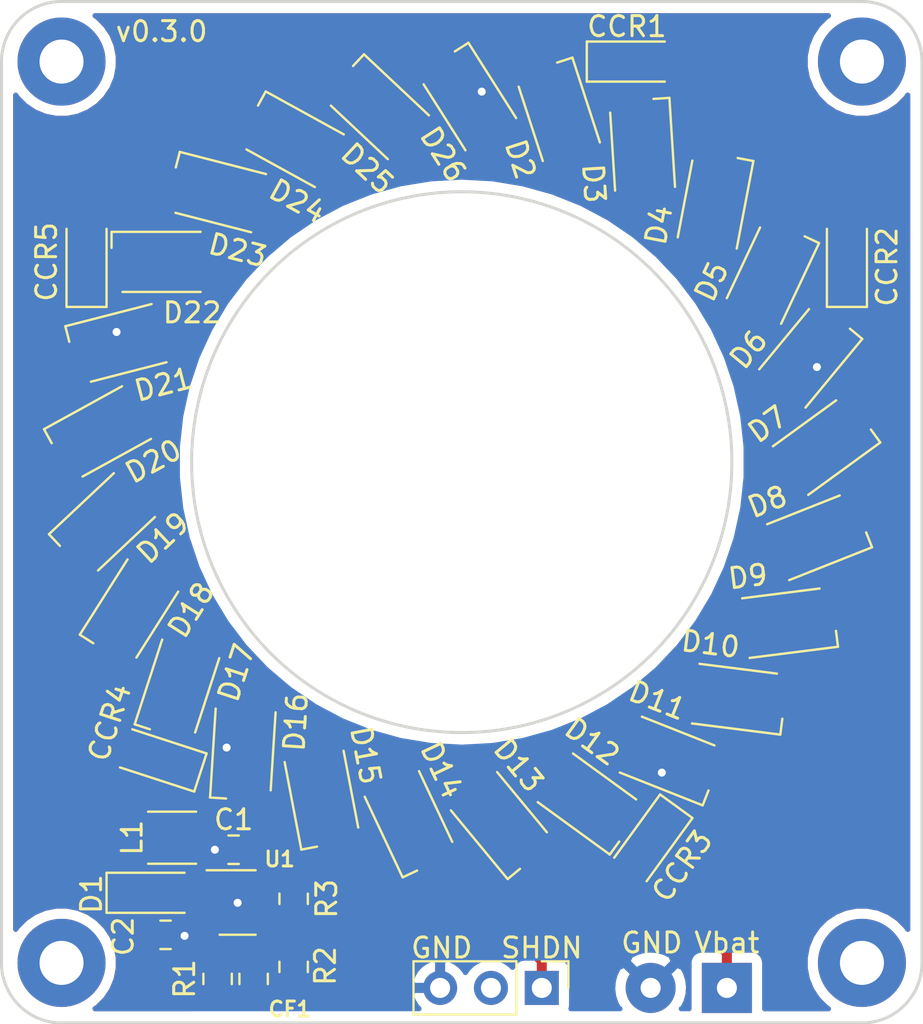
<source format=kicad_pcb>
(kicad_pcb (version 20171130) (host pcbnew 5.1.5-52549c5~84~ubuntu19.04.1)

  (general
    (thickness 1.6)
    (drawings 14)
    (tracks 133)
    (zones 0)
    (modules 46)
    (nets 32)
  )

  (page A4)
  (layers
    (0 F.Cu signal)
    (31 B.Cu signal)
    (32 B.Adhes user)
    (33 F.Adhes user)
    (34 B.Paste user)
    (35 F.Paste user)
    (36 B.SilkS user)
    (37 F.SilkS user)
    (38 B.Mask user)
    (39 F.Mask user)
    (40 Dwgs.User user)
    (41 Cmts.User user)
    (42 Eco1.User user)
    (43 Eco2.User user)
    (44 Edge.Cuts user)
    (45 Margin user)
    (46 B.CrtYd user)
    (47 F.CrtYd user hide)
    (48 B.Fab user)
    (49 F.Fab user hide)
  )

  (setup
    (last_trace_width 0.5)
    (trace_clearance 0.2)
    (zone_clearance 0.508)
    (zone_45_only no)
    (trace_min 0.2)
    (via_size 0.8)
    (via_drill 0.4)
    (via_min_size 0.4)
    (via_min_drill 0.3)
    (user_via 0.6 0.3)
    (uvia_size 0.3)
    (uvia_drill 0.1)
    (uvias_allowed no)
    (uvia_min_size 0.2)
    (uvia_min_drill 0.1)
    (edge_width 0.15)
    (segment_width 0.2)
    (pcb_text_width 0.3)
    (pcb_text_size 1.5 1.5)
    (mod_edge_width 0.15)
    (mod_text_size 1 1)
    (mod_text_width 0.15)
    (pad_size 6.25 2.25)
    (pad_drill 5.23)
    (pad_to_mask_clearance 0.051)
    (solder_mask_min_width 0.25)
    (aux_axis_origin 0 0)
    (visible_elements FFFFFF7F)
    (pcbplotparams
      (layerselection 0x010fc_ffffffff)
      (usegerberextensions true)
      (usegerberattributes false)
      (usegerberadvancedattributes false)
      (creategerberjobfile false)
      (excludeedgelayer true)
      (linewidth 0.100000)
      (plotframeref false)
      (viasonmask false)
      (mode 1)
      (useauxorigin false)
      (hpglpennumber 1)
      (hpglpenspeed 20)
      (hpglpendiameter 15.000000)
      (psnegative false)
      (psa4output false)
      (plotreference true)
      (plotvalue true)
      (plotinvisibletext false)
      (padsonsilk false)
      (subtractmaskfromsilk false)
      (outputformat 1)
      (mirror false)
      (drillshape 0)
      (scaleselection 1)
      (outputdirectory "out/"))
  )

  (net 0 "")
  (net 1 GND)
  (net 2 /Vled)
  (net 3 "Net-(CF1-Pad1)")
  (net 4 "Net-(D1-Pad2)")
  (net 5 "Net-(D2-Pad1)")
  (net 6 /Vbat)
  (net 7 "Net-(D3-Pad1)")
  (net 8 "Net-(D4-Pad1)")
  (net 9 "Net-(D5-Pad1)")
  (net 10 "Net-(D7-Pad1)")
  (net 11 "Net-(D8-Pad1)")
  (net 12 "Net-(D10-Pad2)")
  (net 13 "Net-(D10-Pad1)")
  (net 14 "Net-(D12-Pad1)")
  (net 15 "Net-(D13-Pad1)")
  (net 16 "Net-(D14-Pad1)")
  (net 17 "Net-(D15-Pad1)")
  (net 18 "Net-(D17-Pad1)")
  (net 19 "Net-(D18-Pad1)")
  (net 20 "Net-(D19-Pad1)")
  (net 21 "Net-(D20-Pad1)")
  (net 22 "Net-(D22-Pad1)")
  (net 23 "Net-(D23-Pad1)")
  (net 24 "Net-(D24-Pad1)")
  (net 25 "Net-(D25-Pad1)")
  (net 26 /SHDN)
  (net 27 "Net-(CCR1-Pad1)")
  (net 28 "Net-(CCR2-Pad1)")
  (net 29 "Net-(CCR3-Pad1)")
  (net 30 "Net-(CCR4-Pad1)")
  (net 31 "Net-(CCR5-Pad1)")

  (net_class Default "This is the default net class."
    (clearance 0.2)
    (trace_width 0.5)
    (via_dia 0.8)
    (via_drill 0.4)
    (uvia_dia 0.3)
    (uvia_drill 0.1)
    (add_net /SHDN)
    (add_net /Vbat)
    (add_net /Vled)
    (add_net GND)
    (add_net "Net-(CCR1-Pad1)")
    (add_net "Net-(CCR2-Pad1)")
    (add_net "Net-(CCR3-Pad1)")
    (add_net "Net-(CCR4-Pad1)")
    (add_net "Net-(CCR5-Pad1)")
    (add_net "Net-(CF1-Pad1)")
    (add_net "Net-(D1-Pad2)")
    (add_net "Net-(D10-Pad1)")
    (add_net "Net-(D10-Pad2)")
    (add_net "Net-(D12-Pad1)")
    (add_net "Net-(D13-Pad1)")
    (add_net "Net-(D14-Pad1)")
    (add_net "Net-(D15-Pad1)")
    (add_net "Net-(D17-Pad1)")
    (add_net "Net-(D18-Pad1)")
    (add_net "Net-(D19-Pad1)")
    (add_net "Net-(D2-Pad1)")
    (add_net "Net-(D20-Pad1)")
    (add_net "Net-(D22-Pad1)")
    (add_net "Net-(D23-Pad1)")
    (add_net "Net-(D24-Pad1)")
    (add_net "Net-(D25-Pad1)")
    (add_net "Net-(D3-Pad1)")
    (add_net "Net-(D4-Pad1)")
    (add_net "Net-(D5-Pad1)")
    (add_net "Net-(D7-Pad1)")
    (add_net "Net-(D8-Pad1)")
  )

  (module led-ring:logo (layer F.Cu) (tedit 0) (tstamp 5E20241E)
    (at 109.22 96.774 90)
    (fp_text reference G*** (at 0 0 90) (layer F.Mask) hide
      (effects (font (size 1.524 1.524) (thickness 0.3)))
    )
    (fp_text value LOGO (at 0.75 0 90) (layer F.Mask) hide
      (effects (font (size 1.524 1.524) (thickness 0.3)))
    )
    (fp_poly (pts (xy 2.729848 -2.337624) (xy 2.988793 -2.2728) (xy 3.240767 -2.163915) (xy 3.480227 -2.012906)
      (xy 3.701633 -1.821711) (xy 3.723793 -1.799191) (xy 3.866123 -1.641536) (xy 3.98522 -1.483253)
      (xy 4.087902 -1.312659) (xy 4.180987 -1.118072) (xy 4.271293 -0.887807) (xy 4.295666 -0.819198)
      (xy 4.341707 -0.673737) (xy 4.363873 -0.563096) (xy 4.362272 -0.477314) (xy 4.337011 -0.406427)
      (xy 4.300704 -0.354771) (xy 4.260951 -0.318816) (xy 4.185539 -0.26103) (xy 4.080159 -0.18513)
      (xy 3.950501 -0.094835) (xy 3.802255 0.006137) (xy 3.641111 0.114071) (xy 3.47276 0.225247)
      (xy 3.302891 0.335948) (xy 3.137196 0.442457) (xy 2.981363 0.541057) (xy 2.841084 0.628028)
      (xy 2.722049 0.699655) (xy 2.629947 0.75222) (xy 2.570469 0.782004) (xy 2.552466 0.7874)
      (xy 2.528525 0.765905) (xy 2.49016 0.708175) (xy 2.443701 0.624344) (xy 2.416543 0.569846)
      (xy 2.265723 0.294067) (xy 2.087545 0.043305) (xy 1.871588 -0.196725) (xy 1.820663 -0.24691)
      (xy 1.540214 -0.495432) (xy 1.258804 -0.698372) (xy 1.008527 -0.841389) (xy 0.917021 -0.891381)
      (xy 0.843779 -0.938343) (xy 0.800487 -0.974507) (xy 0.794347 -0.983731) (xy 0.798233 -1.028712)
      (xy 0.826375 -1.10613) (xy 0.873917 -1.206792) (xy 0.936003 -1.321504) (xy 1.007777 -1.441072)
      (xy 1.084383 -1.556304) (xy 1.129143 -1.617565) (xy 1.316749 -1.828283) (xy 1.535127 -2.012166)
      (xy 1.77461 -2.162884) (xy 2.025533 -2.27411) (xy 2.213213 -2.327338) (xy 2.469474 -2.35645)
      (xy 2.729848 -2.337624)) (layer F.Mask) (width 0.01))
    (fp_poly (pts (xy -2.79146 -2.664473) (xy -2.758331 -2.649569) (xy -2.732491 -2.611307) (xy -2.70327 -2.538706)
      (xy -2.694439 -2.5146) (xy -2.659178 -2.426763) (xy -2.624869 -2.379136) (xy -2.577603 -2.363356)
      (xy -2.503469 -2.371057) (xy -2.467311 -2.378008) (xy -2.408119 -2.400555) (xy -2.374748 -2.4487)
      (xy -2.363754 -2.482613) (xy -2.324093 -2.583426) (xy -2.267606 -2.642317) (xy -2.185874 -2.663966)
      (xy -2.070478 -2.653057) (xy -2.060693 -2.651149) (xy -1.981435 -2.635297) (xy -1.987668 -2.455001)
      (xy -1.9939 -2.274706) (xy -1.901595 -2.224579) (xy -1.809289 -2.174453) (xy -1.685695 -2.307466)
      (xy -1.5621 -2.440479) (xy -1.4732 -2.392133) (xy -1.393209 -2.333704) (xy -1.35796 -2.26534)
      (xy -1.365764 -2.179507) (xy -1.404923 -2.087314) (xy -1.47165 -1.959701) (xy -1.383518 -1.882321)
      (xy -1.295387 -1.804941) (xy -1.202001 -1.868314) (xy -1.104968 -1.926798) (xy -1.032275 -1.949404)
      (xy -0.972866 -1.93669) (xy -0.915681 -1.889213) (xy -0.910074 -1.883039) (xy -0.865173 -1.825258)
      (xy -0.840097 -1.778376) (xy -0.8382 -1.768474) (xy -0.853098 -1.730859) (xy -0.891445 -1.670225)
      (xy -0.926854 -1.622825) (xy -0.995284 -1.520635) (xy -1.01931 -1.442928) (xy -0.999348 -1.39044)
      (xy -0.935815 -1.363907) (xy -0.829124 -1.364065) (xy -0.784076 -1.37017) (xy -0.680858 -1.382614)
      (xy -0.614475 -1.375504) (xy -0.572815 -1.342893) (xy -0.543769 -1.278834) (xy -0.534224 -1.247471)
      (xy -0.526335 -1.193389) (xy -0.539779 -1.144679) (xy -0.57992 -1.096241) (xy -0.65212 -1.042973)
      (xy -0.76174 -0.979776) (xy -0.879868 -0.918698) (xy -1.17024 -0.761126) (xy -1.424392 -0.596674)
      (xy -1.656784 -0.415006) (xy -1.881876 -0.205783) (xy -1.893609 -0.194) (xy -2.088642 0.015539)
      (xy -2.244841 0.213925) (xy -2.369424 0.411452) (xy -2.469605 0.618418) (xy -2.479097 0.64135)
      (xy -2.516579 0.724654) (xy -2.550588 0.785355) (xy -2.574406 0.811656) (xy -2.576259 0.81194)
      (xy -2.606107 0.798352) (xy -2.670061 0.761516) (xy -2.759963 0.706371) (xy -2.867657 0.637858)
      (xy -2.921 0.603164) (xy -3.264535 0.377934) (xy -3.566418 0.179445) (xy -3.827736 0.006973)
      (xy -4.049574 -0.140205) (xy -4.233018 -0.262811) (xy -4.379153 -0.361569) (xy -4.489064 -0.437201)
      (xy -4.563838 -0.490431) (xy -4.570246 -0.495158) (xy -4.650393 -0.555856) (xy -4.694866 -0.594991)
      (xy -4.709452 -0.620355) (xy -4.699938 -0.639739) (xy -4.686041 -0.651031) (xy -4.632504 -0.671334)
      (xy -4.548287 -0.683694) (xy -4.494121 -0.6858) (xy -4.412206 -0.687234) (xy -4.367395 -0.696056)
      (xy -4.345995 -0.719049) (xy -4.334312 -0.762996) (xy -4.333876 -0.765175) (xy -4.320611 -0.857142)
      (xy -4.330949 -0.919496) (xy -4.372317 -0.970782) (xy -4.435112 -1.017935) (xy -4.501926 -1.066756)
      (xy -4.534789 -1.103734) (xy -4.542864 -1.143892) (xy -4.537941 -1.186522) (xy -4.518609 -1.268716)
      (xy -4.486288 -1.317517) (xy -4.430308 -1.33936) (xy -4.339995 -1.340679) (xy -4.288966 -1.336633)
      (xy -4.118926 -1.320829) (xy -4.066063 -1.406363) (xy -4.032108 -1.467498) (xy -4.014082 -1.512027)
      (xy -4.0132 -1.518245) (xy -4.028392 -1.551113) (xy -4.067432 -1.607407) (xy -4.1021 -1.651)
      (xy -4.164668 -1.737911) (xy -4.186331 -1.807206) (xy -4.167695 -1.870558) (xy -4.116672 -1.932437)
      (xy -4.063795 -1.979053) (xy -4.022455 -1.992721) (xy -3.973654 -1.980651) (xy -3.902106 -1.946182)
      (xy -3.834512 -1.904368) (xy -3.776625 -1.867286) (xy -3.734429 -1.860225) (xy -3.687667 -1.88462)
      (xy -3.645544 -1.917768) (xy -3.569988 -1.979509) (xy -3.639478 -2.121195) (xy -3.680913 -2.220267)
      (xy -3.688285 -2.290397) (xy -3.658726 -2.342734) (xy -3.589369 -2.388431) (xy -3.568048 -2.398908)
      (xy -3.505357 -2.425122) (xy -3.463933 -2.427147) (xy -3.420614 -2.405432) (xy -3.415123 -2.401865)
      (xy -3.355636 -2.349557) (xy -3.310042 -2.291997) (xy -3.278587 -2.241768) (xy -3.261658 -2.214855)
      (xy -3.261361 -2.21439) (xy -3.236361 -2.215972) (xy -3.179657 -2.229539) (xy -3.152073 -2.237461)
      (xy -3.048 -2.268642) (xy -3.048 -2.428281) (xy -3.045334 -2.520227) (xy -3.034535 -2.576351)
      (xy -3.0114 -2.611477) (xy -2.991549 -2.62746) (xy -2.927159 -2.654668) (xy -2.84764 -2.666943)
      (xy -2.842552 -2.667) (xy -2.79146 -2.664473)) (layer F.Mask) (width 0.01))
    (fp_poly (pts (xy 4.943183 -0.602209) (xy 4.945371 -0.600295) (xy 4.945081 -0.581539) (xy 4.918656 -0.548271)
      (xy 4.863897 -0.498863) (xy 4.778603 -0.431686) (xy 4.660575 -0.345111) (xy 4.507612 -0.237511)
      (xy 4.317513 -0.107256) (xy 4.088079 0.047281) (xy 3.909583 0.16633) (xy 3.635284 0.348398)
      (xy 3.400142 0.503689) (xy 3.201263 0.633929) (xy 3.035751 0.740841) (xy 2.900712 0.82615)
      (xy 2.793251 0.891581) (xy 2.710474 0.938858) (xy 2.649485 0.969704) (xy 2.607391 0.985846)
      (xy 2.581295 0.989006) (xy 2.568304 0.98091) (xy 2.5654 0.967068) (xy 2.586891 0.940806)
      (xy 2.65081 0.888487) (xy 2.756326 0.810682) (xy 2.902606 0.707966) (xy 3.088818 0.580911)
      (xy 3.314132 0.430092) (xy 3.577715 0.256082) (xy 3.878736 0.059453) (xy 3.937 0.021593)
      (xy 4.167817 -0.128238) (xy 4.359729 -0.252639) (xy 4.516415 -0.353878) (xy 4.641553 -0.434224)
      (xy 4.738822 -0.495945) (xy 4.811899 -0.54131) (xy 4.864465 -0.572589) (xy 4.900198 -0.59205)
      (xy 4.922776 -0.601961) (xy 4.935878 -0.604591) (xy 4.943183 -0.602209)) (layer F.Mask) (width 0.01))
    (fp_poly (pts (xy -4.932181 -0.594326) (xy -4.901274 -0.580258) (xy -4.852363 -0.553218) (xy -4.782191 -0.511194)
      (xy -4.687506 -0.452172) (xy -4.56505 -0.374142) (xy -4.41157 -0.275088) (xy -4.22381 -0.153)
      (xy -3.998515 -0.005864) (xy -3.875081 0.074907) (xy -3.592434 0.260475) (xy -3.35025 0.420697)
      (xy -3.146032 0.55734) (xy -2.977283 0.672168) (xy -2.841506 0.766947) (xy -2.736204 0.843444)
      (xy -2.65888 0.903422) (xy -2.607035 0.94865) (xy -2.578174 0.980891) (xy -2.57011 0.997604)
      (xy -2.570483 1.031276) (xy -2.59432 1.03497) (xy -2.647764 1.007754) (xy -2.6924 0.979005)
      (xy -2.735134 0.950866) (xy -2.814611 0.898909) (xy -2.924956 0.826959) (xy -3.060293 0.738845)
      (xy -3.214746 0.638391) (xy -3.382441 0.529425) (xy -3.477756 0.467533) (xy -3.793835 0.261345)
      (xy -4.068051 0.080277) (xy -4.302012 -0.076827) (xy -4.497332 -0.211125) (xy -4.655621 -0.323774)
      (xy -4.77849 -0.415929) (xy -4.86755 -0.488749) (xy -4.924414 -0.543389) (xy -4.950692 -0.581006)
      (xy -4.953 -0.591597) (xy -4.948338 -0.597434) (xy -4.932181 -0.594326)) (layer F.Mask) (width 0.01))
    (fp_poly (pts (xy 4.386314 -0.001942) (xy 4.391272 0.060678) (xy 4.393944 0.150826) (xy 4.3942 0.19157)
      (xy 4.371059 0.495157) (xy 4.301254 0.811805) (xy 4.239061 1.002901) (xy 4.163634 1.211353)
      (xy 3.779578 1.227976) (xy 3.565986 1.235754) (xy 3.358825 1.24056) (xy 3.165017 1.242456)
      (xy 2.991484 1.241505) (xy 2.845148 1.237769) (xy 2.732931 1.231309) (xy 2.661756 1.222188)
      (xy 2.646318 1.217804) (xy 2.607704 1.1916) (xy 2.603278 1.168759) (xy 2.630571 1.144099)
      (xy 2.694524 1.095677) (xy 2.789669 1.02717) (xy 2.910538 0.942253) (xy 3.051663 0.844601)
      (xy 3.207576 0.737889) (xy 3.37281 0.625794) (xy 3.541895 0.511989) (xy 3.709365 0.400151)
      (xy 3.869751 0.293955) (xy 4.017586 0.197077) (xy 4.147401 0.113191) (xy 4.253729 0.045974)
      (xy 4.331102 -0.0009) (xy 4.374051 -0.023755) (xy 4.379838 -0.0254) (xy 4.386314 -0.001942)) (layer F.Mask) (width 0.01))
    (fp_poly (pts (xy -4.385295 -0.011656) (xy -4.318361 0.027173) (xy -4.220447 0.087481) (xy -4.097025 0.165662)
      (xy -3.953568 0.258111) (xy -3.795545 0.36122) (xy -3.62843 0.471386) (xy -3.457694 0.585)
      (xy -3.288807 0.698459) (xy -3.127242 0.808156) (xy -2.97847 0.910484) (xy -2.847964 1.001839)
      (xy -2.74709 1.074295) (xy -2.672746 1.132727) (xy -2.637644 1.172126) (xy -2.63681 1.198476)
      (xy -2.640379 1.202769) (xy -2.671847 1.209999) (xy -2.746025 1.216746) (xy -2.854823 1.222862)
      (xy -2.990155 1.228199) (xy -3.14393 1.232613) (xy -3.30806 1.235954) (xy -3.474457 1.238078)
      (xy -3.635031 1.238836) (xy -3.781693 1.238083) (xy -3.906355 1.23567) (xy -4.000929 1.231453)
      (xy -4.0386 1.228146) (xy -4.115962 1.213145) (xy -4.17938 1.191507) (xy -4.180532 1.190935)
      (xy -4.246861 1.17711) (xy -4.336807 1.192024) (xy -4.448586 1.206367) (xy -4.530542 1.180272)
      (xy -4.58464 1.112926) (xy -4.595601 1.084951) (xy -4.61264 1.007171) (xy -4.59925 0.948226)
      (xy -4.549147 0.895555) (xy -4.4776 0.849019) (xy -4.362421 0.781519) (xy -4.377186 0.656854)
      (xy -4.388744 0.579179) (xy -4.401475 0.522298) (xy -4.407274 0.507394) (xy -4.439882 0.492429)
      (xy -4.504258 0.483604) (xy -4.537069 0.4826) (xy -4.643131 0.475494) (xy -4.708301 0.44986)
      (xy -4.741036 0.399221) (xy -4.7498 0.319716) (xy -4.742435 0.238606) (xy -4.713609 0.184299)
      (xy -4.653226 0.145552) (xy -4.566455 0.115541) (xy -4.489626 0.084496) (xy -4.454064 0.04584)
      (xy -4.449584 0.029083) (xy -4.432991 -0.014217) (xy -4.415779 -0.0254) (xy -4.385295 -0.011656)) (layer F.Mask) (width 0.01))
    (fp_poly (pts (xy 3.749985 1.322234) (xy 3.973447 1.325379) (xy 4.195889 1.331118) (xy 4.363834 1.337425)
      (xy 4.495676 1.344495) (xy 4.606238 1.353041) (xy 4.687182 1.362205) (xy 4.730166 1.371131)
      (xy 4.734673 1.375525) (xy 4.707245 1.380542) (xy 4.635863 1.384877) (xy 4.52695 1.38853)
      (xy 4.386928 1.391501) (xy 4.222219 1.393791) (xy 4.039244 1.395399) (xy 3.844427 1.396327)
      (xy 3.644188 1.396575) (xy 3.44495 1.396142) (xy 3.253135 1.395029) (xy 3.075165 1.393237)
      (xy 2.917462 1.390765) (xy 2.786447 1.387614) (xy 2.688543 1.383785) (xy 2.630172 1.379277)
      (xy 2.6162 1.37543) (xy 2.64063 1.362331) (xy 2.710083 1.350824) (xy 2.818804 1.341035)
      (xy 2.961038 1.333089) (xy 3.131028 1.32711) (xy 3.32302 1.323225) (xy 3.531257 1.321558)
      (xy 3.749985 1.322234)) (layer F.Mask) (width 0.01))
    (fp_poly (pts (xy -3.33568 1.322853) (xy -3.156716 1.325755) (xy -2.996343 1.330649) (xy -2.86385 1.337462)
      (xy -2.758733 1.346475) (xy -2.675764 1.357494) (xy -2.625818 1.368851) (xy -2.6162 1.37543)
      (xy -2.640534 1.380422) (xy -2.70928 1.384743) (xy -2.816053 1.388393) (xy -2.954471 1.391373)
      (xy -3.118148 1.393682) (xy -3.300702 1.39532) (xy -3.495749 1.396286) (xy -3.696904 1.39658)
      (xy -3.897784 1.396202) (xy -4.092004 1.395151) (xy -4.273182 1.393428) (xy -4.434933 1.391032)
      (xy -4.570873 1.387963) (xy -4.674619 1.384219) (xy -4.739787 1.379803) (xy -4.760074 1.375525)
      (xy -4.742138 1.365474) (xy -4.679713 1.356148) (xy -4.579107 1.347674) (xy -4.446629 1.340179)
      (xy -4.288586 1.333789) (xy -4.111286 1.328631) (xy -3.921038 1.324832) (xy -3.724149 1.322519)
      (xy -3.526927 1.321817) (xy -3.33568 1.322853)) (layer F.Mask) (width 0.01))
    (fp_poly (pts (xy 3.574034 1.498303) (xy 3.707044 1.500308) (xy 3.815393 1.503743) (xy 3.890696 1.508679)
      (xy 3.922222 1.514017) (xy 3.950973 1.530906) (xy 3.95668 1.556045) (xy 3.93589 1.596179)
      (xy 3.885151 1.658054) (xy 3.80365 1.745647) (xy 3.687813 1.861775) (xy 3.578473 1.961507)
      (xy 3.48237 2.039381) (xy 3.406242 2.089936) (xy 3.356869 2.107711) (xy 3.322727 2.092974)
      (xy 3.256317 2.052652) (xy 3.165699 1.992047) (xy 3.058935 1.916464) (xy 2.9972 1.871132)
      (xy 2.858279 1.766896) (xy 2.756238 1.687613) (xy 2.686448 1.628945) (xy 2.644285 1.586553)
      (xy 2.62512 1.556099) (xy 2.62433 1.533245) (xy 2.628212 1.525112) (xy 2.656692 1.518266)
      (xy 2.727582 1.512274) (xy 2.832499 1.50721) (xy 2.963057 1.503144) (xy 3.110874 1.500148)
      (xy 3.267565 1.498295) (xy 3.424746 1.497656) (xy 3.574034 1.498303)) (layer F.Mask) (width 0.01))
    (fp_poly (pts (xy 0.974302 0.199025) (xy 1.061883 0.256019) (xy 1.147279 0.338761) (xy 1.2184 0.437229)
      (xy 1.226105 0.450915) (xy 1.316889 0.666629) (xy 1.374069 0.918443) (xy 1.397873 1.207458)
      (xy 1.398654 1.275151) (xy 1.386743 1.526831) (xy 1.352155 1.751007) (xy 1.296634 1.944148)
      (xy 1.221925 2.102726) (xy 1.129772 2.223211) (xy 1.021921 2.302074) (xy 0.900115 2.335786)
      (xy 0.873829 2.3368) (xy 0.768644 2.320029) (xy 0.705637 2.287076) (xy 0.653317 2.228959)
      (xy 0.592483 2.135241) (xy 0.529897 2.018769) (xy 0.472319 1.892388) (xy 0.426512 1.768947)
      (xy 0.417647 1.7399) (xy 0.386974 1.580325) (xy 0.374369 1.388145) (xy 0.378733 1.177802)
      (xy 0.398969 0.963735) (xy 0.433977 0.760387) (xy 0.482658 0.582197) (xy 0.511366 0.508)
      (xy 0.584776 0.379909) (xy 0.677709 0.276925) (xy 0.780872 0.20701) (xy 0.884973 0.17813)
      (xy 0.896627 0.1778) (xy 0.974302 0.199025)) (layer F.Mask) (width 0.01))
    (fp_poly (pts (xy -3.371522 1.50457) (xy -3.144057 1.507505) (xy -2.954151 1.511757) (xy -2.804636 1.517204)
      (xy -2.698345 1.523725) (xy -2.638111 1.531197) (xy -2.624921 1.5367) (xy -2.642143 1.557766)
      (xy -2.693954 1.603675) (xy -2.773811 1.669458) (xy -2.87517 1.750147) (xy -2.991488 1.840772)
      (xy -3.116221 1.936366) (xy -3.242827 2.031958) (xy -3.364762 2.12258) (xy -3.475482 2.203264)
      (xy -3.568444 2.26904) (xy -3.637105 2.314939) (xy -3.674921 2.335994) (xy -3.678563 2.3368)
      (xy -3.704458 2.3161) (xy -3.7084 2.295787) (xy -3.696788 2.251472) (xy -3.666979 2.181821)
      (xy -3.641231 2.131361) (xy -3.604611 2.058148) (xy -3.593767 2.006206) (xy -3.613231 1.962527)
      (xy -3.667539 1.914107) (xy -3.733318 1.867234) (xy -3.833291 1.797953) (xy -3.919894 1.851476)
      (xy -4.020512 1.897343) (xy -4.104748 1.897336) (xy -4.17922 1.850876) (xy -4.201443 1.826851)
      (xy -4.243302 1.771083) (xy -4.265909 1.729245) (xy -4.2672 1.722556) (xy -4.252513 1.688841)
      (xy -4.215105 1.632176) (xy -4.188565 1.597125) (xy -4.10993 1.49784) (xy -3.371522 1.50457)) (layer F.Mask) (width 0.01))
    (fp_poly (pts (xy 2.540176 1.902308) (xy 2.597982 1.931735) (xy 2.674661 1.97978) (xy 2.760005 2.039653)
      (xy 2.843805 2.10456) (xy 2.91465 2.16656) (xy 2.969329 2.223357) (xy 2.995581 2.266494)
      (xy 2.989578 2.298246) (xy 2.947494 2.320888) (xy 2.865501 2.336693) (xy 2.73977 2.347936)
      (xy 2.596602 2.355562) (xy 2.284905 2.369637) (xy 2.388626 2.143668) (xy 2.434912 2.044982)
      (xy 2.474815 1.963843) (xy 2.502776 1.911355) (xy 2.511451 1.898291) (xy 2.540176 1.902308)) (layer F.Mask) (width 0.01))
    (fp_poly (pts (xy -0.828171 0.199662) (xy -0.736304 0.25928) (xy -0.648944 0.347695) (xy -0.612579 0.397171)
      (xy -0.526696 0.559003) (xy -0.463383 0.745516) (xy -0.421973 0.94933) (xy -0.401802 1.163066)
      (xy -0.402205 1.379343) (xy -0.422515 1.590781) (xy -0.462067 1.79) (xy -0.520196 1.969621)
      (xy -0.596236 2.122263) (xy -0.689522 2.240546) (xy -0.785078 2.310214) (xy -0.865011 2.347281)
      (xy -0.923134 2.358827) (xy -0.981181 2.345487) (xy -1.0414 2.31771) (xy -1.147473 2.237888)
      (xy -1.23804 2.116713) (xy -1.312194 1.961491) (xy -1.369027 1.779527) (xy -1.407632 1.578125)
      (xy -1.4271 1.364591) (xy -1.426525 1.146229) (xy -1.404999 0.930345) (xy -1.361614 0.724244)
      (xy -1.295463 0.53523) (xy -1.269691 0.48025) (xy -1.184509 0.343843) (xy -1.087126 0.245187)
      (xy -0.983263 0.189124) (xy -0.91231 0.1778) (xy -0.828171 0.199662)) (layer F.Mask) (width 0.01))
    (fp_poly (pts (xy 2.593553 1.712963) (xy 2.622907 1.723813) (xy 2.666694 1.74799) (xy 2.728976 1.78817)
      (xy 2.813817 1.847027) (xy 2.925278 1.927238) (xy 3.067422 2.031477) (xy 3.244312 2.16242)
      (xy 3.33375 2.22885) (xy 3.507286 2.358595) (xy 3.642418 2.461571) (xy 3.742179 2.540393)
      (xy 3.809603 2.597676) (xy 3.847725 2.636036) (xy 3.85958 2.658087) (xy 3.8482 2.666445)
      (xy 3.84175 2.666697) (xy 3.811356 2.654972) (xy 3.750395 2.624598) (xy 3.675684 2.584147)
      (xy 3.589935 2.531863) (xy 3.47373 2.454909) (xy 3.336508 2.360061) (xy 3.187712 2.254091)
      (xy 3.036783 2.143774) (xy 2.893163 2.035884) (xy 2.766293 1.937195) (xy 2.706022 1.888425)
      (xy 2.617445 1.811176) (xy 2.569099 1.758142) (xy 2.558357 1.726263) (xy 2.561896 1.720543)
      (xy 2.574571 1.712765) (xy 2.593553 1.712963)) (layer F.Mask) (width 0.01))
    (fp_poly (pts (xy -2.567882 1.696911) (xy -2.5654 1.71328) (xy -2.58529 1.744883) (xy -2.640774 1.800451)
      (xy -2.725578 1.875187) (xy -2.833425 1.964289) (xy -2.958039 2.062958) (xy -3.093145 2.166396)
      (xy -3.232466 2.269801) (xy -3.369727 2.368376) (xy -3.498651 2.457319) (xy -3.612964 2.531832)
      (xy -3.706388 2.587115) (xy -3.711956 2.590126) (xy -3.808316 2.638231) (xy -3.872708 2.662796)
      (xy -3.901708 2.663213) (xy -3.891896 2.638877) (xy -3.872795 2.618612) (xy -3.835665 2.587329)
      (xy -3.765963 2.532809) (xy -3.669772 2.459515) (xy -3.553177 2.371913) (xy -3.422259 2.274469)
      (xy -3.283103 2.171648) (xy -3.141793 2.067914) (xy -3.004411 1.967734) (xy -2.877041 1.875572)
      (xy -2.765766 1.795895) (xy -2.676671 1.733166) (xy -2.615838 1.691851) (xy -2.58935 1.676416)
      (xy -2.589131 1.6764) (xy -2.567882 1.696911)) (layer F.Mask) (width 0.01))
    (fp_poly (pts (xy -2.538451 1.900915) (xy -2.506805 1.95678) (xy -2.466706 2.035069) (xy -2.423956 2.123661)
      (xy -2.384357 2.210431) (xy -2.353712 2.283256) (xy -2.337823 2.330013) (xy -2.3368 2.33726)
      (xy -2.357936 2.357947) (xy -2.38449 2.3622) (xy -2.437017 2.376865) (xy -2.475823 2.42588)
      (xy -2.50633 2.516767) (xy -2.511401 2.538345) (xy -2.533722 2.610619) (xy -2.560328 2.661005)
      (xy -2.569881 2.670306) (xy -2.615386 2.684122) (xy -2.684008 2.690833) (xy -2.755831 2.690271)
      (xy -2.810939 2.682272) (xy -2.828722 2.672467) (xy -2.837865 2.63835) (xy -2.849288 2.569602)
      (xy -2.85889 2.494765) (xy -2.869899 2.408395) (xy -2.88395 2.35887) (xy -2.909694 2.332546)
      (xy -2.955782 2.31578) (xy -2.975837 2.310313) (xy -3.034294 2.289022) (xy -3.061694 2.26774)
      (xy -3.06135 2.26165) (xy -3.035683 2.23674) (xy -2.979778 2.190518) (xy -2.903426 2.130384)
      (xy -2.816414 2.063735) (xy -2.728533 1.99797) (xy -2.64957 1.940487) (xy -2.589316 1.898685)
      (xy -2.557558 1.87996) (xy -2.555841 1.8796) (xy -2.538451 1.900915)) (layer F.Mask) (width 0.01))
  )

  (module MountingHole:MountingHole_2.2mm_M2_Pad (layer F.Cu) (tedit 56D1B4CB) (tstamp 5E201B7A)
    (at 70 60)
    (descr "Mounting Hole 2.2mm, M2")
    (tags "mounting hole 2.2mm m2")
    (attr virtual)
    (fp_text reference REF** (at 0 -3.2) (layer F.SilkS) hide
      (effects (font (size 1 1) (thickness 0.15)))
    )
    (fp_text value MountingHole_2.2mm_M2_Pad (at 0 3.2) (layer F.Fab)
      (effects (font (size 1 1) (thickness 0.15)))
    )
    (fp_text user %R (at 0.3 0) (layer F.Fab)
      (effects (font (size 1 1) (thickness 0.15)))
    )
    (fp_circle (center 0 0) (end 2.2 0) (layer Cmts.User) (width 0.15))
    (fp_circle (center 0 0) (end 2.45 0) (layer F.CrtYd) (width 0.05))
    (pad 1 thru_hole circle (at 0 0) (size 4.4 4.4) (drill 2.2) (layers *.Cu *.Mask))
  )

  (module MountingHole:MountingHole_2.2mm_M2_Pad (layer F.Cu) (tedit 56D1B4CB) (tstamp 5E201B7A)
    (at 110 60)
    (descr "Mounting Hole 2.2mm, M2")
    (tags "mounting hole 2.2mm m2")
    (attr virtual)
    (fp_text reference REF** (at 0 -3.2) (layer F.SilkS) hide
      (effects (font (size 1 1) (thickness 0.15)))
    )
    (fp_text value MountingHole_2.2mm_M2_Pad (at 0 3.2) (layer F.Fab)
      (effects (font (size 1 1) (thickness 0.15)))
    )
    (fp_text user %R (at 0.3 0) (layer F.Fab)
      (effects (font (size 1 1) (thickness 0.15)))
    )
    (fp_circle (center 0 0) (end 2.2 0) (layer Cmts.User) (width 0.15))
    (fp_circle (center 0 0) (end 2.45 0) (layer F.CrtYd) (width 0.05))
    (pad 1 thru_hole circle (at 0 0) (size 4.4 4.4) (drill 2.2) (layers *.Cu *.Mask))
  )

  (module MountingHole:MountingHole_2.2mm_M2_Pad (layer F.Cu) (tedit 56D1B4CB) (tstamp 5E201B7A)
    (at 110 105)
    (descr "Mounting Hole 2.2mm, M2")
    (tags "mounting hole 2.2mm m2")
    (attr virtual)
    (fp_text reference REF** (at 0 -3.2) (layer F.SilkS) hide
      (effects (font (size 1 1) (thickness 0.15)))
    )
    (fp_text value MountingHole_2.2mm_M2_Pad (at 0 3.2) (layer F.Fab)
      (effects (font (size 1 1) (thickness 0.15)))
    )
    (fp_text user %R (at 0.3 0) (layer F.Fab)
      (effects (font (size 1 1) (thickness 0.15)))
    )
    (fp_circle (center 0 0) (end 2.2 0) (layer Cmts.User) (width 0.15))
    (fp_circle (center 0 0) (end 2.45 0) (layer F.CrtYd) (width 0.05))
    (pad 1 thru_hole circle (at 0 0) (size 4.4 4.4) (drill 2.2) (layers *.Cu *.Mask))
  )

  (module MountingHole:MountingHole_2.2mm_M2_Pad (layer F.Cu) (tedit 56D1B4CB) (tstamp 5E201B5A)
    (at 70 105)
    (descr "Mounting Hole 2.2mm, M2")
    (tags "mounting hole 2.2mm m2")
    (attr virtual)
    (fp_text reference REF** (at 0 -3.2) (layer F.SilkS) hide
      (effects (font (size 1 1) (thickness 0.15)))
    )
    (fp_text value MountingHole_2.2mm_M2_Pad (at 0 3.2) (layer F.Fab)
      (effects (font (size 1 1) (thickness 0.15)))
    )
    (fp_circle (center 0 0) (end 2.45 0) (layer F.CrtYd) (width 0.05))
    (fp_circle (center 0 0) (end 2.2 0) (layer Cmts.User) (width 0.15))
    (fp_text user %R (at 0.3 0) (layer F.Fab)
      (effects (font (size 1 1) (thickness 0.15)))
    )
    (pad 1 thru_hole circle (at 0 0) (size 4.4 4.4) (drill 2.2) (layers *.Cu *.Mask))
  )

  (module Diode_SMD:D_SOD-123 (layer F.Cu) (tedit 58645DC7) (tstamp 5E4DF866)
    (at 74.5 101.5)
    (descr SOD-123)
    (tags SOD-123)
    (path /5E1D1617)
    (attr smd)
    (fp_text reference D1 (at -3.006245 0.065161 90) (layer F.SilkS)
      (effects (font (size 1 1) (thickness 0.15)))
    )
    (fp_text value D_Schottky (at 0 2.1) (layer F.Fab)
      (effects (font (size 1 1) (thickness 0.15)))
    )
    (fp_line (start -2.25 -1) (end 1.65 -1) (layer F.SilkS) (width 0.12))
    (fp_line (start -2.25 1) (end 1.65 1) (layer F.SilkS) (width 0.12))
    (fp_line (start -2.35 -1.15) (end -2.35 1.15) (layer F.CrtYd) (width 0.05))
    (fp_line (start 2.35 1.15) (end -2.35 1.15) (layer F.CrtYd) (width 0.05))
    (fp_line (start 2.35 -1.15) (end 2.35 1.15) (layer F.CrtYd) (width 0.05))
    (fp_line (start -2.35 -1.15) (end 2.35 -1.15) (layer F.CrtYd) (width 0.05))
    (fp_line (start -1.4 -0.9) (end 1.4 -0.9) (layer F.Fab) (width 0.1))
    (fp_line (start 1.4 -0.9) (end 1.4 0.9) (layer F.Fab) (width 0.1))
    (fp_line (start 1.4 0.9) (end -1.4 0.9) (layer F.Fab) (width 0.1))
    (fp_line (start -1.4 0.9) (end -1.4 -0.9) (layer F.Fab) (width 0.1))
    (fp_line (start -0.75 0) (end -0.35 0) (layer F.Fab) (width 0.1))
    (fp_line (start -0.35 0) (end -0.35 -0.55) (layer F.Fab) (width 0.1))
    (fp_line (start -0.35 0) (end -0.35 0.55) (layer F.Fab) (width 0.1))
    (fp_line (start -0.35 0) (end 0.25 -0.4) (layer F.Fab) (width 0.1))
    (fp_line (start 0.25 -0.4) (end 0.25 0.4) (layer F.Fab) (width 0.1))
    (fp_line (start 0.25 0.4) (end -0.35 0) (layer F.Fab) (width 0.1))
    (fp_line (start 0.25 0) (end 0.75 0) (layer F.Fab) (width 0.1))
    (fp_line (start -2.25 -1) (end -2.25 1) (layer F.SilkS) (width 0.12))
    (fp_text user %R (at 0 -2) (layer F.Fab)
      (effects (font (size 1 1) (thickness 0.15)))
    )
    (pad 2 smd rect (at 1.65 0) (size 0.9 1.2) (layers F.Cu F.Paste F.Mask)
      (net 4 "Net-(D1-Pad2)"))
    (pad 1 smd rect (at -1.65 0) (size 0.9 1.2) (layers F.Cu F.Paste F.Mask)
      (net 2 /Vled))
    (model ${KISYS3DMOD}/Diode_SMD.3dshapes/D_SOD-123.wrl
      (at (xyz 0 0 0))
      (scale (xyz 1 1 1))
      (rotate (xyz 0 0 0))
    )
  )

  (module Resistor_SMD:R_0805_2012Metric (layer F.Cu) (tedit 5B36C52B) (tstamp 5E4DFB2D)
    (at 81.6 101.8 270)
    (descr "Resistor SMD 0805 (2012 Metric), square (rectangular) end terminal, IPC_7351 nominal, (Body size source: https://docs.google.com/spreadsheets/d/1BsfQQcO9C6DZCsRaXUlFlo91Tg2WpOkGARC1WS5S8t0/edit?usp=sharing), generated with kicad-footprint-generator")
    (tags resistor)
    (path /5E2559FB)
    (attr smd)
    (fp_text reference R3 (at 0 -1.65 270) (layer F.SilkS)
      (effects (font (size 1 1) (thickness 0.15)))
    )
    (fp_text value 47k (at 0 1.65 270) (layer F.Fab)
      (effects (font (size 1 1) (thickness 0.15)))
    )
    (fp_text user %R (at 0 0 270) (layer F.Fab)
      (effects (font (size 0.5 0.5) (thickness 0.08)))
    )
    (fp_line (start 1.68 0.95) (end -1.68 0.95) (layer F.CrtYd) (width 0.05))
    (fp_line (start 1.68 -0.95) (end 1.68 0.95) (layer F.CrtYd) (width 0.05))
    (fp_line (start -1.68 -0.95) (end 1.68 -0.95) (layer F.CrtYd) (width 0.05))
    (fp_line (start -1.68 0.95) (end -1.68 -0.95) (layer F.CrtYd) (width 0.05))
    (fp_line (start -0.258578 0.71) (end 0.258578 0.71) (layer F.SilkS) (width 0.12))
    (fp_line (start -0.258578 -0.71) (end 0.258578 -0.71) (layer F.SilkS) (width 0.12))
    (fp_line (start 1 0.6) (end -1 0.6) (layer F.Fab) (width 0.1))
    (fp_line (start 1 -0.6) (end 1 0.6) (layer F.Fab) (width 0.1))
    (fp_line (start -1 -0.6) (end 1 -0.6) (layer F.Fab) (width 0.1))
    (fp_line (start -1 0.6) (end -1 -0.6) (layer F.Fab) (width 0.1))
    (pad 2 smd roundrect (at 0.9375 0 270) (size 0.975 1.4) (layers F.Cu F.Paste F.Mask) (roundrect_rratio 0.25)
      (net 26 /SHDN))
    (pad 1 smd roundrect (at -0.9375 0 270) (size 0.975 1.4) (layers F.Cu F.Paste F.Mask) (roundrect_rratio 0.25)
      (net 6 /Vbat))
    (model ${KISYS3DMOD}/Resistor_SMD.3dshapes/R_0805_2012Metric.wrl
      (at (xyz 0 0 0))
      (scale (xyz 1 1 1))
      (rotate (xyz 0 0 0))
    )
  )

  (module led-ring:LED_Avago_PLCC4_3.2x2.8mm_CW (layer F.Cu) (tedit 5E1D7064) (tstamp 5E1E42B0)
    (at 77.958151 66.58382 345.6)
    (descr https://docs.broadcom.com/docs/AV02-4186EN)
    (tags "LED Avago PLCC-4 ASMB-MTB0-0A3A2")
    (path /5E2ADC6C)
    (attr smd)
    (fp_text reference D23 (at 1.524 2.54 165.6) (layer F.SilkS)
      (effects (font (size 1 1) (thickness 0.15)))
    )
    (fp_text value LED (at 0 -2.2606 165.6) (layer F.Fab)
      (effects (font (size 1 1) (thickness 0.15)))
    )
    (fp_circle (center 0 0) (end 1.12 -0.000001) (layer F.Fab) (width 0.1))
    (fp_line (start 2.5 1.649999) (end -2.5 1.65) (layer F.CrtYd) (width 0.05))
    (fp_line (start 2.5 1.649999) (end 2.5 -1.65) (layer F.CrtYd) (width 0.05))
    (fp_line (start -2.5 -1.649999) (end -2.5 1.65) (layer F.CrtYd) (width 0.05))
    (fp_line (start -2.5 -1.649999) (end 2.5 -1.65) (layer F.CrtYd) (width 0.05))
    (fp_line (start -1.95 1.5) (end 1.95 1.500001) (layer F.SilkS) (width 0.12))
    (fp_line (start -2.500044 -1.5) (end 1.95 -1.5) (layer F.SilkS) (width 0.12))
    (fp_line (start -2.5 -0.7) (end -2.5 -1.5) (layer F.SilkS) (width 0.12))
    (fp_line (start 1.6 -1.4) (end -1.599999 -1.4) (layer F.Fab) (width 0.1))
    (fp_line (start 1.599999 1.4) (end 1.6 -1.4) (layer F.Fab) (width 0.1))
    (fp_line (start -1.6 1.4) (end 1.599999 1.4) (layer F.Fab) (width 0.1))
    (fp_line (start -1.599999 -1.4) (end -1.6 1.4) (layer F.Fab) (width 0.1))
    (fp_line (start -0.6 -1.4) (end -1.6 -0.4) (layer F.Fab) (width 0.1))
    (fp_text user %R (at 0 0 165.6) (layer F.Fab)
      (effects (font (size 0.5 0.5) (thickness 0.075)))
    )
    (pad 2 smd rect (at -1.5 0.749999 345.6) (size 1.5 1.1) (layers F.Cu F.Paste F.Mask)
      (net 22 "Net-(D22-Pad1)"))
    (pad 2 smd rect (at 1.5 0.75 345.6) (size 1.5 1.1) (layers F.Cu F.Paste F.Mask)
      (net 22 "Net-(D22-Pad1)"))
    (pad 2 smd rect (at 1.5 -0.749999 345.6) (size 1.5 1.1) (layers F.Cu F.Paste F.Mask)
      (net 22 "Net-(D22-Pad1)"))
    (pad 1 smd rect (at -1.5 -0.75 345.6) (size 1.5 1.1) (layers F.Cu F.Paste F.Mask)
      (net 23 "Net-(D23-Pad1)"))
    (model ${KISYS3DMOD}/LED_SMD.3dshapes/LED_Avago_PLCC4_3.2x2.8mm_CW.wrl
      (at (xyz 0 0 0))
      (scale (xyz 1 1 1))
      (rotate (xyz 0 0 0))
    )
  )

  (module led-ring:LED_Avago_PLCC4_3.2x2.8mm_CW (layer F.Cu) (tedit 5E1D7064) (tstamp 5E1E4282)
    (at 81.672937 64.010628 331.2)
    (descr https://docs.broadcom.com/docs/AV02-4186EN)
    (tags "LED Avago PLCC-4 ASMB-MTB0-0A3A2")
    (path /5E2ADC66)
    (attr smd)
    (fp_text reference D24 (at 1.524 2.54 151.2) (layer F.SilkS)
      (effects (font (size 1 1) (thickness 0.15)))
    )
    (fp_text value LED (at 0 -2.2606 151.2) (layer F.Fab)
      (effects (font (size 1 1) (thickness 0.15)))
    )
    (fp_circle (center 0 0) (end 1.12 -0.000001) (layer F.Fab) (width 0.1))
    (fp_line (start 2.5 1.649999) (end -2.5 1.65) (layer F.CrtYd) (width 0.05))
    (fp_line (start 2.5 1.649999) (end 2.5 -1.65) (layer F.CrtYd) (width 0.05))
    (fp_line (start -2.5 -1.649999) (end -2.5 1.65) (layer F.CrtYd) (width 0.05))
    (fp_line (start -2.5 -1.649999) (end 2.5 -1.65) (layer F.CrtYd) (width 0.05))
    (fp_line (start -1.95 1.5) (end 1.95 1.500001) (layer F.SilkS) (width 0.12))
    (fp_line (start -2.500044 -1.5) (end 1.95 -1.5) (layer F.SilkS) (width 0.12))
    (fp_line (start -2.5 -0.7) (end -2.5 -1.5) (layer F.SilkS) (width 0.12))
    (fp_line (start 1.6 -1.4) (end -1.599999 -1.4) (layer F.Fab) (width 0.1))
    (fp_line (start 1.599999 1.4) (end 1.6 -1.4) (layer F.Fab) (width 0.1))
    (fp_line (start -1.6 1.4) (end 1.599999 1.4) (layer F.Fab) (width 0.1))
    (fp_line (start -1.599999 -1.4) (end -1.6 1.4) (layer F.Fab) (width 0.1))
    (fp_line (start -0.6 -1.4) (end -1.6 -0.4) (layer F.Fab) (width 0.1))
    (fp_text user %R (at 0 0 151.2) (layer F.Fab)
      (effects (font (size 0.5 0.5) (thickness 0.075)))
    )
    (pad 2 smd rect (at -1.5 0.749999 331.2) (size 1.5 1.1) (layers F.Cu F.Paste F.Mask)
      (net 23 "Net-(D23-Pad1)"))
    (pad 2 smd rect (at 1.5 0.75 331.2) (size 1.5 1.1) (layers F.Cu F.Paste F.Mask)
      (net 23 "Net-(D23-Pad1)"))
    (pad 2 smd rect (at 1.5 -0.749999 331.2) (size 1.5 1.1) (layers F.Cu F.Paste F.Mask)
      (net 23 "Net-(D23-Pad1)"))
    (pad 1 smd rect (at -1.5 -0.75 331.2) (size 1.5 1.1) (layers F.Cu F.Paste F.Mask)
      (net 24 "Net-(D24-Pad1)"))
    (model ${KISYS3DMOD}/LED_SMD.3dshapes/LED_Avago_PLCC4_3.2x2.8mm_CW.wrl
      (at (xyz 0 0 0))
      (scale (xyz 1 1 1))
      (rotate (xyz 0 0 0))
    )
  )

  (module led-ring:LED_Avago_PLCC4_3.2x2.8mm_CW (layer F.Cu) (tedit 5E1D7064) (tstamp 5E1E4254)
    (at 85.910942 62.442107 316.8)
    (descr https://docs.broadcom.com/docs/AV02-4186EN)
    (tags "LED Avago PLCC-4 ASMB-MTB0-0A3A2")
    (path /5E2ADC60)
    (attr smd)
    (fp_text reference D25 (at 1.524 2.54 136.8) (layer F.SilkS)
      (effects (font (size 1 1) (thickness 0.15)))
    )
    (fp_text value LED (at 0 -2.2606 136.8) (layer F.Fab)
      (effects (font (size 1 1) (thickness 0.15)))
    )
    (fp_circle (center 0 0) (end 1.12 -0.000001) (layer F.Fab) (width 0.1))
    (fp_line (start 2.5 1.649999) (end -2.5 1.65) (layer F.CrtYd) (width 0.05))
    (fp_line (start 2.5 1.649999) (end 2.5 -1.65) (layer F.CrtYd) (width 0.05))
    (fp_line (start -2.5 -1.649999) (end -2.5 1.65) (layer F.CrtYd) (width 0.05))
    (fp_line (start -2.5 -1.649999) (end 2.5 -1.65) (layer F.CrtYd) (width 0.05))
    (fp_line (start -1.95 1.5) (end 1.95 1.500001) (layer F.SilkS) (width 0.12))
    (fp_line (start -2.500044 -1.5) (end 1.95 -1.5) (layer F.SilkS) (width 0.12))
    (fp_line (start -2.5 -0.7) (end -2.5 -1.5) (layer F.SilkS) (width 0.12))
    (fp_line (start 1.6 -1.4) (end -1.599999 -1.4) (layer F.Fab) (width 0.1))
    (fp_line (start 1.599999 1.4) (end 1.6 -1.4) (layer F.Fab) (width 0.1))
    (fp_line (start -1.6 1.4) (end 1.599999 1.4) (layer F.Fab) (width 0.1))
    (fp_line (start -1.599999 -1.4) (end -1.6 1.4) (layer F.Fab) (width 0.1))
    (fp_line (start -0.6 -1.4) (end -1.6 -0.4) (layer F.Fab) (width 0.1))
    (fp_text user %R (at 0 0 136.8) (layer F.Fab)
      (effects (font (size 0.5 0.5) (thickness 0.075)))
    )
    (pad 2 smd rect (at -1.5 0.749999 316.8) (size 1.5 1.1) (layers F.Cu F.Paste F.Mask)
      (net 24 "Net-(D24-Pad1)"))
    (pad 2 smd rect (at 1.5 0.75 316.8) (size 1.5 1.1) (layers F.Cu F.Paste F.Mask)
      (net 24 "Net-(D24-Pad1)"))
    (pad 2 smd rect (at 1.5 -0.749999 316.8) (size 1.5 1.1) (layers F.Cu F.Paste F.Mask)
      (net 24 "Net-(D24-Pad1)"))
    (pad 1 smd rect (at -1.5 -0.75 316.8) (size 1.5 1.1) (layers F.Cu F.Paste F.Mask)
      (net 25 "Net-(D25-Pad1)"))
    (model ${KISYS3DMOD}/LED_SMD.3dshapes/LED_Avago_PLCC4_3.2x2.8mm_CW.wrl
      (at (xyz 0 0 0))
      (scale (xyz 1 1 1))
      (rotate (xyz 0 0 0))
    )
  )

  (module led-ring:LED_Avago_PLCC4_3.2x2.8mm_CW (layer F.Cu) (tedit 5E1D7064) (tstamp 5E1E4226)
    (at 90.405877 61.976813 302.4)
    (descr https://docs.broadcom.com/docs/AV02-4186EN)
    (tags "LED Avago PLCC-4 ASMB-MTB0-0A3A2")
    (path /5E2ADC5A)
    (attr smd)
    (fp_text reference D26 (at 1.524 2.54 122.4) (layer F.SilkS)
      (effects (font (size 1 1) (thickness 0.15)))
    )
    (fp_text value LED (at 0 -2.2606 122.4) (layer F.Fab)
      (effects (font (size 1 1) (thickness 0.15)))
    )
    (fp_circle (center 0 0) (end 1.12 -0.000001) (layer F.Fab) (width 0.1))
    (fp_line (start 2.5 1.649999) (end -2.5 1.65) (layer F.CrtYd) (width 0.05))
    (fp_line (start 2.5 1.649999) (end 2.5 -1.65) (layer F.CrtYd) (width 0.05))
    (fp_line (start -2.5 -1.649999) (end -2.5 1.65) (layer F.CrtYd) (width 0.05))
    (fp_line (start -2.5 -1.649999) (end 2.5 -1.65) (layer F.CrtYd) (width 0.05))
    (fp_line (start -1.95 1.5) (end 1.95 1.500001) (layer F.SilkS) (width 0.12))
    (fp_line (start -2.500044 -1.5) (end 1.95 -1.5) (layer F.SilkS) (width 0.12))
    (fp_line (start -2.5 -0.7) (end -2.5 -1.5) (layer F.SilkS) (width 0.12))
    (fp_line (start 1.6 -1.4) (end -1.599999 -1.4) (layer F.Fab) (width 0.1))
    (fp_line (start 1.599999 1.4) (end 1.6 -1.4) (layer F.Fab) (width 0.1))
    (fp_line (start -1.6 1.4) (end 1.599999 1.4) (layer F.Fab) (width 0.1))
    (fp_line (start -1.599999 -1.4) (end -1.6 1.4) (layer F.Fab) (width 0.1))
    (fp_line (start -0.6 -1.4) (end -1.6 -0.4) (layer F.Fab) (width 0.1))
    (fp_text user %R (at 0 0 122.4) (layer F.Fab)
      (effects (font (size 0.5 0.5) (thickness 0.075)))
    )
    (pad 2 smd rect (at -1.5 0.749999 302.4) (size 1.5 1.1) (layers F.Cu F.Paste F.Mask)
      (net 25 "Net-(D25-Pad1)"))
    (pad 2 smd rect (at 1.5 0.75 302.4) (size 1.5 1.1) (layers F.Cu F.Paste F.Mask)
      (net 25 "Net-(D25-Pad1)"))
    (pad 2 smd rect (at 1.5 -0.749999 302.4) (size 1.5 1.1) (layers F.Cu F.Paste F.Mask)
      (net 25 "Net-(D25-Pad1)"))
    (pad 1 smd rect (at -1.5 -0.75 302.4) (size 1.5 1.1) (layers F.Cu F.Paste F.Mask)
      (net 1 GND))
    (model ${KISYS3DMOD}/LED_SMD.3dshapes/LED_Avago_PLCC4_3.2x2.8mm_CW.wrl
      (at (xyz 0 0 0))
      (scale (xyz 1 1 1))
      (rotate (xyz 0 0 0))
    )
  )

  (module led-ring:LED_Avago_PLCC4_3.2x2.8mm_CW (layer F.Cu) (tedit 5E1D7064) (tstamp 5E1E41F8)
    (at 94.87531 62.643982 288)
    (descr https://docs.broadcom.com/docs/AV02-4186EN)
    (tags "LED Avago PLCC-4 ASMB-MTB0-0A3A2")
    (path /5E271C02)
    (attr smd)
    (fp_text reference D2 (at 1.524 2.54 108) (layer F.SilkS)
      (effects (font (size 1 1) (thickness 0.15)))
    )
    (fp_text value LED (at 0 -2.2606 108) (layer F.Fab)
      (effects (font (size 1 1) (thickness 0.15)))
    )
    (fp_circle (center 0 0) (end 1.12 -0.000001) (layer F.Fab) (width 0.1))
    (fp_line (start 2.5 1.649999) (end -2.5 1.65) (layer F.CrtYd) (width 0.05))
    (fp_line (start 2.5 1.649999) (end 2.5 -1.65) (layer F.CrtYd) (width 0.05))
    (fp_line (start -2.5 -1.649999) (end -2.5 1.65) (layer F.CrtYd) (width 0.05))
    (fp_line (start -2.5 -1.649999) (end 2.5 -1.65) (layer F.CrtYd) (width 0.05))
    (fp_line (start -1.95 1.5) (end 1.95 1.500001) (layer F.SilkS) (width 0.12))
    (fp_line (start -2.500044 -1.5) (end 1.95 -1.5) (layer F.SilkS) (width 0.12))
    (fp_line (start -2.5 -0.7) (end -2.5 -1.5) (layer F.SilkS) (width 0.12))
    (fp_line (start 1.6 -1.4) (end -1.599999 -1.4) (layer F.Fab) (width 0.1))
    (fp_line (start 1.599999 1.4) (end 1.6 -1.4) (layer F.Fab) (width 0.1))
    (fp_line (start -1.6 1.4) (end 1.599999 1.4) (layer F.Fab) (width 0.1))
    (fp_line (start -1.599999 -1.4) (end -1.6 1.4) (layer F.Fab) (width 0.1))
    (fp_line (start -0.6 -1.4) (end -1.6 -0.4) (layer F.Fab) (width 0.1))
    (fp_text user %R (at 0 0 108) (layer F.Fab)
      (effects (font (size 0.5 0.5) (thickness 0.075)))
    )
    (pad 2 smd rect (at -1.5 0.749999 288) (size 1.5 1.1) (layers F.Cu F.Paste F.Mask)
      (net 27 "Net-(CCR1-Pad1)"))
    (pad 2 smd rect (at 1.5 0.75 288) (size 1.5 1.1) (layers F.Cu F.Paste F.Mask)
      (net 27 "Net-(CCR1-Pad1)"))
    (pad 2 smd rect (at 1.5 -0.749999 288) (size 1.5 1.1) (layers F.Cu F.Paste F.Mask)
      (net 27 "Net-(CCR1-Pad1)"))
    (pad 1 smd rect (at -1.5 -0.75 288) (size 1.5 1.1) (layers F.Cu F.Paste F.Mask)
      (net 5 "Net-(D2-Pad1)"))
    (model ${KISYS3DMOD}/LED_SMD.3dshapes/LED_Avago_PLCC4_3.2x2.8mm_CW.wrl
      (at (xyz 0 0 0))
      (scale (xyz 1 1 1))
      (rotate (xyz 0 0 0))
    )
  )

  (module led-ring:LED_Avago_PLCC4_3.2x2.8mm_CW (layer F.Cu) (tedit 5E1D7064) (tstamp 5E1E41CA)
    (at 99.038409 64.401694 273.6)
    (descr https://docs.broadcom.com/docs/AV02-4186EN)
    (tags "LED Avago PLCC-4 ASMB-MTB0-0A3A2")
    (path /5E272779)
    (attr smd)
    (fp_text reference D3 (at 1.524 2.54 93.6) (layer F.SilkS)
      (effects (font (size 1 1) (thickness 0.15)))
    )
    (fp_text value LED (at 0 -2.2606 93.6) (layer F.Fab)
      (effects (font (size 1 1) (thickness 0.15)))
    )
    (fp_circle (center 0 0) (end 1.12 -0.000001) (layer F.Fab) (width 0.1))
    (fp_line (start 2.5 1.649999) (end -2.5 1.65) (layer F.CrtYd) (width 0.05))
    (fp_line (start 2.5 1.649999) (end 2.5 -1.65) (layer F.CrtYd) (width 0.05))
    (fp_line (start -2.5 -1.649999) (end -2.5 1.65) (layer F.CrtYd) (width 0.05))
    (fp_line (start -2.5 -1.649999) (end 2.5 -1.65) (layer F.CrtYd) (width 0.05))
    (fp_line (start -1.95 1.5) (end 1.95 1.500001) (layer F.SilkS) (width 0.12))
    (fp_line (start -2.500044 -1.5) (end 1.95 -1.5) (layer F.SilkS) (width 0.12))
    (fp_line (start -2.5 -0.7) (end -2.5 -1.5) (layer F.SilkS) (width 0.12))
    (fp_line (start 1.6 -1.4) (end -1.599999 -1.4) (layer F.Fab) (width 0.1))
    (fp_line (start 1.599999 1.4) (end 1.6 -1.4) (layer F.Fab) (width 0.1))
    (fp_line (start -1.6 1.4) (end 1.599999 1.4) (layer F.Fab) (width 0.1))
    (fp_line (start -1.599999 -1.4) (end -1.6 1.4) (layer F.Fab) (width 0.1))
    (fp_line (start -0.6 -1.4) (end -1.6 -0.4) (layer F.Fab) (width 0.1))
    (fp_text user %R (at 0 0 93.6) (layer F.Fab)
      (effects (font (size 0.5 0.5) (thickness 0.075)))
    )
    (pad 2 smd rect (at -1.5 0.749999 273.6) (size 1.5 1.1) (layers F.Cu F.Paste F.Mask)
      (net 5 "Net-(D2-Pad1)"))
    (pad 2 smd rect (at 1.5 0.75 273.6) (size 1.5 1.1) (layers F.Cu F.Paste F.Mask)
      (net 5 "Net-(D2-Pad1)"))
    (pad 2 smd rect (at 1.5 -0.749999 273.6) (size 1.5 1.1) (layers F.Cu F.Paste F.Mask)
      (net 5 "Net-(D2-Pad1)"))
    (pad 1 smd rect (at -1.5 -0.75 273.6) (size 1.5 1.1) (layers F.Cu F.Paste F.Mask)
      (net 7 "Net-(D3-Pad1)"))
    (model ${KISYS3DMOD}/LED_SMD.3dshapes/LED_Avago_PLCC4_3.2x2.8mm_CW.wrl
      (at (xyz 0 0 0))
      (scale (xyz 1 1 1))
      (rotate (xyz 0 0 0))
    )
  )

  (module led-ring:LED_Avago_PLCC4_3.2x2.8mm_CW (layer F.Cu) (tedit 5E1D7064) (tstamp 5E1E419C)
    (at 102.633592 67.139504 259.2)
    (descr https://docs.broadcom.com/docs/AV02-4186EN)
    (tags "LED Avago PLCC-4 ASMB-MTB0-0A3A2")
    (path /5E272F82)
    (attr smd)
    (fp_text reference D4 (at 1.524 2.54 79.2) (layer F.SilkS)
      (effects (font (size 1 1) (thickness 0.15)))
    )
    (fp_text value LED (at 0 -2.2606 79.2) (layer F.Fab)
      (effects (font (size 1 1) (thickness 0.15)))
    )
    (fp_circle (center 0 0) (end 1.12 -0.000001) (layer F.Fab) (width 0.1))
    (fp_line (start 2.5 1.649999) (end -2.5 1.65) (layer F.CrtYd) (width 0.05))
    (fp_line (start 2.5 1.649999) (end 2.5 -1.65) (layer F.CrtYd) (width 0.05))
    (fp_line (start -2.5 -1.649999) (end -2.5 1.65) (layer F.CrtYd) (width 0.05))
    (fp_line (start -2.5 -1.649999) (end 2.5 -1.65) (layer F.CrtYd) (width 0.05))
    (fp_line (start -1.95 1.5) (end 1.95 1.500001) (layer F.SilkS) (width 0.12))
    (fp_line (start -2.500044 -1.5) (end 1.95 -1.5) (layer F.SilkS) (width 0.12))
    (fp_line (start -2.5 -0.7) (end -2.5 -1.5) (layer F.SilkS) (width 0.12))
    (fp_line (start 1.6 -1.4) (end -1.599999 -1.4) (layer F.Fab) (width 0.1))
    (fp_line (start 1.599999 1.4) (end 1.6 -1.4) (layer F.Fab) (width 0.1))
    (fp_line (start -1.6 1.4) (end 1.599999 1.4) (layer F.Fab) (width 0.1))
    (fp_line (start -1.599999 -1.4) (end -1.6 1.4) (layer F.Fab) (width 0.1))
    (fp_line (start -0.6 -1.4) (end -1.6 -0.4) (layer F.Fab) (width 0.1))
    (fp_text user %R (at 0 0 79.2) (layer F.Fab)
      (effects (font (size 0.5 0.5) (thickness 0.075)))
    )
    (pad 2 smd rect (at -1.5 0.749999 259.2) (size 1.5 1.1) (layers F.Cu F.Paste F.Mask)
      (net 7 "Net-(D3-Pad1)"))
    (pad 2 smd rect (at 1.5 0.75 259.2) (size 1.5 1.1) (layers F.Cu F.Paste F.Mask)
      (net 7 "Net-(D3-Pad1)"))
    (pad 2 smd rect (at 1.5 -0.749999 259.2) (size 1.5 1.1) (layers F.Cu F.Paste F.Mask)
      (net 7 "Net-(D3-Pad1)"))
    (pad 1 smd rect (at -1.5 -0.75 259.2) (size 1.5 1.1) (layers F.Cu F.Paste F.Mask)
      (net 8 "Net-(D4-Pad1)"))
    (model ${KISYS3DMOD}/LED_SMD.3dshapes/LED_Avago_PLCC4_3.2x2.8mm_CW.wrl
      (at (xyz 0 0 0))
      (scale (xyz 1 1 1))
      (rotate (xyz 0 0 0))
    )
  )

  (module led-ring:LED_Avago_PLCC4_3.2x2.8mm_CW (layer F.Cu) (tedit 5E1D7064) (tstamp 5E1E416E)
    (at 105.43496 70.685387 244.8)
    (descr https://docs.broadcom.com/docs/AV02-4186EN)
    (tags "LED Avago PLCC-4 ASMB-MTB0-0A3A2")
    (path /5E2735B9)
    (attr smd)
    (fp_text reference D5 (at 1.524 2.54 64.8) (layer F.SilkS)
      (effects (font (size 1 1) (thickness 0.15)))
    )
    (fp_text value LED (at 0 -2.2606 64.8) (layer F.Fab)
      (effects (font (size 1 1) (thickness 0.15)))
    )
    (fp_circle (center 0 0) (end 1.12 -0.000001) (layer F.Fab) (width 0.1))
    (fp_line (start 2.5 1.649999) (end -2.5 1.65) (layer F.CrtYd) (width 0.05))
    (fp_line (start 2.5 1.649999) (end 2.5 -1.65) (layer F.CrtYd) (width 0.05))
    (fp_line (start -2.5 -1.649999) (end -2.5 1.65) (layer F.CrtYd) (width 0.05))
    (fp_line (start -2.5 -1.649999) (end 2.5 -1.65) (layer F.CrtYd) (width 0.05))
    (fp_line (start -1.95 1.5) (end 1.95 1.500001) (layer F.SilkS) (width 0.12))
    (fp_line (start -2.500044 -1.5) (end 1.95 -1.5) (layer F.SilkS) (width 0.12))
    (fp_line (start -2.5 -0.7) (end -2.5 -1.5) (layer F.SilkS) (width 0.12))
    (fp_line (start 1.6 -1.4) (end -1.599999 -1.4) (layer F.Fab) (width 0.1))
    (fp_line (start 1.599999 1.4) (end 1.6 -1.4) (layer F.Fab) (width 0.1))
    (fp_line (start -1.6 1.4) (end 1.599999 1.4) (layer F.Fab) (width 0.1))
    (fp_line (start -1.599999 -1.4) (end -1.6 1.4) (layer F.Fab) (width 0.1))
    (fp_line (start -0.6 -1.4) (end -1.6 -0.4) (layer F.Fab) (width 0.1))
    (fp_text user %R (at 0 0 64.8) (layer F.Fab)
      (effects (font (size 0.5 0.5) (thickness 0.075)))
    )
    (pad 2 smd rect (at -1.5 0.749999 244.8) (size 1.5 1.1) (layers F.Cu F.Paste F.Mask)
      (net 8 "Net-(D4-Pad1)"))
    (pad 2 smd rect (at 1.5 0.75 244.8) (size 1.5 1.1) (layers F.Cu F.Paste F.Mask)
      (net 8 "Net-(D4-Pad1)"))
    (pad 2 smd rect (at 1.5 -0.749999 244.8) (size 1.5 1.1) (layers F.Cu F.Paste F.Mask)
      (net 8 "Net-(D4-Pad1)"))
    (pad 1 smd rect (at -1.5 -0.75 244.8) (size 1.5 1.1) (layers F.Cu F.Paste F.Mask)
      (net 9 "Net-(D5-Pad1)"))
    (model ${KISYS3DMOD}/LED_SMD.3dshapes/LED_Avago_PLCC4_3.2x2.8mm_CW.wrl
      (at (xyz 0 0 0))
      (scale (xyz 1 1 1))
      (rotate (xyz 0 0 0))
    )
  )

  (module led-ring:LED_Avago_PLCC4_3.2x2.8mm_CW (layer F.Cu) (tedit 5E1D7064) (tstamp 5E1E4140)
    (at 107.266492 74.816541 230.4)
    (descr https://docs.broadcom.com/docs/AV02-4186EN)
    (tags "LED Avago PLCC-4 ASMB-MTB0-0A3A2")
    (path /5E273D3A)
    (attr smd)
    (fp_text reference D6 (at 1.524 2.54 50.4) (layer F.SilkS)
      (effects (font (size 1 1) (thickness 0.15)))
    )
    (fp_text value LED (at 0 -2.2606 50.4) (layer F.Fab)
      (effects (font (size 1 1) (thickness 0.15)))
    )
    (fp_circle (center 0 0) (end 1.12 -0.000001) (layer F.Fab) (width 0.1))
    (fp_line (start 2.5 1.649999) (end -2.5 1.65) (layer F.CrtYd) (width 0.05))
    (fp_line (start 2.5 1.649999) (end 2.5 -1.65) (layer F.CrtYd) (width 0.05))
    (fp_line (start -2.5 -1.649999) (end -2.5 1.65) (layer F.CrtYd) (width 0.05))
    (fp_line (start -2.5 -1.649999) (end 2.5 -1.65) (layer F.CrtYd) (width 0.05))
    (fp_line (start -1.95 1.5) (end 1.95 1.500001) (layer F.SilkS) (width 0.12))
    (fp_line (start -2.500044 -1.5) (end 1.95 -1.5) (layer F.SilkS) (width 0.12))
    (fp_line (start -2.5 -0.7) (end -2.5 -1.5) (layer F.SilkS) (width 0.12))
    (fp_line (start 1.6 -1.4) (end -1.599999 -1.4) (layer F.Fab) (width 0.1))
    (fp_line (start 1.599999 1.4) (end 1.6 -1.4) (layer F.Fab) (width 0.1))
    (fp_line (start -1.6 1.4) (end 1.599999 1.4) (layer F.Fab) (width 0.1))
    (fp_line (start -1.599999 -1.4) (end -1.6 1.4) (layer F.Fab) (width 0.1))
    (fp_line (start -0.6 -1.4) (end -1.6 -0.4) (layer F.Fab) (width 0.1))
    (fp_text user %R (at 0 0 50.4) (layer F.Fab)
      (effects (font (size 0.5 0.5) (thickness 0.075)))
    )
    (pad 2 smd rect (at -1.5 0.749999 230.4) (size 1.5 1.1) (layers F.Cu F.Paste F.Mask)
      (net 9 "Net-(D5-Pad1)"))
    (pad 2 smd rect (at 1.5 0.75 230.4) (size 1.5 1.1) (layers F.Cu F.Paste F.Mask)
      (net 9 "Net-(D5-Pad1)"))
    (pad 2 smd rect (at 1.5 -0.749999 230.4) (size 1.5 1.1) (layers F.Cu F.Paste F.Mask)
      (net 9 "Net-(D5-Pad1)"))
    (pad 1 smd rect (at -1.5 -0.75 230.4) (size 1.5 1.1) (layers F.Cu F.Paste F.Mask)
      (net 1 GND))
    (model ${KISYS3DMOD}/LED_SMD.3dshapes/LED_Avago_PLCC4_3.2x2.8mm_CW.wrl
      (at (xyz 0 0 0))
      (scale (xyz 1 1 1))
      (rotate (xyz 0 0 0))
    )
  )

  (module led-ring:LED_Avago_PLCC4_3.2x2.8mm_CW (layer F.Cu) (tedit 5E1D7064) (tstamp 5E1E4112)
    (at 108.013107 79.273391 216)
    (descr https://docs.broadcom.com/docs/AV02-4186EN)
    (tags "LED Avago PLCC-4 ASMB-MTB0-0A3A2")
    (path /5E2A9B14)
    (attr smd)
    (fp_text reference D7 (at 1.524 2.539999 36) (layer F.SilkS)
      (effects (font (size 1 1) (thickness 0.15)))
    )
    (fp_text value LED (at 0 -2.2606 36) (layer F.Fab)
      (effects (font (size 1 1) (thickness 0.15)))
    )
    (fp_circle (center 0 0) (end 1.12 -0.000001) (layer F.Fab) (width 0.1))
    (fp_line (start 2.5 1.649999) (end -2.5 1.65) (layer F.CrtYd) (width 0.05))
    (fp_line (start 2.5 1.649999) (end 2.5 -1.65) (layer F.CrtYd) (width 0.05))
    (fp_line (start -2.5 -1.649999) (end -2.5 1.65) (layer F.CrtYd) (width 0.05))
    (fp_line (start -2.5 -1.649999) (end 2.5 -1.65) (layer F.CrtYd) (width 0.05))
    (fp_line (start -1.95 1.5) (end 1.95 1.500001) (layer F.SilkS) (width 0.12))
    (fp_line (start -2.500044 -1.5) (end 1.95 -1.5) (layer F.SilkS) (width 0.12))
    (fp_line (start -2.5 -0.7) (end -2.5 -1.5) (layer F.SilkS) (width 0.12))
    (fp_line (start 1.6 -1.4) (end -1.599999 -1.4) (layer F.Fab) (width 0.1))
    (fp_line (start 1.599999 1.4) (end 1.6 -1.4) (layer F.Fab) (width 0.1))
    (fp_line (start -1.6 1.4) (end 1.599999 1.4) (layer F.Fab) (width 0.1))
    (fp_line (start -1.599999 -1.4) (end -1.6 1.4) (layer F.Fab) (width 0.1))
    (fp_line (start -0.6 -1.4) (end -1.6 -0.4) (layer F.Fab) (width 0.1))
    (fp_text user %R (at 0 0 36) (layer F.Fab)
      (effects (font (size 0.5 0.5) (thickness 0.075)))
    )
    (pad 2 smd rect (at -1.5 0.749999 216) (size 1.5 1.1) (layers F.Cu F.Paste F.Mask)
      (net 28 "Net-(CCR2-Pad1)"))
    (pad 2 smd rect (at 1.5 0.75 216) (size 1.5 1.1) (layers F.Cu F.Paste F.Mask)
      (net 28 "Net-(CCR2-Pad1)"))
    (pad 2 smd rect (at 1.5 -0.749999 216) (size 1.5 1.1) (layers F.Cu F.Paste F.Mask)
      (net 28 "Net-(CCR2-Pad1)"))
    (pad 1 smd rect (at -1.5 -0.75 216) (size 1.5 1.1) (layers F.Cu F.Paste F.Mask)
      (net 10 "Net-(D7-Pad1)"))
    (model ${KISYS3DMOD}/LED_SMD.3dshapes/LED_Avago_PLCC4_3.2x2.8mm_CW.wrl
      (at (xyz 0 0 0))
      (scale (xyz 1 1 1))
      (rotate (xyz 0 0 0))
    )
  )

  (module led-ring:LED_Avago_PLCC4_3.2x2.8mm_CW (layer F.Cu) (tedit 5E1D7064) (tstamp 5E1E40E4)
    (at 107.627893 83.775897 201.6)
    (descr https://docs.broadcom.com/docs/AV02-4186EN)
    (tags "LED Avago PLCC-4 ASMB-MTB0-0A3A2")
    (path /5E2A9B0E)
    (attr smd)
    (fp_text reference D8 (at 1.524 2.54 21.6) (layer F.SilkS)
      (effects (font (size 1 1) (thickness 0.15)))
    )
    (fp_text value LED (at 0 -2.2606 21.6) (layer F.Fab)
      (effects (font (size 1 1) (thickness 0.15)))
    )
    (fp_circle (center 0 0) (end 1.12 -0.000001) (layer F.Fab) (width 0.1))
    (fp_line (start 2.5 1.649999) (end -2.5 1.65) (layer F.CrtYd) (width 0.05))
    (fp_line (start 2.5 1.649999) (end 2.5 -1.65) (layer F.CrtYd) (width 0.05))
    (fp_line (start -2.5 -1.649999) (end -2.5 1.65) (layer F.CrtYd) (width 0.05))
    (fp_line (start -2.5 -1.649999) (end 2.5 -1.65) (layer F.CrtYd) (width 0.05))
    (fp_line (start -1.95 1.5) (end 1.95 1.500001) (layer F.SilkS) (width 0.12))
    (fp_line (start -2.500044 -1.5) (end 1.95 -1.5) (layer F.SilkS) (width 0.12))
    (fp_line (start -2.5 -0.7) (end -2.5 -1.5) (layer F.SilkS) (width 0.12))
    (fp_line (start 1.6 -1.4) (end -1.599999 -1.4) (layer F.Fab) (width 0.1))
    (fp_line (start 1.599999 1.4) (end 1.6 -1.4) (layer F.Fab) (width 0.1))
    (fp_line (start -1.6 1.4) (end 1.599999 1.4) (layer F.Fab) (width 0.1))
    (fp_line (start -1.599999 -1.4) (end -1.6 1.4) (layer F.Fab) (width 0.1))
    (fp_line (start -0.6 -1.4) (end -1.6 -0.4) (layer F.Fab) (width 0.1))
    (fp_text user %R (at 0 0 21.6) (layer F.Fab)
      (effects (font (size 0.5 0.5) (thickness 0.075)))
    )
    (pad 2 smd rect (at -1.5 0.749999 201.6) (size 1.5 1.1) (layers F.Cu F.Paste F.Mask)
      (net 10 "Net-(D7-Pad1)"))
    (pad 2 smd rect (at 1.5 0.75 201.6) (size 1.5 1.1) (layers F.Cu F.Paste F.Mask)
      (net 10 "Net-(D7-Pad1)"))
    (pad 2 smd rect (at 1.5 -0.749999 201.6) (size 1.5 1.1) (layers F.Cu F.Paste F.Mask)
      (net 10 "Net-(D7-Pad1)"))
    (pad 1 smd rect (at -1.5 -0.75 201.6) (size 1.5 1.1) (layers F.Cu F.Paste F.Mask)
      (net 11 "Net-(D8-Pad1)"))
    (model ${KISYS3DMOD}/LED_SMD.3dshapes/LED_Avago_PLCC4_3.2x2.8mm_CW.wrl
      (at (xyz 0 0 0))
      (scale (xyz 1 1 1))
      (rotate (xyz 0 0 0))
    )
  )

  (module led-ring:LED_Avago_PLCC4_3.2x2.8mm_CW (layer F.Cu) (tedit 5E1D7064) (tstamp 5E1E40B6)
    (at 106.135053 88.041149 187.2)
    (descr https://docs.broadcom.com/docs/AV02-4186EN)
    (tags "LED Avago PLCC-4 ASMB-MTB0-0A3A2")
    (path /5E2A9B08)
    (attr smd)
    (fp_text reference D9 (at 1.524 2.539999 7.2) (layer F.SilkS)
      (effects (font (size 1 1) (thickness 0.15)))
    )
    (fp_text value LED (at 0 -2.260599 7.2) (layer F.Fab)
      (effects (font (size 1 1) (thickness 0.15)))
    )
    (fp_circle (center 0 0) (end 1.12 -0.000001) (layer F.Fab) (width 0.1))
    (fp_line (start 2.5 1.649999) (end -2.5 1.65) (layer F.CrtYd) (width 0.05))
    (fp_line (start 2.5 1.649999) (end 2.5 -1.65) (layer F.CrtYd) (width 0.05))
    (fp_line (start -2.5 -1.649999) (end -2.5 1.65) (layer F.CrtYd) (width 0.05))
    (fp_line (start -2.5 -1.649999) (end 2.5 -1.65) (layer F.CrtYd) (width 0.05))
    (fp_line (start -1.95 1.5) (end 1.95 1.500001) (layer F.SilkS) (width 0.12))
    (fp_line (start -2.500044 -1.5) (end 1.95 -1.5) (layer F.SilkS) (width 0.12))
    (fp_line (start -2.5 -0.7) (end -2.5 -1.5) (layer F.SilkS) (width 0.12))
    (fp_line (start 1.6 -1.4) (end -1.599999 -1.4) (layer F.Fab) (width 0.1))
    (fp_line (start 1.599999 1.4) (end 1.6 -1.4) (layer F.Fab) (width 0.1))
    (fp_line (start -1.6 1.4) (end 1.599999 1.4) (layer F.Fab) (width 0.1))
    (fp_line (start -1.599999 -1.4) (end -1.6 1.4) (layer F.Fab) (width 0.1))
    (fp_line (start -0.6 -1.4) (end -1.6 -0.4) (layer F.Fab) (width 0.1))
    (fp_text user %R (at 0 0 7.2) (layer F.Fab)
      (effects (font (size 0.5 0.5) (thickness 0.075)))
    )
    (pad 2 smd rect (at -1.5 0.749999 187.2) (size 1.5 1.1) (layers F.Cu F.Paste F.Mask)
      (net 11 "Net-(D8-Pad1)"))
    (pad 2 smd rect (at 1.5 0.75 187.2) (size 1.5 1.1) (layers F.Cu F.Paste F.Mask)
      (net 11 "Net-(D8-Pad1)"))
    (pad 2 smd rect (at 1.5 -0.749999 187.2) (size 1.5 1.1) (layers F.Cu F.Paste F.Mask)
      (net 11 "Net-(D8-Pad1)"))
    (pad 1 smd rect (at -1.5 -0.75 187.2) (size 1.5 1.1) (layers F.Cu F.Paste F.Mask)
      (net 12 "Net-(D10-Pad2)"))
    (model ${KISYS3DMOD}/LED_SMD.3dshapes/LED_Avago_PLCC4_3.2x2.8mm_CW.wrl
      (at (xyz 0 0 0))
      (scale (xyz 1 1 1))
      (rotate (xyz 0 0 0))
    )
  )

  (module led-ring:LED_Avago_PLCC4_3.2x2.8mm_CW (layer F.Cu) (tedit 5E1D7064) (tstamp 5E1E4088)
    (at 103.628388 91.801146 172.8)
    (descr https://docs.broadcom.com/docs/AV02-4186EN)
    (tags "LED Avago PLCC-4 ASMB-MTB0-0A3A2")
    (path /5E2A9B02)
    (attr smd)
    (fp_text reference D10 (at 1.524 2.54 172.8) (layer F.SilkS)
      (effects (font (size 1 1) (thickness 0.15)))
    )
    (fp_text value LED (at 0 -2.260599 172.8) (layer F.Fab)
      (effects (font (size 1 1) (thickness 0.15)))
    )
    (fp_circle (center 0 0) (end 1.12 -0.000001) (layer F.Fab) (width 0.1))
    (fp_line (start 2.5 1.649999) (end -2.5 1.65) (layer F.CrtYd) (width 0.05))
    (fp_line (start 2.5 1.649999) (end 2.5 -1.65) (layer F.CrtYd) (width 0.05))
    (fp_line (start -2.5 -1.649999) (end -2.5 1.65) (layer F.CrtYd) (width 0.05))
    (fp_line (start -2.5 -1.649999) (end 2.5 -1.65) (layer F.CrtYd) (width 0.05))
    (fp_line (start -1.95 1.5) (end 1.95 1.500001) (layer F.SilkS) (width 0.12))
    (fp_line (start -2.500044 -1.5) (end 1.95 -1.5) (layer F.SilkS) (width 0.12))
    (fp_line (start -2.5 -0.7) (end -2.5 -1.5) (layer F.SilkS) (width 0.12))
    (fp_line (start 1.6 -1.4) (end -1.599999 -1.4) (layer F.Fab) (width 0.1))
    (fp_line (start 1.599999 1.4) (end 1.6 -1.4) (layer F.Fab) (width 0.1))
    (fp_line (start -1.6 1.4) (end 1.599999 1.4) (layer F.Fab) (width 0.1))
    (fp_line (start -1.599999 -1.4) (end -1.6 1.4) (layer F.Fab) (width 0.1))
    (fp_line (start -0.6 -1.4) (end -1.6 -0.4) (layer F.Fab) (width 0.1))
    (fp_text user %R (at 0 0 172.8) (layer F.Fab)
      (effects (font (size 0.5 0.5) (thickness 0.075)))
    )
    (pad 2 smd rect (at -1.5 0.749999 172.8) (size 1.5 1.1) (layers F.Cu F.Paste F.Mask)
      (net 12 "Net-(D10-Pad2)"))
    (pad 2 smd rect (at 1.5 0.75 172.8) (size 1.5 1.1) (layers F.Cu F.Paste F.Mask)
      (net 12 "Net-(D10-Pad2)"))
    (pad 2 smd rect (at 1.5 -0.749999 172.8) (size 1.5 1.1) (layers F.Cu F.Paste F.Mask)
      (net 12 "Net-(D10-Pad2)"))
    (pad 1 smd rect (at -1.5 -0.75 172.8) (size 1.5 1.1) (layers F.Cu F.Paste F.Mask)
      (net 13 "Net-(D10-Pad1)"))
    (model ${KISYS3DMOD}/LED_SMD.3dshapes/LED_Avago_PLCC4_3.2x2.8mm_CW.wrl
      (at (xyz 0 0 0))
      (scale (xyz 1 1 1))
      (rotate (xyz 0 0 0))
    )
  )

  (module led-ring:LED_Avago_PLCC4_3.2x2.8mm_CW (layer F.Cu) (tedit 5E1D7064) (tstamp 5E1E405A)
    (at 100.265402 94.819633 158.4)
    (descr https://docs.broadcom.com/docs/AV02-4186EN)
    (tags "LED Avago PLCC-4 ASMB-MTB0-0A3A2")
    (path /5E2A9AFC)
    (attr smd)
    (fp_text reference D11 (at 1.524 2.54 158.4) (layer F.SilkS)
      (effects (font (size 1 1) (thickness 0.15)))
    )
    (fp_text value LED (at 0 -2.2606 158.4) (layer F.Fab)
      (effects (font (size 1 1) (thickness 0.15)))
    )
    (fp_circle (center 0 0) (end 1.12 -0.000001) (layer F.Fab) (width 0.1))
    (fp_line (start 2.5 1.649999) (end -2.5 1.65) (layer F.CrtYd) (width 0.05))
    (fp_line (start 2.5 1.649999) (end 2.5 -1.65) (layer F.CrtYd) (width 0.05))
    (fp_line (start -2.5 -1.649999) (end -2.5 1.65) (layer F.CrtYd) (width 0.05))
    (fp_line (start -2.5 -1.649999) (end 2.5 -1.65) (layer F.CrtYd) (width 0.05))
    (fp_line (start -1.95 1.5) (end 1.95 1.500001) (layer F.SilkS) (width 0.12))
    (fp_line (start -2.500044 -1.5) (end 1.95 -1.5) (layer F.SilkS) (width 0.12))
    (fp_line (start -2.5 -0.7) (end -2.5 -1.5) (layer F.SilkS) (width 0.12))
    (fp_line (start 1.6 -1.4) (end -1.599999 -1.4) (layer F.Fab) (width 0.1))
    (fp_line (start 1.599999 1.4) (end 1.6 -1.4) (layer F.Fab) (width 0.1))
    (fp_line (start -1.6 1.4) (end 1.599999 1.4) (layer F.Fab) (width 0.1))
    (fp_line (start -1.599999 -1.4) (end -1.6 1.4) (layer F.Fab) (width 0.1))
    (fp_line (start -0.6 -1.4) (end -1.6 -0.4) (layer F.Fab) (width 0.1))
    (fp_text user %R (at 0 0 158.4) (layer F.Fab)
      (effects (font (size 0.5 0.5) (thickness 0.075)))
    )
    (pad 2 smd rect (at -1.5 0.749999 158.4) (size 1.5 1.1) (layers F.Cu F.Paste F.Mask)
      (net 13 "Net-(D10-Pad1)"))
    (pad 2 smd rect (at 1.5 0.75 158.4) (size 1.5 1.1) (layers F.Cu F.Paste F.Mask)
      (net 13 "Net-(D10-Pad1)"))
    (pad 2 smd rect (at 1.5 -0.749999 158.4) (size 1.5 1.1) (layers F.Cu F.Paste F.Mask)
      (net 13 "Net-(D10-Pad1)"))
    (pad 1 smd rect (at -1.5 -0.75 158.4) (size 1.5 1.1) (layers F.Cu F.Paste F.Mask)
      (net 1 GND))
    (model ${KISYS3DMOD}/LED_SMD.3dshapes/LED_Avago_PLCC4_3.2x2.8mm_CW.wrl
      (at (xyz 0 0 0))
      (scale (xyz 1 1 1))
      (rotate (xyz 0 0 0))
    )
  )

  (module led-ring:LED_Avago_PLCC4_3.2x2.8mm_CW (layer F.Cu) (tedit 5E1D7064) (tstamp 5E1E402C)
    (at 96.257402 96.906949 144)
    (descr https://docs.broadcom.com/docs/AV02-4186EN)
    (tags "LED Avago PLCC-4 ASMB-MTB0-0A3A2")
    (path /5E2AB40C)
    (attr smd)
    (fp_text reference D12 (at 1.524 2.54 144) (layer F.SilkS)
      (effects (font (size 1 1) (thickness 0.15)))
    )
    (fp_text value LED (at 0 -2.2606 144) (layer F.Fab)
      (effects (font (size 1 1) (thickness 0.15)))
    )
    (fp_circle (center 0 0) (end 1.12 -0.000001) (layer F.Fab) (width 0.1))
    (fp_line (start 2.5 1.649999) (end -2.5 1.65) (layer F.CrtYd) (width 0.05))
    (fp_line (start 2.5 1.649999) (end 2.5 -1.65) (layer F.CrtYd) (width 0.05))
    (fp_line (start -2.5 -1.649999) (end -2.5 1.65) (layer F.CrtYd) (width 0.05))
    (fp_line (start -2.5 -1.649999) (end 2.5 -1.65) (layer F.CrtYd) (width 0.05))
    (fp_line (start -1.95 1.5) (end 1.95 1.500001) (layer F.SilkS) (width 0.12))
    (fp_line (start -2.500044 -1.5) (end 1.95 -1.5) (layer F.SilkS) (width 0.12))
    (fp_line (start -2.5 -0.7) (end -2.5 -1.5) (layer F.SilkS) (width 0.12))
    (fp_line (start 1.6 -1.4) (end -1.599999 -1.4) (layer F.Fab) (width 0.1))
    (fp_line (start 1.599999 1.4) (end 1.6 -1.4) (layer F.Fab) (width 0.1))
    (fp_line (start -1.6 1.4) (end 1.599999 1.4) (layer F.Fab) (width 0.1))
    (fp_line (start -1.599999 -1.4) (end -1.6 1.4) (layer F.Fab) (width 0.1))
    (fp_line (start -0.6 -1.4) (end -1.6 -0.4) (layer F.Fab) (width 0.1))
    (fp_text user %R (at 0 0 144) (layer F.Fab)
      (effects (font (size 0.5 0.5) (thickness 0.075)))
    )
    (pad 2 smd rect (at -1.5 0.749999 144) (size 1.5 1.1) (layers F.Cu F.Paste F.Mask)
      (net 29 "Net-(CCR3-Pad1)"))
    (pad 2 smd rect (at 1.5 0.75 144) (size 1.5 1.1) (layers F.Cu F.Paste F.Mask)
      (net 29 "Net-(CCR3-Pad1)"))
    (pad 2 smd rect (at 1.5 -0.749999 144) (size 1.5 1.1) (layers F.Cu F.Paste F.Mask)
      (net 29 "Net-(CCR3-Pad1)"))
    (pad 1 smd rect (at -1.5 -0.75 144) (size 1.5 1.1) (layers F.Cu F.Paste F.Mask)
      (net 14 "Net-(D12-Pad1)"))
    (model ${KISYS3DMOD}/LED_SMD.3dshapes/LED_Avago_PLCC4_3.2x2.8mm_CW.wrl
      (at (xyz 0 0 0))
      (scale (xyz 1 1 1))
      (rotate (xyz 0 0 0))
    )
  )

  (module led-ring:LED_Avago_PLCC4_3.2x2.8mm_CW (layer F.Cu) (tedit 5E1D7064) (tstamp 5E1E3FFE)
    (at 91.856227 97.931939 129.6)
    (descr https://docs.broadcom.com/docs/AV02-4186EN)
    (tags "LED Avago PLCC-4 ASMB-MTB0-0A3A2")
    (path /5E2AB406)
    (attr smd)
    (fp_text reference D13 (at 1.524 2.54 129.6) (layer F.SilkS)
      (effects (font (size 1 1) (thickness 0.15)))
    )
    (fp_text value LED (at 0 -2.2606 129.6) (layer F.Fab)
      (effects (font (size 1 1) (thickness 0.15)))
    )
    (fp_circle (center 0 0) (end 1.12 -0.000001) (layer F.Fab) (width 0.1))
    (fp_line (start 2.5 1.649999) (end -2.5 1.65) (layer F.CrtYd) (width 0.05))
    (fp_line (start 2.5 1.649999) (end 2.5 -1.65) (layer F.CrtYd) (width 0.05))
    (fp_line (start -2.5 -1.649999) (end -2.5 1.65) (layer F.CrtYd) (width 0.05))
    (fp_line (start -2.5 -1.649999) (end 2.5 -1.65) (layer F.CrtYd) (width 0.05))
    (fp_line (start -1.95 1.5) (end 1.95 1.500001) (layer F.SilkS) (width 0.12))
    (fp_line (start -2.500044 -1.5) (end 1.95 -1.5) (layer F.SilkS) (width 0.12))
    (fp_line (start -2.5 -0.7) (end -2.5 -1.5) (layer F.SilkS) (width 0.12))
    (fp_line (start 1.6 -1.4) (end -1.599999 -1.4) (layer F.Fab) (width 0.1))
    (fp_line (start 1.599999 1.4) (end 1.6 -1.4) (layer F.Fab) (width 0.1))
    (fp_line (start -1.6 1.4) (end 1.599999 1.4) (layer F.Fab) (width 0.1))
    (fp_line (start -1.599999 -1.4) (end -1.6 1.4) (layer F.Fab) (width 0.1))
    (fp_line (start -0.6 -1.4) (end -1.6 -0.4) (layer F.Fab) (width 0.1))
    (fp_text user %R (at 0 0 129.6) (layer F.Fab)
      (effects (font (size 0.5 0.5) (thickness 0.075)))
    )
    (pad 2 smd rect (at -1.5 0.749999 129.6) (size 1.5 1.1) (layers F.Cu F.Paste F.Mask)
      (net 14 "Net-(D12-Pad1)"))
    (pad 2 smd rect (at 1.5 0.75 129.6) (size 1.5 1.1) (layers F.Cu F.Paste F.Mask)
      (net 14 "Net-(D12-Pad1)"))
    (pad 2 smd rect (at 1.5 -0.749999 129.6) (size 1.5 1.1) (layers F.Cu F.Paste F.Mask)
      (net 14 "Net-(D12-Pad1)"))
    (pad 1 smd rect (at -1.5 -0.75 129.6) (size 1.5 1.1) (layers F.Cu F.Paste F.Mask)
      (net 15 "Net-(D13-Pad1)"))
    (model ${KISYS3DMOD}/LED_SMD.3dshapes/LED_Avago_PLCC4_3.2x2.8mm_CW.wrl
      (at (xyz 0 0 0))
      (scale (xyz 1 1 1))
      (rotate (xyz 0 0 0))
    )
  )

  (module led-ring:LED_Avago_PLCC4_3.2x2.8mm_CW (layer F.Cu) (tedit 5E1D7064) (tstamp 5E1E3FD0)
    (at 87.338419 97.830199 115.2)
    (descr https://docs.broadcom.com/docs/AV02-4186EN)
    (tags "LED Avago PLCC-4 ASMB-MTB0-0A3A2")
    (path /5E2AB400)
    (attr smd)
    (fp_text reference D14 (at 1.524 2.54 115.2) (layer F.SilkS)
      (effects (font (size 1 1) (thickness 0.15)))
    )
    (fp_text value LED (at 0 -2.2606 115.2) (layer F.Fab)
      (effects (font (size 1 1) (thickness 0.15)))
    )
    (fp_circle (center 0 0) (end 1.12 -0.000001) (layer F.Fab) (width 0.1))
    (fp_line (start 2.5 1.649999) (end -2.5 1.65) (layer F.CrtYd) (width 0.05))
    (fp_line (start 2.5 1.649999) (end 2.5 -1.65) (layer F.CrtYd) (width 0.05))
    (fp_line (start -2.5 -1.649999) (end -2.5 1.65) (layer F.CrtYd) (width 0.05))
    (fp_line (start -2.5 -1.649999) (end 2.5 -1.65) (layer F.CrtYd) (width 0.05))
    (fp_line (start -1.95 1.5) (end 1.95 1.500001) (layer F.SilkS) (width 0.12))
    (fp_line (start -2.500044 -1.5) (end 1.95 -1.5) (layer F.SilkS) (width 0.12))
    (fp_line (start -2.5 -0.7) (end -2.5 -1.5) (layer F.SilkS) (width 0.12))
    (fp_line (start 1.6 -1.4) (end -1.599999 -1.4) (layer F.Fab) (width 0.1))
    (fp_line (start 1.599999 1.4) (end 1.6 -1.4) (layer F.Fab) (width 0.1))
    (fp_line (start -1.6 1.4) (end 1.599999 1.4) (layer F.Fab) (width 0.1))
    (fp_line (start -1.599999 -1.4) (end -1.6 1.4) (layer F.Fab) (width 0.1))
    (fp_line (start -0.6 -1.4) (end -1.6 -0.4) (layer F.Fab) (width 0.1))
    (fp_text user %R (at 0 0 115.2) (layer F.Fab)
      (effects (font (size 0.5 0.5) (thickness 0.075)))
    )
    (pad 2 smd rect (at -1.5 0.749999 115.2) (size 1.5 1.1) (layers F.Cu F.Paste F.Mask)
      (net 15 "Net-(D13-Pad1)"))
    (pad 2 smd rect (at 1.5 0.75 115.2) (size 1.5 1.1) (layers F.Cu F.Paste F.Mask)
      (net 15 "Net-(D13-Pad1)"))
    (pad 2 smd rect (at 1.5 -0.749999 115.2) (size 1.5 1.1) (layers F.Cu F.Paste F.Mask)
      (net 15 "Net-(D13-Pad1)"))
    (pad 1 smd rect (at -1.5 -0.75 115.2) (size 1.5 1.1) (layers F.Cu F.Paste F.Mask)
      (net 16 "Net-(D14-Pad1)"))
    (model ${KISYS3DMOD}/LED_SMD.3dshapes/LED_Avago_PLCC4_3.2x2.8mm_CW.wrl
      (at (xyz 0 0 0))
      (scale (xyz 1 1 1))
      (rotate (xyz 0 0 0))
    )
  )

  (module led-ring:LED_Avago_PLCC4_3.2x2.8mm_CW (layer F.Cu) (tedit 5E1D7064) (tstamp 5E1E3FA2)
    (at 82.987847 96.608122 100.8)
    (descr https://docs.broadcom.com/docs/AV02-4186EN)
    (tags "LED Avago PLCC-4 ASMB-MTB0-0A3A2")
    (path /5E2AB3FA)
    (attr smd)
    (fp_text reference D15 (at 1.524 2.539999 100.8) (layer F.SilkS)
      (effects (font (size 1 1) (thickness 0.15)))
    )
    (fp_text value LED (at 0 -2.2606 100.8) (layer F.Fab)
      (effects (font (size 1 1) (thickness 0.15)))
    )
    (fp_circle (center 0 0) (end 1.12 -0.000001) (layer F.Fab) (width 0.1))
    (fp_line (start 2.5 1.649999) (end -2.5 1.65) (layer F.CrtYd) (width 0.05))
    (fp_line (start 2.5 1.649999) (end 2.5 -1.65) (layer F.CrtYd) (width 0.05))
    (fp_line (start -2.5 -1.649999) (end -2.5 1.65) (layer F.CrtYd) (width 0.05))
    (fp_line (start -2.5 -1.649999) (end 2.5 -1.65) (layer F.CrtYd) (width 0.05))
    (fp_line (start -1.95 1.5) (end 1.95 1.500001) (layer F.SilkS) (width 0.12))
    (fp_line (start -2.500044 -1.5) (end 1.95 -1.5) (layer F.SilkS) (width 0.12))
    (fp_line (start -2.5 -0.7) (end -2.5 -1.5) (layer F.SilkS) (width 0.12))
    (fp_line (start 1.6 -1.4) (end -1.599999 -1.4) (layer F.Fab) (width 0.1))
    (fp_line (start 1.599999 1.4) (end 1.6 -1.4) (layer F.Fab) (width 0.1))
    (fp_line (start -1.6 1.4) (end 1.599999 1.4) (layer F.Fab) (width 0.1))
    (fp_line (start -1.599999 -1.4) (end -1.6 1.4) (layer F.Fab) (width 0.1))
    (fp_line (start -0.6 -1.4) (end -1.6 -0.4) (layer F.Fab) (width 0.1))
    (fp_text user %R (at 0 0 100.8) (layer F.Fab)
      (effects (font (size 0.5 0.5) (thickness 0.075)))
    )
    (pad 2 smd rect (at -1.5 0.749999 100.8) (size 1.5 1.1) (layers F.Cu F.Paste F.Mask)
      (net 16 "Net-(D14-Pad1)"))
    (pad 2 smd rect (at 1.5 0.75 100.8) (size 1.5 1.1) (layers F.Cu F.Paste F.Mask)
      (net 16 "Net-(D14-Pad1)"))
    (pad 2 smd rect (at 1.5 -0.749999 100.8) (size 1.5 1.1) (layers F.Cu F.Paste F.Mask)
      (net 16 "Net-(D14-Pad1)"))
    (pad 1 smd rect (at -1.5 -0.75 100.8) (size 1.5 1.1) (layers F.Cu F.Paste F.Mask)
      (net 17 "Net-(D15-Pad1)"))
    (model ${KISYS3DMOD}/LED_SMD.3dshapes/LED_Avago_PLCC4_3.2x2.8mm_CW.wrl
      (at (xyz 0 0 0))
      (scale (xyz 1 1 1))
      (rotate (xyz 0 0 0))
    )
  )

  (module led-ring:LED_Avago_PLCC4_3.2x2.8mm_CW (layer F.Cu) (tedit 5E1D7064) (tstamp 5E1E3F74)
    (at 79.077875 94.342496 86.4)
    (descr https://docs.broadcom.com/docs/AV02-4186EN)
    (tags "LED Avago PLCC-4 ASMB-MTB0-0A3A2")
    (path /5E2AB3F4)
    (attr smd)
    (fp_text reference D16 (at 1.524 2.54 86.4) (layer F.SilkS)
      (effects (font (size 1 1) (thickness 0.15)))
    )
    (fp_text value LED (at 0 -2.2606 86.4) (layer F.Fab)
      (effects (font (size 1 1) (thickness 0.15)))
    )
    (fp_circle (center 0 0) (end 1.12 -0.000001) (layer F.Fab) (width 0.1))
    (fp_line (start 2.5 1.649999) (end -2.5 1.65) (layer F.CrtYd) (width 0.05))
    (fp_line (start 2.5 1.649999) (end 2.5 -1.65) (layer F.CrtYd) (width 0.05))
    (fp_line (start -2.5 -1.649999) (end -2.5 1.65) (layer F.CrtYd) (width 0.05))
    (fp_line (start -2.5 -1.649999) (end 2.5 -1.65) (layer F.CrtYd) (width 0.05))
    (fp_line (start -1.95 1.5) (end 1.95 1.500001) (layer F.SilkS) (width 0.12))
    (fp_line (start -2.500044 -1.5) (end 1.95 -1.5) (layer F.SilkS) (width 0.12))
    (fp_line (start -2.5 -0.7) (end -2.5 -1.5) (layer F.SilkS) (width 0.12))
    (fp_line (start 1.6 -1.4) (end -1.599999 -1.4) (layer F.Fab) (width 0.1))
    (fp_line (start 1.599999 1.4) (end 1.6 -1.4) (layer F.Fab) (width 0.1))
    (fp_line (start -1.6 1.4) (end 1.599999 1.4) (layer F.Fab) (width 0.1))
    (fp_line (start -1.599999 -1.4) (end -1.6 1.4) (layer F.Fab) (width 0.1))
    (fp_line (start -0.6 -1.4) (end -1.6 -0.4) (layer F.Fab) (width 0.1))
    (fp_text user %R (at 0 0 86.4) (layer F.Fab)
      (effects (font (size 0.5 0.5) (thickness 0.075)))
    )
    (pad 2 smd rect (at -1.5 0.749999 86.4) (size 1.5 1.1) (layers F.Cu F.Paste F.Mask)
      (net 17 "Net-(D15-Pad1)"))
    (pad 2 smd rect (at 1.5 0.75 86.4) (size 1.5 1.1) (layers F.Cu F.Paste F.Mask)
      (net 17 "Net-(D15-Pad1)"))
    (pad 2 smd rect (at 1.5 -0.749999 86.4) (size 1.5 1.1) (layers F.Cu F.Paste F.Mask)
      (net 17 "Net-(D15-Pad1)"))
    (pad 1 smd rect (at -1.5 -0.75 86.4) (size 1.5 1.1) (layers F.Cu F.Paste F.Mask)
      (net 1 GND))
    (model ${KISYS3DMOD}/LED_SMD.3dshapes/LED_Avago_PLCC4_3.2x2.8mm_CW.wrl
      (at (xyz 0 0 0))
      (scale (xyz 1 1 1))
      (rotate (xyz 0 0 0))
    )
  )

  (module led-ring:LED_Avago_PLCC4_3.2x2.8mm_CW (layer F.Cu) (tedit 5E1D7064) (tstamp 5E1E3F46)
    (at 75.85418 91.175678 72)
    (descr https://docs.broadcom.com/docs/AV02-4186EN)
    (tags "LED Avago PLCC-4 ASMB-MTB0-0A3A2")
    (path /5E2AC3B4)
    (attr smd)
    (fp_text reference D17 (at 1.524 2.54 72) (layer F.SilkS)
      (effects (font (size 1 1) (thickness 0.15)))
    )
    (fp_text value LED (at 0 -2.2606 72) (layer F.Fab)
      (effects (font (size 1 1) (thickness 0.15)))
    )
    (fp_circle (center 0 0) (end 1.12 -0.000001) (layer F.Fab) (width 0.1))
    (fp_line (start 2.5 1.649999) (end -2.5 1.65) (layer F.CrtYd) (width 0.05))
    (fp_line (start 2.5 1.649999) (end 2.5 -1.65) (layer F.CrtYd) (width 0.05))
    (fp_line (start -2.5 -1.649999) (end -2.5 1.65) (layer F.CrtYd) (width 0.05))
    (fp_line (start -2.5 -1.649999) (end 2.5 -1.65) (layer F.CrtYd) (width 0.05))
    (fp_line (start -1.95 1.5) (end 1.95 1.500001) (layer F.SilkS) (width 0.12))
    (fp_line (start -2.500044 -1.5) (end 1.95 -1.5) (layer F.SilkS) (width 0.12))
    (fp_line (start -2.5 -0.7) (end -2.5 -1.5) (layer F.SilkS) (width 0.12))
    (fp_line (start 1.6 -1.4) (end -1.599999 -1.4) (layer F.Fab) (width 0.1))
    (fp_line (start 1.599999 1.4) (end 1.6 -1.4) (layer F.Fab) (width 0.1))
    (fp_line (start -1.6 1.4) (end 1.599999 1.4) (layer F.Fab) (width 0.1))
    (fp_line (start -1.599999 -1.4) (end -1.6 1.4) (layer F.Fab) (width 0.1))
    (fp_line (start -0.6 -1.4) (end -1.6 -0.4) (layer F.Fab) (width 0.1))
    (fp_text user %R (at 0 0 72) (layer F.Fab)
      (effects (font (size 0.5 0.5) (thickness 0.075)))
    )
    (pad 2 smd rect (at -1.5 0.749999 72) (size 1.5 1.1) (layers F.Cu F.Paste F.Mask)
      (net 30 "Net-(CCR4-Pad1)"))
    (pad 2 smd rect (at 1.5 0.75 72) (size 1.5 1.1) (layers F.Cu F.Paste F.Mask)
      (net 30 "Net-(CCR4-Pad1)"))
    (pad 2 smd rect (at 1.5 -0.749999 72) (size 1.5 1.1) (layers F.Cu F.Paste F.Mask)
      (net 30 "Net-(CCR4-Pad1)"))
    (pad 1 smd rect (at -1.5 -0.75 72) (size 1.5 1.1) (layers F.Cu F.Paste F.Mask)
      (net 18 "Net-(D17-Pad1)"))
    (model ${KISYS3DMOD}/LED_SMD.3dshapes/LED_Avago_PLCC4_3.2x2.8mm_CW.wrl
      (at (xyz 0 0 0))
      (scale (xyz 1 1 1))
      (rotate (xyz 0 0 0))
    )
  )

  (module led-ring:LED_Avago_PLCC4_3.2x2.8mm_CW (layer F.Cu) (tedit 5E1D7064) (tstamp 5E1E3F18)
    (at 73.519319 87.306651 57.6)
    (descr https://docs.broadcom.com/docs/AV02-4186EN)
    (tags "LED Avago PLCC-4 ASMB-MTB0-0A3A2")
    (path /5E2AC3AE)
    (attr smd)
    (fp_text reference D18 (at 1.524 2.54 57.6) (layer F.SilkS)
      (effects (font (size 1 1) (thickness 0.15)))
    )
    (fp_text value LED (at 0 -2.2606 57.6) (layer F.Fab)
      (effects (font (size 1 1) (thickness 0.15)))
    )
    (fp_circle (center 0 0) (end 1.12 -0.000001) (layer F.Fab) (width 0.1))
    (fp_line (start 2.5 1.649999) (end -2.5 1.65) (layer F.CrtYd) (width 0.05))
    (fp_line (start 2.5 1.649999) (end 2.5 -1.65) (layer F.CrtYd) (width 0.05))
    (fp_line (start -2.5 -1.649999) (end -2.5 1.65) (layer F.CrtYd) (width 0.05))
    (fp_line (start -2.5 -1.649999) (end 2.5 -1.65) (layer F.CrtYd) (width 0.05))
    (fp_line (start -1.95 1.5) (end 1.95 1.500001) (layer F.SilkS) (width 0.12))
    (fp_line (start -2.500044 -1.5) (end 1.95 -1.5) (layer F.SilkS) (width 0.12))
    (fp_line (start -2.5 -0.7) (end -2.5 -1.5) (layer F.SilkS) (width 0.12))
    (fp_line (start 1.6 -1.4) (end -1.599999 -1.4) (layer F.Fab) (width 0.1))
    (fp_line (start 1.599999 1.4) (end 1.6 -1.4) (layer F.Fab) (width 0.1))
    (fp_line (start -1.6 1.4) (end 1.599999 1.4) (layer F.Fab) (width 0.1))
    (fp_line (start -1.599999 -1.4) (end -1.6 1.4) (layer F.Fab) (width 0.1))
    (fp_line (start -0.6 -1.4) (end -1.6 -0.4) (layer F.Fab) (width 0.1))
    (fp_text user %R (at 0 0 57.6) (layer F.Fab)
      (effects (font (size 0.5 0.5) (thickness 0.075)))
    )
    (pad 2 smd rect (at -1.5 0.749999 57.6) (size 1.5 1.1) (layers F.Cu F.Paste F.Mask)
      (net 18 "Net-(D17-Pad1)"))
    (pad 2 smd rect (at 1.5 0.75 57.6) (size 1.5 1.1) (layers F.Cu F.Paste F.Mask)
      (net 18 "Net-(D17-Pad1)"))
    (pad 2 smd rect (at 1.5 -0.749999 57.6) (size 1.5 1.1) (layers F.Cu F.Paste F.Mask)
      (net 18 "Net-(D17-Pad1)"))
    (pad 1 smd rect (at -1.5 -0.75 57.6) (size 1.5 1.1) (layers F.Cu F.Paste F.Mask)
      (net 19 "Net-(D18-Pad1)"))
    (model ${KISYS3DMOD}/LED_SMD.3dshapes/LED_Avago_PLCC4_3.2x2.8mm_CW.wrl
      (at (xyz 0 0 0))
      (scale (xyz 1 1 1))
      (rotate (xyz 0 0 0))
    )
  )

  (module led-ring:LED_Avago_PLCC4_3.2x2.8mm_CW (layer F.Cu) (tedit 5E1D7064) (tstamp 5E1E3EEA)
    (at 72.22 82.97852 43.2)
    (descr https://docs.broadcom.com/docs/AV02-4186EN)
    (tags "LED Avago PLCC-4 ASMB-MTB0-0A3A2")
    (path /5E2AC3A8)
    (attr smd)
    (fp_text reference D19 (at 1.524 2.54 43.2) (layer F.SilkS)
      (effects (font (size 1 1) (thickness 0.15)))
    )
    (fp_text value LED (at 0 -2.2606 43.2) (layer F.Fab)
      (effects (font (size 1 1) (thickness 0.15)))
    )
    (fp_circle (center 0 0) (end 1.12 -0.000001) (layer F.Fab) (width 0.1))
    (fp_line (start 2.5 1.649999) (end -2.5 1.65) (layer F.CrtYd) (width 0.05))
    (fp_line (start 2.5 1.649999) (end 2.5 -1.65) (layer F.CrtYd) (width 0.05))
    (fp_line (start -2.5 -1.649999) (end -2.5 1.65) (layer F.CrtYd) (width 0.05))
    (fp_line (start -2.5 -1.649999) (end 2.5 -1.65) (layer F.CrtYd) (width 0.05))
    (fp_line (start -1.95 1.5) (end 1.95 1.500001) (layer F.SilkS) (width 0.12))
    (fp_line (start -2.500044 -1.5) (end 1.95 -1.5) (layer F.SilkS) (width 0.12))
    (fp_line (start -2.5 -0.7) (end -2.5 -1.5) (layer F.SilkS) (width 0.12))
    (fp_line (start 1.6 -1.4) (end -1.599999 -1.4) (layer F.Fab) (width 0.1))
    (fp_line (start 1.599999 1.4) (end 1.6 -1.4) (layer F.Fab) (width 0.1))
    (fp_line (start -1.6 1.4) (end 1.599999 1.4) (layer F.Fab) (width 0.1))
    (fp_line (start -1.599999 -1.4) (end -1.6 1.4) (layer F.Fab) (width 0.1))
    (fp_line (start -0.6 -1.4) (end -1.6 -0.4) (layer F.Fab) (width 0.1))
    (fp_text user %R (at 0 0 43.2) (layer F.Fab)
      (effects (font (size 0.5 0.5) (thickness 0.075)))
    )
    (pad 2 smd rect (at -1.5 0.749999 43.2) (size 1.5 1.1) (layers F.Cu F.Paste F.Mask)
      (net 19 "Net-(D18-Pad1)"))
    (pad 2 smd rect (at 1.5 0.75 43.2) (size 1.5 1.1) (layers F.Cu F.Paste F.Mask)
      (net 19 "Net-(D18-Pad1)"))
    (pad 2 smd rect (at 1.5 -0.749999 43.2) (size 1.5 1.1) (layers F.Cu F.Paste F.Mask)
      (net 19 "Net-(D18-Pad1)"))
    (pad 1 smd rect (at -1.5 -0.75 43.2) (size 1.5 1.1) (layers F.Cu F.Paste F.Mask)
      (net 20 "Net-(D19-Pad1)"))
    (model ${KISYS3DMOD}/LED_SMD.3dshapes/LED_Avago_PLCC4_3.2x2.8mm_CW.wrl
      (at (xyz 0 0 0))
      (scale (xyz 1 1 1))
      (rotate (xyz 0 0 0))
    )
  )

  (module led-ring:LED_Avago_PLCC4_3.2x2.8mm_CW (layer F.Cu) (tedit 5E1D7064) (tstamp 5E1E3EBC)
    (at 72.037863 78.463238 28.8)
    (descr https://docs.broadcom.com/docs/AV02-4186EN)
    (tags "LED Avago PLCC-4 ASMB-MTB0-0A3A2")
    (path /5E2AC3A2)
    (attr smd)
    (fp_text reference D20 (at 1.524 2.54 28.8) (layer F.SilkS)
      (effects (font (size 1 1) (thickness 0.15)))
    )
    (fp_text value LED (at 0 -2.2606 28.8) (layer F.Fab)
      (effects (font (size 1 1) (thickness 0.15)))
    )
    (fp_circle (center 0 0) (end 1.12 -0.000001) (layer F.Fab) (width 0.1))
    (fp_line (start 2.5 1.649999) (end -2.5 1.65) (layer F.CrtYd) (width 0.05))
    (fp_line (start 2.5 1.649999) (end 2.5 -1.65) (layer F.CrtYd) (width 0.05))
    (fp_line (start -2.5 -1.649999) (end -2.5 1.65) (layer F.CrtYd) (width 0.05))
    (fp_line (start -2.5 -1.649999) (end 2.5 -1.65) (layer F.CrtYd) (width 0.05))
    (fp_line (start -1.95 1.5) (end 1.95 1.500001) (layer F.SilkS) (width 0.12))
    (fp_line (start -2.500044 -1.5) (end 1.95 -1.5) (layer F.SilkS) (width 0.12))
    (fp_line (start -2.5 -0.7) (end -2.5 -1.5) (layer F.SilkS) (width 0.12))
    (fp_line (start 1.6 -1.4) (end -1.599999 -1.4) (layer F.Fab) (width 0.1))
    (fp_line (start 1.599999 1.4) (end 1.6 -1.4) (layer F.Fab) (width 0.1))
    (fp_line (start -1.6 1.4) (end 1.599999 1.4) (layer F.Fab) (width 0.1))
    (fp_line (start -1.599999 -1.4) (end -1.6 1.4) (layer F.Fab) (width 0.1))
    (fp_line (start -0.6 -1.4) (end -1.6 -0.4) (layer F.Fab) (width 0.1))
    (fp_text user %R (at 0 0 28.8) (layer F.Fab)
      (effects (font (size 0.5 0.5) (thickness 0.075)))
    )
    (pad 2 smd rect (at -1.5 0.749999 28.8) (size 1.5 1.1) (layers F.Cu F.Paste F.Mask)
      (net 20 "Net-(D19-Pad1)"))
    (pad 2 smd rect (at 1.5 0.75 28.8) (size 1.5 1.1) (layers F.Cu F.Paste F.Mask)
      (net 20 "Net-(D19-Pad1)"))
    (pad 2 smd rect (at 1.5 -0.749999 28.8) (size 1.5 1.1) (layers F.Cu F.Paste F.Mask)
      (net 20 "Net-(D19-Pad1)"))
    (pad 1 smd rect (at -1.5 -0.75 28.8) (size 1.5 1.1) (layers F.Cu F.Paste F.Mask)
      (net 21 "Net-(D20-Pad1)"))
    (model ${KISYS3DMOD}/LED_SMD.3dshapes/LED_Avago_PLCC4_3.2x2.8mm_CW.wrl
      (at (xyz 0 0 0))
      (scale (xyz 1 1 1))
      (rotate (xyz 0 0 0))
    )
  )

  (module led-ring:LED_Avago_PLCC4_3.2x2.8mm_CW (layer F.Cu) (tedit 5E1D7064) (tstamp 5E1E3E8E)
    (at 72.984354 74.044517 14.4)
    (descr https://docs.broadcom.com/docs/AV02-4186EN)
    (tags "LED Avago PLCC-4 ASMB-MTB0-0A3A2")
    (path /5E2AC39C)
    (attr smd)
    (fp_text reference D21 (at 1.524 2.54 14.4) (layer F.SilkS)
      (effects (font (size 1 1) (thickness 0.15)))
    )
    (fp_text value LED (at 0 -2.2606 14.4) (layer F.Fab)
      (effects (font (size 1 1) (thickness 0.15)))
    )
    (fp_circle (center 0 0) (end 1.12 -0.000001) (layer F.Fab) (width 0.1))
    (fp_line (start 2.5 1.649999) (end -2.5 1.65) (layer F.CrtYd) (width 0.05))
    (fp_line (start 2.5 1.649999) (end 2.5 -1.65) (layer F.CrtYd) (width 0.05))
    (fp_line (start -2.5 -1.649999) (end -2.5 1.65) (layer F.CrtYd) (width 0.05))
    (fp_line (start -2.5 -1.649999) (end 2.5 -1.65) (layer F.CrtYd) (width 0.05))
    (fp_line (start -1.95 1.5) (end 1.95 1.500001) (layer F.SilkS) (width 0.12))
    (fp_line (start -2.500044 -1.5) (end 1.95 -1.5) (layer F.SilkS) (width 0.12))
    (fp_line (start -2.5 -0.7) (end -2.5 -1.5) (layer F.SilkS) (width 0.12))
    (fp_line (start 1.6 -1.4) (end -1.599999 -1.4) (layer F.Fab) (width 0.1))
    (fp_line (start 1.599999 1.4) (end 1.6 -1.4) (layer F.Fab) (width 0.1))
    (fp_line (start -1.6 1.4) (end 1.599999 1.4) (layer F.Fab) (width 0.1))
    (fp_line (start -1.599999 -1.4) (end -1.6 1.4) (layer F.Fab) (width 0.1))
    (fp_line (start -0.6 -1.4) (end -1.6 -0.4) (layer F.Fab) (width 0.1))
    (fp_text user %R (at 0 0 14.4) (layer F.Fab)
      (effects (font (size 0.5 0.5) (thickness 0.075)))
    )
    (pad 2 smd rect (at -1.5 0.749999 14.4) (size 1.5 1.1) (layers F.Cu F.Paste F.Mask)
      (net 21 "Net-(D20-Pad1)"))
    (pad 2 smd rect (at 1.5 0.75 14.4) (size 1.5 1.1) (layers F.Cu F.Paste F.Mask)
      (net 21 "Net-(D20-Pad1)"))
    (pad 2 smd rect (at 1.5 -0.749999 14.4) (size 1.5 1.1) (layers F.Cu F.Paste F.Mask)
      (net 21 "Net-(D20-Pad1)"))
    (pad 1 smd rect (at -1.5 -0.75 14.4) (size 1.5 1.1) (layers F.Cu F.Paste F.Mask)
      (net 1 GND))
    (model ${KISYS3DMOD}/LED_SMD.3dshapes/LED_Avago_PLCC4_3.2x2.8mm_CW.wrl
      (at (xyz 0 0 0))
      (scale (xyz 1 1 1))
      (rotate (xyz 0 0 0))
    )
  )

  (module Connector_Wire:SolderWirePad_1x02_P3.81mm_Drill1mm (layer F.Cu) (tedit 5AEE5F04) (tstamp 5E4A5979)
    (at 103.25 106.25 180)
    (descr "Wire solder connection")
    (tags connector)
    (path /5E1B910B)
    (attr virtual)
    (fp_text reference J1 (at 1.75 2.25) (layer F.SilkS) hide
      (effects (font (size 1 1) (thickness 0.15)))
    )
    (fp_text value Conn_01x02_Female (at 1.905 3.81) (layer F.Fab)
      (effects (font (size 1 1) (thickness 0.15)))
    )
    (fp_line (start 5.56 1.75) (end -1.74 1.75) (layer F.CrtYd) (width 0.05))
    (fp_line (start 5.56 1.75) (end 5.56 -1.75) (layer F.CrtYd) (width 0.05))
    (fp_line (start -1.74 -1.75) (end -1.74 1.75) (layer F.CrtYd) (width 0.05))
    (fp_line (start -1.74 -1.75) (end 5.56 -1.75) (layer F.CrtYd) (width 0.05))
    (fp_text user %R (at 1.905 0) (layer F.Fab)
      (effects (font (size 1 1) (thickness 0.15)))
    )
    (pad 2 thru_hole circle (at 3.81 0 180) (size 2.49936 2.49936) (drill 1.00076) (layers *.Cu *.Mask)
      (net 1 GND))
    (pad 1 thru_hole rect (at 0 0 180) (size 2.49936 2.49936) (drill 1.00076) (layers *.Cu *.Mask)
      (net 6 /Vbat))
  )

  (module Package_TO_SOT_SMD:SOT-23-5 (layer F.Cu) (tedit 5A02FF57) (tstamp 5E4DFB97)
    (at 78.8 101.984839)
    (descr "5-pin SOT23 package")
    (tags SOT-23-5)
    (path /5E1D06C6)
    (attr smd)
    (fp_text reference U1 (at 2.099 -2.162839) (layer F.SilkS)
      (effects (font (size 0.75 0.75) (thickness 0.15)))
    )
    (fp_text value LMR62014XMF (at 0 2.9) (layer F.Fab)
      (effects (font (size 1 1) (thickness 0.15)))
    )
    (fp_line (start 0.9 -1.55) (end 0.9 1.55) (layer F.Fab) (width 0.1))
    (fp_line (start 0.9 1.55) (end -0.9 1.55) (layer F.Fab) (width 0.1))
    (fp_line (start -0.9 -0.9) (end -0.9 1.55) (layer F.Fab) (width 0.1))
    (fp_line (start 0.9 -1.55) (end -0.25 -1.55) (layer F.Fab) (width 0.1))
    (fp_line (start -0.9 -0.9) (end -0.25 -1.55) (layer F.Fab) (width 0.1))
    (fp_line (start -1.9 1.8) (end -1.9 -1.8) (layer F.CrtYd) (width 0.05))
    (fp_line (start 1.9 1.8) (end -1.9 1.8) (layer F.CrtYd) (width 0.05))
    (fp_line (start 1.9 -1.8) (end 1.9 1.8) (layer F.CrtYd) (width 0.05))
    (fp_line (start -1.9 -1.8) (end 1.9 -1.8) (layer F.CrtYd) (width 0.05))
    (fp_line (start 0.9 -1.61) (end -1.55 -1.61) (layer F.SilkS) (width 0.12))
    (fp_line (start -0.9 1.61) (end 0.9 1.61) (layer F.SilkS) (width 0.12))
    (fp_text user %R (at 0 0 90) (layer F.Fab)
      (effects (font (size 0.5 0.5) (thickness 0.075)))
    )
    (pad 5 smd rect (at 1.1 -0.95) (size 1.06 0.65) (layers F.Cu F.Paste F.Mask)
      (net 6 /Vbat))
    (pad 4 smd rect (at 1.1 0.95) (size 1.06 0.65) (layers F.Cu F.Paste F.Mask)
      (net 26 /SHDN))
    (pad 3 smd rect (at -1.1 0.95) (size 1.06 0.65) (layers F.Cu F.Paste F.Mask)
      (net 3 "Net-(CF1-Pad1)"))
    (pad 2 smd rect (at -1.1 0) (size 1.06 0.65) (layers F.Cu F.Paste F.Mask)
      (net 1 GND))
    (pad 1 smd rect (at -1.1 -0.95) (size 1.06 0.65) (layers F.Cu F.Paste F.Mask)
      (net 4 "Net-(D1-Pad2)"))
    (model ${KISYS3DMOD}/Package_TO_SOT_SMD.3dshapes/SOT-23-5.wrl
      (at (xyz 0 0 0))
      (scale (xyz 1 1 1))
      (rotate (xyz 0 0 0))
    )
  )

  (module Resistor_SMD:R_0805_2012Metric (layer F.Cu) (tedit 5B36C52B) (tstamp 5E4DFB1C)
    (at 81.6 105.2 90)
    (descr "Resistor SMD 0805 (2012 Metric), square (rectangular) end terminal, IPC_7351 nominal, (Body size source: https://docs.google.com/spreadsheets/d/1BsfQQcO9C6DZCsRaXUlFlo91Tg2WpOkGARC1WS5S8t0/edit?usp=sharing), generated with kicad-footprint-generator")
    (tags resistor)
    (path /5E1D1E25)
    (attr smd)
    (fp_text reference R2 (at 0.044 1.585 270) (layer F.SilkS)
      (effects (font (size 1 1) (thickness 0.15)))
    )
    (fp_text value 13.3k (at 0 1.65 90) (layer F.Fab)
      (effects (font (size 1 1) (thickness 0.15)))
    )
    (fp_text user %R (at 0 0 90) (layer F.Fab)
      (effects (font (size 0.5 0.5) (thickness 0.08)))
    )
    (fp_line (start 1.68 0.95) (end -1.68 0.95) (layer F.CrtYd) (width 0.05))
    (fp_line (start 1.68 -0.95) (end 1.68 0.95) (layer F.CrtYd) (width 0.05))
    (fp_line (start -1.68 -0.95) (end 1.68 -0.95) (layer F.CrtYd) (width 0.05))
    (fp_line (start -1.68 0.95) (end -1.68 -0.95) (layer F.CrtYd) (width 0.05))
    (fp_line (start -0.258578 0.71) (end 0.258578 0.71) (layer F.SilkS) (width 0.12))
    (fp_line (start -0.258578 -0.71) (end 0.258578 -0.71) (layer F.SilkS) (width 0.12))
    (fp_line (start 1 0.6) (end -1 0.6) (layer F.Fab) (width 0.1))
    (fp_line (start 1 -0.6) (end 1 0.6) (layer F.Fab) (width 0.1))
    (fp_line (start -1 -0.6) (end 1 -0.6) (layer F.Fab) (width 0.1))
    (fp_line (start -1 0.6) (end -1 -0.6) (layer F.Fab) (width 0.1))
    (pad 2 smd roundrect (at 0.9375 0 90) (size 0.975 1.4) (layers F.Cu F.Paste F.Mask) (roundrect_rratio 0.25)
      (net 1 GND))
    (pad 1 smd roundrect (at -0.9375 0 90) (size 0.975 1.4) (layers F.Cu F.Paste F.Mask) (roundrect_rratio 0.25)
      (net 3 "Net-(CF1-Pad1)"))
    (model ${KISYS3DMOD}/Resistor_SMD.3dshapes/R_0805_2012Metric.wrl
      (at (xyz 0 0 0))
      (scale (xyz 1 1 1))
      (rotate (xyz 0 0 0))
    )
  )

  (module Resistor_SMD:R_0805_2012Metric (layer F.Cu) (tedit 5B36C52B) (tstamp 5E4DFB0B)
    (at 77.8 105.8 90)
    (descr "Resistor SMD 0805 (2012 Metric), square (rectangular) end terminal, IPC_7351 nominal, (Body size source: https://docs.google.com/spreadsheets/d/1BsfQQcO9C6DZCsRaXUlFlo91Tg2WpOkGARC1WS5S8t0/edit?usp=sharing), generated with kicad-footprint-generator")
    (tags resistor)
    (path /5E1D1796)
    (attr smd)
    (fp_text reference R1 (at 0 -1.65 90) (layer F.SilkS)
      (effects (font (size 1 1) (thickness 0.15)))
    )
    (fp_text value 203k (at 0 1.65 90) (layer F.Fab)
      (effects (font (size 1 1) (thickness 0.15)))
    )
    (fp_text user %R (at 0 0 90) (layer F.Fab)
      (effects (font (size 0.5 0.5) (thickness 0.08)))
    )
    (fp_line (start 1.68 0.95) (end -1.68 0.95) (layer F.CrtYd) (width 0.05))
    (fp_line (start 1.68 -0.95) (end 1.68 0.95) (layer F.CrtYd) (width 0.05))
    (fp_line (start -1.68 -0.95) (end 1.68 -0.95) (layer F.CrtYd) (width 0.05))
    (fp_line (start -1.68 0.95) (end -1.68 -0.95) (layer F.CrtYd) (width 0.05))
    (fp_line (start -0.258578 0.71) (end 0.258578 0.71) (layer F.SilkS) (width 0.12))
    (fp_line (start -0.258578 -0.71) (end 0.258578 -0.71) (layer F.SilkS) (width 0.12))
    (fp_line (start 1 0.6) (end -1 0.6) (layer F.Fab) (width 0.1))
    (fp_line (start 1 -0.6) (end 1 0.6) (layer F.Fab) (width 0.1))
    (fp_line (start -1 -0.6) (end 1 -0.6) (layer F.Fab) (width 0.1))
    (fp_line (start -1 0.6) (end -1 -0.6) (layer F.Fab) (width 0.1))
    (pad 2 smd roundrect (at 0.9375 0 90) (size 0.975 1.4) (layers F.Cu F.Paste F.Mask) (roundrect_rratio 0.25)
      (net 3 "Net-(CF1-Pad1)"))
    (pad 1 smd roundrect (at -0.9375 0 90) (size 0.975 1.4) (layers F.Cu F.Paste F.Mask) (roundrect_rratio 0.25)
      (net 2 /Vled))
    (model ${KISYS3DMOD}/Resistor_SMD.3dshapes/R_0805_2012Metric.wrl
      (at (xyz 0 0 0))
      (scale (xyz 1 1 1))
      (rotate (xyz 0 0 0))
    )
  )

  (module Connector_PinHeader_2.54mm:PinHeader_1x03_P2.54mm_Vertical (layer F.Cu) (tedit 59FED5CC) (tstamp 5E4DFAE9)
    (at 94 106.25 270)
    (descr "Through hole straight pin header, 1x03, 2.54mm pitch, single row")
    (tags "Through hole pin header THT 1x03 2.54mm single row")
    (path /5E211906)
    (fp_text reference J2 (at -2 2.5) (layer F.SilkS) hide
      (effects (font (size 1 1) (thickness 0.15)))
    )
    (fp_text value Conn_01x03_Female (at 0 7.41 270) (layer F.Fab)
      (effects (font (size 1 1) (thickness 0.15)))
    )
    (fp_text user %R (at 0 2.54 180) (layer F.Fab)
      (effects (font (size 1 1) (thickness 0.15)))
    )
    (fp_line (start 1.8 -1.8) (end -1.8 -1.8) (layer F.CrtYd) (width 0.05))
    (fp_line (start 1.8 6.85) (end 1.8 -1.8) (layer F.CrtYd) (width 0.05))
    (fp_line (start -1.8 6.85) (end 1.8 6.85) (layer F.CrtYd) (width 0.05))
    (fp_line (start -1.8 -1.8) (end -1.8 6.85) (layer F.CrtYd) (width 0.05))
    (fp_line (start -1.33 -1.33) (end 0 -1.33) (layer F.SilkS) (width 0.12))
    (fp_line (start -1.33 0) (end -1.33 -1.33) (layer F.SilkS) (width 0.12))
    (fp_line (start -1.33 1.27) (end 1.33 1.27) (layer F.SilkS) (width 0.12))
    (fp_line (start 1.33 1.27) (end 1.33 6.41) (layer F.SilkS) (width 0.12))
    (fp_line (start -1.33 1.27) (end -1.33 6.41) (layer F.SilkS) (width 0.12))
    (fp_line (start -1.33 6.41) (end 1.33 6.41) (layer F.SilkS) (width 0.12))
    (fp_line (start -1.27 -0.635) (end -0.635 -1.27) (layer F.Fab) (width 0.1))
    (fp_line (start -1.27 6.35) (end -1.27 -0.635) (layer F.Fab) (width 0.1))
    (fp_line (start 1.27 6.35) (end -1.27 6.35) (layer F.Fab) (width 0.1))
    (fp_line (start 1.27 -1.27) (end 1.27 6.35) (layer F.Fab) (width 0.1))
    (fp_line (start -0.635 -1.27) (end 1.27 -1.27) (layer F.Fab) (width 0.1))
    (pad 3 thru_hole oval (at 0 5.08 270) (size 1.7 1.7) (drill 1) (layers *.Cu *.Mask)
      (net 1 GND))
    (pad 2 thru_hole oval (at 0 2.54 270) (size 1.7 1.7) (drill 1) (layers *.Cu *.Mask))
    (pad 1 thru_hole rect (at 0 0 270) (size 1.7 1.7) (drill 1) (layers *.Cu *.Mask)
      (net 26 /SHDN))
  )

  (module Capacitor_SMD:C_0805_2012Metric (layer F.Cu) (tedit 5B36C52B) (tstamp 5E4DF84D)
    (at 79.6 105.8 270)
    (descr "Capacitor SMD 0805 (2012 Metric), square (rectangular) end terminal, IPC_7351 nominal, (Body size source: https://docs.google.com/spreadsheets/d/1BsfQQcO9C6DZCsRaXUlFlo91Tg2WpOkGARC1WS5S8t0/edit?usp=sharing), generated with kicad-footprint-generator")
    (tags capacitor)
    (path /5E1D22EC)
    (attr smd)
    (fp_text reference CF1 (at 1.515 -1.807) (layer F.SilkS)
      (effects (font (size 0.75 0.75) (thickness 0.15)))
    )
    (fp_text value 330pF (at 0 1.65 270) (layer F.Fab)
      (effects (font (size 1 1) (thickness 0.15)))
    )
    (fp_text user %R (at 0 0 270) (layer F.Fab)
      (effects (font (size 0.5 0.5) (thickness 0.08)))
    )
    (fp_line (start 1.68 0.95) (end -1.68 0.95) (layer F.CrtYd) (width 0.05))
    (fp_line (start 1.68 -0.95) (end 1.68 0.95) (layer F.CrtYd) (width 0.05))
    (fp_line (start -1.68 -0.95) (end 1.68 -0.95) (layer F.CrtYd) (width 0.05))
    (fp_line (start -1.68 0.95) (end -1.68 -0.95) (layer F.CrtYd) (width 0.05))
    (fp_line (start -0.258578 0.71) (end 0.258578 0.71) (layer F.SilkS) (width 0.12))
    (fp_line (start -0.258578 -0.71) (end 0.258578 -0.71) (layer F.SilkS) (width 0.12))
    (fp_line (start 1 0.6) (end -1 0.6) (layer F.Fab) (width 0.1))
    (fp_line (start 1 -0.6) (end 1 0.6) (layer F.Fab) (width 0.1))
    (fp_line (start -1 -0.6) (end 1 -0.6) (layer F.Fab) (width 0.1))
    (fp_line (start -1 0.6) (end -1 -0.6) (layer F.Fab) (width 0.1))
    (pad 2 smd roundrect (at 0.9375 0 270) (size 0.975 1.4) (layers F.Cu F.Paste F.Mask) (roundrect_rratio 0.25)
      (net 2 /Vled))
    (pad 1 smd roundrect (at -0.9375 0 270) (size 0.975 1.4) (layers F.Cu F.Paste F.Mask) (roundrect_rratio 0.25)
      (net 3 "Net-(CF1-Pad1)"))
    (model ${KISYS3DMOD}/Capacitor_SMD.3dshapes/C_0805_2012Metric.wrl
      (at (xyz 0 0 0))
      (scale (xyz 1 1 1))
      (rotate (xyz 0 0 0))
    )
  )

  (module Capacitor_SMD:C_0805_2012Metric (layer F.Cu) (tedit 5B36C52B) (tstamp 5E4DF83C)
    (at 75.2 103.6)
    (descr "Capacitor SMD 0805 (2012 Metric), square (rectangular) end terminal, IPC_7351 nominal, (Body size source: https://docs.google.com/spreadsheets/d/1BsfQQcO9C6DZCsRaXUlFlo91Tg2WpOkGARC1WS5S8t0/edit?usp=sharing), generated with kicad-footprint-generator")
    (tags capacitor)
    (path /5E1D29D8)
    (attr smd)
    (fp_text reference C2 (at -2.118245 0.083161 90) (layer F.SilkS)
      (effects (font (size 1 1) (thickness 0.15)))
    )
    (fp_text value 4.7uF (at 0 1.65) (layer F.Fab)
      (effects (font (size 1 1) (thickness 0.15)))
    )
    (fp_text user %R (at 0 0) (layer F.Fab)
      (effects (font (size 0.5 0.5) (thickness 0.08)))
    )
    (fp_line (start 1.68 0.95) (end -1.68 0.95) (layer F.CrtYd) (width 0.05))
    (fp_line (start 1.68 -0.95) (end 1.68 0.95) (layer F.CrtYd) (width 0.05))
    (fp_line (start -1.68 -0.95) (end 1.68 -0.95) (layer F.CrtYd) (width 0.05))
    (fp_line (start -1.68 0.95) (end -1.68 -0.95) (layer F.CrtYd) (width 0.05))
    (fp_line (start -0.258578 0.71) (end 0.258578 0.71) (layer F.SilkS) (width 0.12))
    (fp_line (start -0.258578 -0.71) (end 0.258578 -0.71) (layer F.SilkS) (width 0.12))
    (fp_line (start 1 0.6) (end -1 0.6) (layer F.Fab) (width 0.1))
    (fp_line (start 1 -0.6) (end 1 0.6) (layer F.Fab) (width 0.1))
    (fp_line (start -1 -0.6) (end 1 -0.6) (layer F.Fab) (width 0.1))
    (fp_line (start -1 0.6) (end -1 -0.6) (layer F.Fab) (width 0.1))
    (pad 2 smd roundrect (at 0.9375 0) (size 0.975 1.4) (layers F.Cu F.Paste F.Mask) (roundrect_rratio 0.25)
      (net 1 GND))
    (pad 1 smd roundrect (at -0.9375 0) (size 0.975 1.4) (layers F.Cu F.Paste F.Mask) (roundrect_rratio 0.25)
      (net 2 /Vled))
    (model ${KISYS3DMOD}/Capacitor_SMD.3dshapes/C_0805_2012Metric.wrl
      (at (xyz 0 0 0))
      (scale (xyz 1 1 1))
      (rotate (xyz 0 0 0))
    )
  )

  (module Capacitor_SMD:C_0805_2012Metric (layer F.Cu) (tedit 5B36C52B) (tstamp 5E4DF82B)
    (at 78.6 99.35 180)
    (descr "Capacitor SMD 0805 (2012 Metric), square (rectangular) end terminal, IPC_7351 nominal, (Body size source: https://docs.google.com/spreadsheets/d/1BsfQQcO9C6DZCsRaXUlFlo91Tg2WpOkGARC1WS5S8t0/edit?usp=sharing), generated with kicad-footprint-generator")
    (tags capacitor)
    (path /5E1D1330)
    (attr smd)
    (fp_text reference C1 (at 0 1.5 180) (layer F.SilkS)
      (effects (font (size 1 1) (thickness 0.15)))
    )
    (fp_text value 2.2uF (at 0 1.65 180) (layer F.Fab)
      (effects (font (size 1 1) (thickness 0.15)))
    )
    (fp_text user %R (at 0 0 180) (layer F.Fab)
      (effects (font (size 0.5 0.5) (thickness 0.08)))
    )
    (fp_line (start 1.68 0.95) (end -1.68 0.95) (layer F.CrtYd) (width 0.05))
    (fp_line (start 1.68 -0.95) (end 1.68 0.95) (layer F.CrtYd) (width 0.05))
    (fp_line (start -1.68 -0.95) (end 1.68 -0.95) (layer F.CrtYd) (width 0.05))
    (fp_line (start -1.68 0.95) (end -1.68 -0.95) (layer F.CrtYd) (width 0.05))
    (fp_line (start -0.258578 0.71) (end 0.258578 0.71) (layer F.SilkS) (width 0.12))
    (fp_line (start -0.258578 -0.71) (end 0.258578 -0.71) (layer F.SilkS) (width 0.12))
    (fp_line (start 1 0.6) (end -1 0.6) (layer F.Fab) (width 0.1))
    (fp_line (start 1 -0.6) (end 1 0.6) (layer F.Fab) (width 0.1))
    (fp_line (start -1 -0.6) (end 1 -0.6) (layer F.Fab) (width 0.1))
    (fp_line (start -1 0.6) (end -1 -0.6) (layer F.Fab) (width 0.1))
    (pad 2 smd roundrect (at 0.9375 0 180) (size 0.975 1.4) (layers F.Cu F.Paste F.Mask) (roundrect_rratio 0.25)
      (net 1 GND))
    (pad 1 smd roundrect (at -0.9375 0 180) (size 0.975 1.4) (layers F.Cu F.Paste F.Mask) (roundrect_rratio 0.25)
      (net 6 /Vbat))
    (model ${KISYS3DMOD}/Capacitor_SMD.3dshapes/C_0805_2012Metric.wrl
      (at (xyz 0 0 0))
      (scale (xyz 1 1 1))
      (rotate (xyz 0 0 0))
    )
  )

  (module led-ring:LED_Avago_PLCC4_3.2x2.8mm_CW (layer F.Cu) (tedit 5E1D7064) (tstamp 5E68B157)
    (at 75 70)
    (descr https://docs.broadcom.com/docs/AV02-4186EN)
    (tags "LED Avago PLCC-4 ASMB-MTB0-0A3A2")
    (path /5E2ADC72)
    (attr smd)
    (fp_text reference D22 (at 1.524 2.54) (layer F.SilkS)
      (effects (font (size 1 1) (thickness 0.15)))
    )
    (fp_text value LED (at 0 -2.2606) (layer F.Fab)
      (effects (font (size 1 1) (thickness 0.15)))
    )
    (fp_circle (center 0 0) (end 1.12 -0.000001) (layer F.Fab) (width 0.1))
    (fp_line (start 2.5 1.649999) (end -2.5 1.65) (layer F.CrtYd) (width 0.05))
    (fp_line (start 2.5 1.649999) (end 2.5 -1.65) (layer F.CrtYd) (width 0.05))
    (fp_line (start -2.5 -1.649999) (end -2.5 1.65) (layer F.CrtYd) (width 0.05))
    (fp_line (start -2.5 -1.649999) (end 2.5 -1.65) (layer F.CrtYd) (width 0.05))
    (fp_line (start -1.95 1.5) (end 1.95 1.500001) (layer F.SilkS) (width 0.12))
    (fp_line (start -2.500044 -1.5) (end 1.95 -1.5) (layer F.SilkS) (width 0.12))
    (fp_line (start -2.5 -0.7) (end -2.5 -1.5) (layer F.SilkS) (width 0.12))
    (fp_line (start 1.6 -1.4) (end -1.599999 -1.4) (layer F.Fab) (width 0.1))
    (fp_line (start 1.599999 1.4) (end 1.6 -1.4) (layer F.Fab) (width 0.1))
    (fp_line (start -1.6 1.4) (end 1.599999 1.4) (layer F.Fab) (width 0.1))
    (fp_line (start -1.599999 -1.4) (end -1.6 1.4) (layer F.Fab) (width 0.1))
    (fp_line (start -0.6 -1.4) (end -1.6 -0.4) (layer F.Fab) (width 0.1))
    (fp_text user %R (at 0 0) (layer F.Fab)
      (effects (font (size 0.5 0.5) (thickness 0.075)))
    )
    (pad 2 smd rect (at -1.5 0.749999) (size 1.5 1.1) (layers F.Cu F.Paste F.Mask)
      (net 31 "Net-(CCR5-Pad1)"))
    (pad 2 smd rect (at 1.5 0.75) (size 1.5 1.1) (layers F.Cu F.Paste F.Mask)
      (net 31 "Net-(CCR5-Pad1)"))
    (pad 2 smd rect (at 1.5 -0.749999) (size 1.5 1.1) (layers F.Cu F.Paste F.Mask)
      (net 31 "Net-(CCR5-Pad1)"))
    (pad 1 smd rect (at -1.5 -0.75) (size 1.5 1.1) (layers F.Cu F.Paste F.Mask)
      (net 22 "Net-(D22-Pad1)"))
    (model ${KISYS3DMOD}/LED_SMD.3dshapes/LED_Avago_PLCC4_3.2x2.8mm_CW.wrl
      (at (xyz 0 0 0))
      (scale (xyz 1 1 1))
      (rotate (xyz 0 0 0))
    )
  )

  (module Inductor_SMD:L_Taiyo-Yuden_NR-24xx (layer F.Cu) (tedit 5990349C) (tstamp 5E1E6581)
    (at 75.525 98.75 180)
    (descr "Inductor, Taiyo Yuden, NR series, Taiyo-Yuden_NR-24xx, 2.4mmx2.4mm")
    (tags "inductor taiyo-yuden nr smd")
    (path /5E1D07D5)
    (attr smd)
    (fp_text reference L1 (at 2 0 90) (layer F.SilkS)
      (effects (font (size 1 1) (thickness 0.15)))
    )
    (fp_text value 10uH (at 0 2.7) (layer F.Fab)
      (effects (font (size 1 1) (thickness 0.15)))
    )
    (fp_text user %R (at 0 0) (layer F.Fab)
      (effects (font (size 0.5 0.5) (thickness 0.075)))
    )
    (fp_line (start -1.2 0) (end -1.2 -0.725) (layer F.Fab) (width 0.1))
    (fp_line (start -1.2 -0.725) (end -0.725 -1.2) (layer F.Fab) (width 0.1))
    (fp_line (start -0.725 -1.2) (end 0 -1.2) (layer F.Fab) (width 0.1))
    (fp_line (start 1.2 0) (end 1.2 -0.725) (layer F.Fab) (width 0.1))
    (fp_line (start 1.2 -0.725) (end 0.725 -1.2) (layer F.Fab) (width 0.1))
    (fp_line (start 0.725 -1.2) (end 0 -1.2) (layer F.Fab) (width 0.1))
    (fp_line (start 1.2 0) (end 1.2 0.725) (layer F.Fab) (width 0.1))
    (fp_line (start 1.2 0.725) (end 0.725 1.2) (layer F.Fab) (width 0.1))
    (fp_line (start 0.725 1.2) (end 0 1.2) (layer F.Fab) (width 0.1))
    (fp_line (start -1.2 0) (end -1.2 0.725) (layer F.Fab) (width 0.1))
    (fp_line (start -1.2 0.725) (end -0.725 1.2) (layer F.Fab) (width 0.1))
    (fp_line (start -0.725 1.2) (end 0 1.2) (layer F.Fab) (width 0.1))
    (fp_line (start -1.2 -1.3) (end 1.2 -1.3) (layer F.SilkS) (width 0.12))
    (fp_line (start -1.2 1.3) (end 1.2 1.3) (layer F.SilkS) (width 0.12))
    (fp_line (start -1.5 -1.5) (end -1.5 1.5) (layer F.CrtYd) (width 0.05))
    (fp_line (start -1.5 1.5) (end 1.5 1.5) (layer F.CrtYd) (width 0.05))
    (fp_line (start 1.5 1.5) (end 1.5 -1.5) (layer F.CrtYd) (width 0.05))
    (fp_line (start 1.5 -1.5) (end -1.5 -1.5) (layer F.CrtYd) (width 0.05))
    (pad 1 smd rect (at -0.725 0 180) (size 0.7 2.2) (layers F.Cu F.Paste F.Mask)
      (net 6 /Vbat))
    (pad 2 smd rect (at 0.725 0 180) (size 0.7 2.2) (layers F.Cu F.Paste F.Mask)
      (net 4 "Net-(D1-Pad2)"))
    (model ${KISYS3DMOD}/Inductor_SMD.3dshapes/L_Taiyo-Yuden_NR-24xx.wrl
      (at (xyz 0 0 0))
      (scale (xyz 1 1 1))
      (rotate (xyz 0 0 0))
    )
  )

  (module Diode_SMD:D_SOD-123 (layer F.Cu) (tedit 58645DC7) (tstamp 5E2001EB)
    (at 98.5 60)
    (descr SOD-123)
    (tags SOD-123)
    (path /5E2713DC)
    (attr smd)
    (fp_text reference CCR1 (at -0.25 -1.75) (layer F.SilkS)
      (effects (font (size 1 1) (thickness 0.15)))
    )
    (fp_text value 25mA (at 0 2.1) (layer F.Fab)
      (effects (font (size 1 1) (thickness 0.15)))
    )
    (fp_line (start -2.25 -1) (end 1.65 -1) (layer F.SilkS) (width 0.12))
    (fp_line (start -2.25 1) (end 1.65 1) (layer F.SilkS) (width 0.12))
    (fp_line (start -2.35 -1.15) (end -2.35 1.15) (layer F.CrtYd) (width 0.05))
    (fp_line (start 2.35 1.15) (end -2.35 1.15) (layer F.CrtYd) (width 0.05))
    (fp_line (start 2.35 -1.15) (end 2.35 1.15) (layer F.CrtYd) (width 0.05))
    (fp_line (start -2.35 -1.15) (end 2.35 -1.15) (layer F.CrtYd) (width 0.05))
    (fp_line (start -1.4 -0.9) (end 1.4 -0.9) (layer F.Fab) (width 0.1))
    (fp_line (start 1.4 -0.9) (end 1.4 0.9) (layer F.Fab) (width 0.1))
    (fp_line (start 1.4 0.9) (end -1.4 0.9) (layer F.Fab) (width 0.1))
    (fp_line (start -1.4 0.9) (end -1.4 -0.9) (layer F.Fab) (width 0.1))
    (fp_line (start -0.75 0) (end -0.35 0) (layer F.Fab) (width 0.1))
    (fp_line (start -0.35 0) (end -0.35 -0.55) (layer F.Fab) (width 0.1))
    (fp_line (start -0.35 0) (end -0.35 0.55) (layer F.Fab) (width 0.1))
    (fp_line (start -0.35 0) (end 0.25 -0.4) (layer F.Fab) (width 0.1))
    (fp_line (start 0.25 -0.4) (end 0.25 0.4) (layer F.Fab) (width 0.1))
    (fp_line (start 0.25 0.4) (end -0.35 0) (layer F.Fab) (width 0.1))
    (fp_line (start 0.25 0) (end 0.75 0) (layer F.Fab) (width 0.1))
    (fp_line (start -2.25 -1) (end -2.25 1) (layer F.SilkS) (width 0.12))
    (fp_text user %R (at 0 -2) (layer F.Fab)
      (effects (font (size 1 1) (thickness 0.15)))
    )
    (pad 2 smd rect (at 1.65 0) (size 0.9 1.2) (layers F.Cu F.Paste F.Mask)
      (net 2 /Vled))
    (pad 1 smd rect (at -1.65 0) (size 0.9 1.2) (layers F.Cu F.Paste F.Mask)
      (net 27 "Net-(CCR1-Pad1)"))
    (model ${KISYS3DMOD}/Diode_SMD.3dshapes/D_SOD-123.wrl
      (at (xyz 0 0 0))
      (scale (xyz 1 1 1))
      (rotate (xyz 0 0 0))
    )
  )

  (module Diode_SMD:D_SOD-123 (layer F.Cu) (tedit 58645DC7) (tstamp 5E200204)
    (at 109.25 70 90)
    (descr SOD-123)
    (tags SOD-123)
    (path /5E2A9AF6)
    (attr smd)
    (fp_text reference CCR2 (at -0.25 2 90) (layer F.SilkS)
      (effects (font (size 1 1) (thickness 0.15)))
    )
    (fp_text value 25mA (at 0 2.1 90) (layer F.Fab)
      (effects (font (size 1 1) (thickness 0.15)))
    )
    (fp_text user %R (at 0 -2 90) (layer F.Fab)
      (effects (font (size 1 1) (thickness 0.15)))
    )
    (fp_line (start -2.25 -1) (end -2.25 1) (layer F.SilkS) (width 0.12))
    (fp_line (start 0.25 0) (end 0.75 0) (layer F.Fab) (width 0.1))
    (fp_line (start 0.25 0.4) (end -0.35 0) (layer F.Fab) (width 0.1))
    (fp_line (start 0.25 -0.4) (end 0.25 0.4) (layer F.Fab) (width 0.1))
    (fp_line (start -0.35 0) (end 0.25 -0.4) (layer F.Fab) (width 0.1))
    (fp_line (start -0.35 0) (end -0.35 0.55) (layer F.Fab) (width 0.1))
    (fp_line (start -0.35 0) (end -0.35 -0.55) (layer F.Fab) (width 0.1))
    (fp_line (start -0.75 0) (end -0.35 0) (layer F.Fab) (width 0.1))
    (fp_line (start -1.4 0.9) (end -1.4 -0.9) (layer F.Fab) (width 0.1))
    (fp_line (start 1.4 0.9) (end -1.4 0.9) (layer F.Fab) (width 0.1))
    (fp_line (start 1.4 -0.9) (end 1.4 0.9) (layer F.Fab) (width 0.1))
    (fp_line (start -1.4 -0.9) (end 1.4 -0.9) (layer F.Fab) (width 0.1))
    (fp_line (start -2.35 -1.15) (end 2.35 -1.15) (layer F.CrtYd) (width 0.05))
    (fp_line (start 2.35 -1.15) (end 2.35 1.15) (layer F.CrtYd) (width 0.05))
    (fp_line (start 2.35 1.15) (end -2.35 1.15) (layer F.CrtYd) (width 0.05))
    (fp_line (start -2.35 -1.15) (end -2.35 1.15) (layer F.CrtYd) (width 0.05))
    (fp_line (start -2.25 1) (end 1.65 1) (layer F.SilkS) (width 0.12))
    (fp_line (start -2.25 -1) (end 1.65 -1) (layer F.SilkS) (width 0.12))
    (pad 1 smd rect (at -1.65 0 90) (size 0.9 1.2) (layers F.Cu F.Paste F.Mask)
      (net 28 "Net-(CCR2-Pad1)"))
    (pad 2 smd rect (at 1.65 0 90) (size 0.9 1.2) (layers F.Cu F.Paste F.Mask)
      (net 2 /Vled))
    (model ${KISYS3DMOD}/Diode_SMD.3dshapes/D_SOD-123.wrl
      (at (xyz 0 0 0))
      (scale (xyz 1 1 1))
      (rotate (xyz 0 0 0))
    )
  )

  (module Diode_SMD:D_SOD-123 (layer F.Cu) (tedit 58645DC7) (tstamp 5E20021D)
    (at 99.4 99 234)
    (descr SOD-123)
    (tags SOD-123)
    (path /5E2AB3EE)
    (attr smd)
    (fp_text reference CCR3 (at 0 -2 54) (layer F.SilkS)
      (effects (font (size 1 1) (thickness 0.15)))
    )
    (fp_text value 25mA (at 0 2.1 54) (layer F.Fab)
      (effects (font (size 1 1) (thickness 0.15)))
    )
    (fp_line (start -2.25 -1) (end 1.65 -1) (layer F.SilkS) (width 0.12))
    (fp_line (start -2.25 1) (end 1.65 1) (layer F.SilkS) (width 0.12))
    (fp_line (start -2.35 -1.15) (end -2.35 1.15) (layer F.CrtYd) (width 0.05))
    (fp_line (start 2.35 1.15) (end -2.35 1.15) (layer F.CrtYd) (width 0.05))
    (fp_line (start 2.35 -1.15) (end 2.35 1.15) (layer F.CrtYd) (width 0.05))
    (fp_line (start -2.35 -1.15) (end 2.35 -1.15) (layer F.CrtYd) (width 0.05))
    (fp_line (start -1.4 -0.9) (end 1.4 -0.9) (layer F.Fab) (width 0.1))
    (fp_line (start 1.4 -0.9) (end 1.4 0.9) (layer F.Fab) (width 0.1))
    (fp_line (start 1.4 0.9) (end -1.4 0.9) (layer F.Fab) (width 0.1))
    (fp_line (start -1.4 0.9) (end -1.4 -0.9) (layer F.Fab) (width 0.1))
    (fp_line (start -0.75 0) (end -0.35 0) (layer F.Fab) (width 0.1))
    (fp_line (start -0.35 0) (end -0.35 -0.55) (layer F.Fab) (width 0.1))
    (fp_line (start -0.35 0) (end -0.35 0.55) (layer F.Fab) (width 0.1))
    (fp_line (start -0.35 0) (end 0.25 -0.4) (layer F.Fab) (width 0.1))
    (fp_line (start 0.25 -0.4) (end 0.25 0.4) (layer F.Fab) (width 0.1))
    (fp_line (start 0.25 0.4) (end -0.35 0) (layer F.Fab) (width 0.1))
    (fp_line (start 0.25 0) (end 0.75 0) (layer F.Fab) (width 0.1))
    (fp_line (start -2.25 -1) (end -2.25 1) (layer F.SilkS) (width 0.12))
    (fp_text user %R (at 0 -2 54) (layer F.Fab)
      (effects (font (size 1 1) (thickness 0.15)))
    )
    (pad 2 smd rect (at 1.65 0 234) (size 0.9 1.2) (layers F.Cu F.Paste F.Mask)
      (net 2 /Vled))
    (pad 1 smd rect (at -1.65 0 234) (size 0.9 1.2) (layers F.Cu F.Paste F.Mask)
      (net 29 "Net-(CCR3-Pad1)"))
    (model ${KISYS3DMOD}/Diode_SMD.3dshapes/D_SOD-123.wrl
      (at (xyz 0 0 0))
      (scale (xyz 1 1 1))
      (rotate (xyz 0 0 0))
    )
  )

  (module Diode_SMD:D_SOD-123 (layer F.Cu) (tedit 58645DC7) (tstamp 5E200236)
    (at 74.8 94.8 162)
    (descr SOD-123)
    (tags SOD-123)
    (path /5E2AC396)
    (attr smd)
    (fp_text reference CCR4 (at 2.838766 0.970261 252) (layer F.SilkS)
      (effects (font (size 1 1) (thickness 0.15)))
    )
    (fp_text value 25mA (at 0 2.1 162) (layer F.Fab)
      (effects (font (size 1 1) (thickness 0.15)))
    )
    (fp_text user %R (at 0 -2 162) (layer F.Fab)
      (effects (font (size 1 1) (thickness 0.15)))
    )
    (fp_line (start -2.25 -1) (end -2.25 1) (layer F.SilkS) (width 0.12))
    (fp_line (start 0.25 0) (end 0.75 0) (layer F.Fab) (width 0.1))
    (fp_line (start 0.25 0.4) (end -0.35 0) (layer F.Fab) (width 0.1))
    (fp_line (start 0.25 -0.4) (end 0.25 0.4) (layer F.Fab) (width 0.1))
    (fp_line (start -0.35 0) (end 0.25 -0.4) (layer F.Fab) (width 0.1))
    (fp_line (start -0.35 0) (end -0.35 0.55) (layer F.Fab) (width 0.1))
    (fp_line (start -0.35 0) (end -0.35 -0.55) (layer F.Fab) (width 0.1))
    (fp_line (start -0.75 0) (end -0.35 0) (layer F.Fab) (width 0.1))
    (fp_line (start -1.4 0.9) (end -1.4 -0.9) (layer F.Fab) (width 0.1))
    (fp_line (start 1.4 0.9) (end -1.4 0.9) (layer F.Fab) (width 0.1))
    (fp_line (start 1.4 -0.9) (end 1.4 0.9) (layer F.Fab) (width 0.1))
    (fp_line (start -1.4 -0.9) (end 1.4 -0.9) (layer F.Fab) (width 0.1))
    (fp_line (start -2.35 -1.15) (end 2.35 -1.15) (layer F.CrtYd) (width 0.05))
    (fp_line (start 2.35 -1.15) (end 2.35 1.15) (layer F.CrtYd) (width 0.05))
    (fp_line (start 2.35 1.15) (end -2.35 1.15) (layer F.CrtYd) (width 0.05))
    (fp_line (start -2.35 -1.15) (end -2.35 1.15) (layer F.CrtYd) (width 0.05))
    (fp_line (start -2.25 1) (end 1.65 1) (layer F.SilkS) (width 0.12))
    (fp_line (start -2.25 -1) (end 1.65 -1) (layer F.SilkS) (width 0.12))
    (pad 1 smd rect (at -1.65 0 162) (size 0.9 1.2) (layers F.Cu F.Paste F.Mask)
      (net 30 "Net-(CCR4-Pad1)"))
    (pad 2 smd rect (at 1.65 0 162) (size 0.9 1.2) (layers F.Cu F.Paste F.Mask)
      (net 2 /Vled))
    (model ${KISYS3DMOD}/Diode_SMD.3dshapes/D_SOD-123.wrl
      (at (xyz 0 0 0))
      (scale (xyz 1 1 1))
      (rotate (xyz 0 0 0))
    )
  )

  (module Diode_SMD:D_SOD-123 (layer F.Cu) (tedit 58645DC7) (tstamp 5E20024F)
    (at 71.25 70 90)
    (descr SOD-123)
    (tags SOD-123)
    (path /5E2ADC54)
    (attr smd)
    (fp_text reference CCR5 (at 0 -2 90) (layer F.SilkS)
      (effects (font (size 1 1) (thickness 0.15)))
    )
    (fp_text value 25mA (at 0 2.1 90) (layer F.Fab)
      (effects (font (size 1 1) (thickness 0.15)))
    )
    (fp_text user %R (at 0 -2 90) (layer F.Fab)
      (effects (font (size 1 1) (thickness 0.15)))
    )
    (fp_line (start -2.25 -1) (end -2.25 1) (layer F.SilkS) (width 0.12))
    (fp_line (start 0.25 0) (end 0.75 0) (layer F.Fab) (width 0.1))
    (fp_line (start 0.25 0.4) (end -0.35 0) (layer F.Fab) (width 0.1))
    (fp_line (start 0.25 -0.4) (end 0.25 0.4) (layer F.Fab) (width 0.1))
    (fp_line (start -0.35 0) (end 0.25 -0.4) (layer F.Fab) (width 0.1))
    (fp_line (start -0.35 0) (end -0.35 0.55) (layer F.Fab) (width 0.1))
    (fp_line (start -0.35 0) (end -0.35 -0.55) (layer F.Fab) (width 0.1))
    (fp_line (start -0.75 0) (end -0.35 0) (layer F.Fab) (width 0.1))
    (fp_line (start -1.4 0.9) (end -1.4 -0.9) (layer F.Fab) (width 0.1))
    (fp_line (start 1.4 0.9) (end -1.4 0.9) (layer F.Fab) (width 0.1))
    (fp_line (start 1.4 -0.9) (end 1.4 0.9) (layer F.Fab) (width 0.1))
    (fp_line (start -1.4 -0.9) (end 1.4 -0.9) (layer F.Fab) (width 0.1))
    (fp_line (start -2.35 -1.15) (end 2.35 -1.15) (layer F.CrtYd) (width 0.05))
    (fp_line (start 2.35 -1.15) (end 2.35 1.15) (layer F.CrtYd) (width 0.05))
    (fp_line (start 2.35 1.15) (end -2.35 1.15) (layer F.CrtYd) (width 0.05))
    (fp_line (start -2.35 -1.15) (end -2.35 1.15) (layer F.CrtYd) (width 0.05))
    (fp_line (start -2.25 1) (end 1.65 1) (layer F.SilkS) (width 0.12))
    (fp_line (start -2.25 -1) (end 1.65 -1) (layer F.SilkS) (width 0.12))
    (pad 1 smd rect (at -1.65 0 90) (size 0.9 1.2) (layers F.Cu F.Paste F.Mask)
      (net 31 "Net-(CCR5-Pad1)"))
    (pad 2 smd rect (at 1.65 0 90) (size 0.9 1.2) (layers F.Cu F.Paste F.Mask)
      (net 2 /Vled))
    (model ${KISYS3DMOD}/Diode_SMD.3dshapes/D_SOD-123.wrl
      (at (xyz 0 0 0))
      (scale (xyz 1 1 1))
      (rotate (xyz 0 0 0))
    )
  )

  (gr_line (start 110 57) (end 70 57) (layer Edge.Cuts) (width 0.15) (tstamp 5E1EEEFE))
  (gr_line (start 70 108) (end 110 108) (layer Edge.Cuts) (width 0.15) (tstamp 5E1EEEFC))
  (gr_text v0.3.0 (at 75 58.5) (layer F.SilkS)
    (effects (font (size 1 1) (thickness 0.15)))
  )
  (gr_text SHDN (at 94 104.25) (layer F.SilkS)
    (effects (font (size 1 1) (thickness 0.15)))
  )
  (gr_text GND (at 89 104.25) (layer F.SilkS)
    (effects (font (size 1 1) (thickness 0.15)))
  )
  (gr_text GND (at 99.5 104) (layer F.SilkS)
    (effects (font (size 1 1) (thickness 0.15)))
  )
  (gr_text Vbat (at 103.25 104) (layer F.SilkS)
    (effects (font (size 1 1) (thickness 0.15)))
  )
  (gr_circle (center 90 80) (end 103.5 80) (layer Edge.Cuts) (width 0.15))
  (gr_line (start 67 105) (end 67 60) (layer Edge.Cuts) (width 0.15) (tstamp 5E1EF545))
  (gr_line (start 113 60) (end 113 105) (layer Edge.Cuts) (width 0.15) (tstamp 5E1EF544))
  (gr_arc (start 70 105) (end 67 105) (angle -90) (layer Edge.Cuts) (width 0.15))
  (gr_arc (start 110 105) (end 110 108) (angle -90) (layer Edge.Cuts) (width 0.15))
  (gr_arc (start 110 60) (end 113 60) (angle -90) (layer Edge.Cuts) (width 0.15))
  (gr_arc (start 70 60) (end 70 57) (angle -90) (layer Edge.Cuts) (width 0.15))

  (via (at 76.15 103.65) (size 0.8) (drill 0.4) (layers F.Cu B.Cu) (net 1) (status 30))
  (via (at 78.25 94.25) (size 0.8) (drill 0.4) (layers F.Cu B.Cu) (net 1))
  (via (at 107.75 75.25) (size 0.8) (drill 0.4) (layers F.Cu B.Cu) (net 1))
  (via (at 100 95.5) (size 0.8) (drill 0.4) (layers F.Cu B.Cu) (net 1))
  (via (at 72.75 73.5) (size 0.8) (drill 0.4) (layers F.Cu B.Cu) (net 1))
  (via (at 91 61.5) (size 0.8) (drill 0.4) (layers F.Cu B.Cu) (net 1))
  (segment (start 77.680163 99.35) (end 78.8 100.469837) (width 0.5) (layer F.Cu) (net 1) (status 10))
  (segment (start 78.8 100.469837) (end 78.8 102) (width 0.5) (layer F.Cu) (net 1))
  (segment (start 78.784839 101.984839) (end 77.7 101.984839) (width 0.5) (layer F.Cu) (net 1) (status 20))
  (segment (start 78.8 102) (end 78.784839 101.984839) (width 0.5) (layer F.Cu) (net 1))
  (segment (start 79.077132 103.776973) (end 81.114473 103.776973) (width 0.5) (layer F.Cu) (net 1))
  (segment (start 81.114473 103.776973) (end 81.6 104.2625) (width 0.5) (layer F.Cu) (net 1) (status 20))
  (segment (start 78.8 103.499841) (end 79.077132 103.776973) (width 0.5) (layer F.Cu) (net 1))
  (segment (start 91 61.5) (end 90.235383 60.308451) (width 0.5) (layer F.Cu) (net 1) (status 20))
  (segment (start 107.75 75.25) (end 108.800513 74.138839) (width 0.5) (layer F.Cu) (net 1) (status 20))
  (segment (start 100 95.5) (end 101.383973 96.069152) (width 0.5) (layer F.Cu) (net 1) (status 20))
  (segment (start 78.25 94.25) (end 78.235169 95.792443) (width 0.5) (layer F.Cu) (net 1) (status 20))
  (segment (start 72.75 73.5) (end 71.344962 73.691114) (width 0.5) (layer F.Cu) (net 1) (status 20))
  (segment (start 78.8 102) (end 78.8 103.499841) (width 0.5) (layer F.Cu) (net 1) (tstamp 5E1DCFBF))
  (via (at 78.8 102) (size 0.8) (drill 0.4) (layers F.Cu B.Cu) (net 1))
  (segment (start 77.6625 99.35) (end 77.680163 99.35) (width 0.5) (layer F.Cu) (net 1) (tstamp 5E1DCFC7) (status 30))
  (via (at 77.6625 99.35) (size 0.8) (drill 0.4) (layers F.Cu B.Cu) (net 1) (status 30))
  (segment (start 77.4 106.7375) (end 77.8 106.7375) (width 0.5) (layer F.Cu) (net 2) (status 30))
  (segment (start 74.2625 103.6) (end 77.4 106.7375) (width 0.5) (layer F.Cu) (net 2) (status 30))
  (segment (start 77.7 104.7625) (end 77.8 104.8625) (width 0.5) (layer F.Cu) (net 3) (status 30))
  (segment (start 77.7 102.934839) (end 77.7 104.7625) (width 0.5) (layer F.Cu) (net 3) (status 30))
  (segment (start 79.6 104.8625) (end 77.8 104.8625) (width 0.5) (layer F.Cu) (net 3) (status 30))
  (segment (start 80.325 104.8625) (end 81.6 106.1375) (width 0.5) (layer F.Cu) (net 3) (status 20))
  (segment (start 79.6 104.8625) (end 80.325 104.8625) (width 0.5) (layer F.Cu) (net 3) (status 10))
  (segment (start 76.615161 101.034839) (end 77.7 101.034839) (width 0.5) (layer F.Cu) (net 4) (status 20))
  (segment (start 76.15 101.5) (end 76.615161 101.034839) (width 0.5) (layer F.Cu) (net 4) (status 10))
  (segment (start 74.8 100.15) (end 76.15 101.5) (width 0.5) (layer F.Cu) (net 4) (status 20))
  (segment (start 74.8 98.75) (end 74.8 100.15) (width 0.5) (layer F.Cu) (net 4) (status 10))
  (segment (start 99.881114 65.851641) (end 98.384075 65.945827) (width 0.5) (layer F.Cu) (net 5) (status 30))
  (segment (start 98.384075 65.945827) (end 98.195704 62.951747) (width 0.5) (layer F.Cu) (net 5) (status 30))
  (segment (start 95.125077 60.985634) (end 98.195704 62.951747) (width 0.5) (layer F.Cu) (net 5) (status 30))
  (segment (start 103.25 104.50032) (end 100.49968 101.75) (width 0.5) (layer F.Cu) (net 6))
  (segment (start 103.25 106.25) (end 103.25 104.50032) (width 0.5) (layer F.Cu) (net 6) (status 10))
  (segment (start 79.9 99.7125) (end 79.5375 99.35) (width 0.5) (layer F.Cu) (net 6) (status 30))
  (segment (start 79.9 101.034839) (end 79.9 99.7125) (width 0.5) (layer F.Cu) (net 6) (status 30))
  (segment (start 81.427661 101.034839) (end 81.6 100.8625) (width 0.5) (layer F.Cu) (net 6) (status 30))
  (segment (start 79.9 101.034839) (end 81.427661 101.034839) (width 0.5) (layer F.Cu) (net 6) (status 30))
  (segment (start 82.4875 101.75) (end 100.49968 101.75) (width 0.5) (layer F.Cu) (net 6))
  (segment (start 81.6 100.8625) (end 82.4875 101.75) (width 0.5) (layer F.Cu) (net 6) (status 10))
  (segment (start 77 98) (end 76.25 98.75) (width 0.5) (layer F.Cu) (net 6) (status 20))
  (segment (start 79.5375 99.35) (end 78.1875 98) (width 0.5) (layer F.Cu) (net 6) (status 10))
  (segment (start 78.1875 98) (end 77 98) (width 0.5) (layer F.Cu) (net 6))
  (segment (start 103.089234 68.753471) (end 101.615805 68.472399) (width 0.5) (layer F.Cu) (net 7) (status 30))
  (segment (start 101.615805 68.472399) (end 102.17795 65.525537) (width 0.5) (layer F.Cu) (net 7) (status 30))
  (segment (start 99.692743 62.857561) (end 102.17795 65.525537) (width 0.5) (layer F.Cu) (net 7) (status 30))
  (segment (start 105.47491 72.361962) (end 104.117671 71.723293) (width 0.5) (layer F.Cu) (net 8) (status 30))
  (segment (start 104.117671 71.723293) (end 105.39501 69.008812) (width 0.5) (layer F.Cu) (net 8) (status 30))
  (segment (start 103.651379 65.806609) (end 105.39501 69.008812) (width 0.5) (layer F.Cu) (net 8) (status 30))
  (segment (start 106.88824 76.450378) (end 105.732471 75.494243) (width 0.5) (layer F.Cu) (net 9) (status 30))
  (segment (start 105.732471 75.494243) (end 107.644744 73.182704) (width 0.5) (layer F.Cu) (net 9) (status 30))
  (segment (start 106.752249 69.647481) (end 107.644744 73.182704) (width 0.5) (layer F.Cu) (net 9) (status 30))
  (segment (start 105.957135 83.630751) (end 106.509321 85.025415) (width 0.5) (layer F.Cu) (net 10) (status 30))
  (segment (start 105.957135 83.630751) (end 108.746465 82.526379) (width 0.5) (layer F.Cu) (net 10) (status 30))
  (segment (start 108.746465 82.526379) (end 109.667471 78.998476) (width 0.5) (layer F.Cu) (net 10) (status 30))
  (segment (start 104.552881 87.485063) (end 104.740881 88.973234) (width 0.5) (layer F.Cu) (net 11) (status 30))
  (segment (start 104.552881 87.485063) (end 107.529225 87.109064) (width 0.5) (layer F.Cu) (net 11) (status 30))
  (segment (start 107.529225 87.109064) (end 109.298651 83.921043) (width 0.5) (layer F.Cu) (net 11) (status 30))
  (segment (start 105.21056 91.245061) (end 102.234216 90.86906) (width 0.5) (layer F.Cu) (net 12) (status 30))
  (segment (start 102.234216 90.86906) (end 102.046216 92.357231) (width 0.5) (layer F.Cu) (net 12) (status 30))
  (segment (start 105.21056 91.245061) (end 107.717225 88.597235) (width 0.5) (layer F.Cu) (net 12) (status 30))
  (segment (start 98.594644 94.964778) (end 99.146831 93.570114) (width 0.5) (layer F.Cu) (net 13) (status 30))
  (segment (start 99.146831 93.570114) (end 101.93616 94.674488) (width 0.5) (layer F.Cu) (net 13) (status 30))
  (segment (start 101.93616 94.674488) (end 105.02256 92.733232) (width 0.5) (layer F.Cu) (net 13) (status 30))
  (segment (start 90.322207 97.254236) (end 91.477976 96.298101) (width 0.5) (layer F.Cu) (net 14) (status 30))
  (segment (start 91.477976 96.298101) (end 93.390247 98.609642) (width 0.5) (layer F.Cu) (net 14) (status 30))
  (segment (start 93.390247 98.609642) (end 97.030089 98.39539) (width 0.5) (layer F.Cu) (net 14) (status 30))
  (segment (start 86.021131 96.792292) (end 87.37837 96.153624) (width 0.5) (layer F.Cu) (net 15) (status 30))
  (segment (start 87.37837 96.153624) (end 88.655707 98.868106) (width 0.5) (layer F.Cu) (net 15) (status 30))
  (segment (start 88.655707 98.868106) (end 92.234478 99.565777) (width 0.5) (layer F.Cu) (net 15) (status 30))
  (segment (start 81.970061 95.275227) (end 83.44349 94.994155) (width 0.5) (layer F.Cu) (net 16) (status 30))
  (segment (start 83.44349 94.994155) (end 84.005633 97.941017) (width 0.5) (layer F.Cu) (net 16) (status 30))
  (segment (start 84.005633 97.941017) (end 87.298468 99.506774) (width 0.5) (layer F.Cu) (net 16) (status 30))
  (segment (start 78.423542 92.798363) (end 79.920581 92.892549) (width 0.5) (layer F.Cu) (net 17) (status 30))
  (segment (start 79.920581 92.892549) (end 79.732208 95.886629) (width 0.5) (layer F.Cu) (net 17) (status 30))
  (segment (start 79.732208 95.886629) (end 82.532204 98.222089) (width 0.5) (layer F.Cu) (net 17) (status 30))
  (segment (start 73.689814 85.63829) (end 74.956305 86.442029) (width 0.5) (layer F.Cu) (net 18) (status 30))
  (segment (start 74.956305 86.442029) (end 73.348824 88.975012) (width 0.5) (layer F.Cu) (net 18) (status 30))
  (segment (start 73.348824 88.975012) (end 74.677362 92.3705) (width 0.5) (layer F.Cu) (net 18) (status 30))
  (segment (start 72.800043 81.404974) (end 73.826863 82.498426) (width 0.5) (layer F.Cu) (net 19) (status 30))
  (segment (start 73.826863 82.498426) (end 71.639957 84.552066) (width 0.5) (layer F.Cu) (net 19) (status 30))
  (segment (start 71.639957 84.552066) (end 72.082333 88.171273) (width 0.5) (layer F.Cu) (net 19) (status 30))
  (segment (start 72.991008 77.083378) (end 73.713638 78.397837) (width 0.5) (layer F.Cu) (net 20) (status 30))
  (segment (start 73.713638 78.397837) (end 71.084718 79.843098) (width 0.5) (layer F.Cu) (net 20) (status 30))
  (segment (start 71.084718 79.843098) (end 70.613137 83.458614) (width 0.5) (layer F.Cu) (net 20) (status 30))
  (segment (start 74.250712 72.945046) (end 74.623746 74.39792) (width 0.5) (layer F.Cu) (net 21) (status 30))
  (segment (start 74.623746 74.39792) (end 71.717996 75.143988) (width 0.5) (layer F.Cu) (net 21) (status 30))
  (segment (start 71.717996 75.143988) (end 70.362088 78.528639) (width 0.5) (layer F.Cu) (net 21) (status 30))
  (segment (start 79.597543 66.230418) (end 79.224508 67.683292) (width 0.5) (layer F.Cu) (net 22) (status 30))
  (segment (start 79.224508 67.683292) (end 76.318759 66.937222) (width 0.5) (layer F.Cu) (net 22) (status 30))
  (segment (start 76.318759 66.937222) (end 73.5 69.25) (width 0.5) (layer F.Cu) (net 22) (status 30))
  (segment (start 83.348712 64.076029) (end 82.626082 65.390489) (width 0.5) (layer F.Cu) (net 23) (status 30))
  (segment (start 82.626082 65.390489) (end 79.997162 63.945227) (width 0.5) (layer F.Cu) (net 23) (status 30))
  (segment (start 79.997162 63.945227) (end 76.691794 65.484348) (width 0.5) (layer F.Cu) (net 23) (status 30))
  (segment (start 87.517805 62.922202) (end 86.490985 64.015654) (width 0.5) (layer F.Cu) (net 24) (status 30))
  (segment (start 86.490985 64.015654) (end 84.304079 61.962012) (width 0.5) (layer F.Cu) (net 24) (status 30))
  (segment (start 84.304079 61.962012) (end 80.719792 62.630767) (width 0.5) (layer F.Cu) (net 24) (status 30))
  (segment (start 91.842862 62.841435) (end 90.576371 63.645175) (width 0.5) (layer F.Cu) (net 25) (status 30))
  (segment (start 85.330899 60.86856) (end 88.968892 61.112191) (width 0.5) (layer F.Cu) (net 25) (status 30))
  (segment (start 90.576371 63.645175) (end 88.968892 61.112191) (width 0.5) (layer F.Cu) (net 25) (status 30))
  (segment (start 81.402661 102.934839) (end 81.6 102.7375) (width 0.5) (layer F.Cu) (net 26) (status 30))
  (segment (start 79.9 102.934839) (end 81.402661 102.934839) (width 0.5) (layer F.Cu) (net 26) (status 30))
  (segment (start 94 106.25) (end 94 104.9) (width 0.5) (layer F.Cu) (net 26) (status 10))
  (segment (start 91.8375 102.7375) (end 81.6 102.7375) (width 0.5) (layer F.Cu) (net 26) (status 20))
  (segment (start 94 104.9) (end 91.8375 102.7375) (width 0.5) (layer F.Cu) (net 26))
  (segment (start 96.052127 63.838804) (end 94.625543 64.30233) (width 0.5) (layer F.Cu) (net 27) (status 30))
  (segment (start 94.625543 64.30233) (end 93.698493 61.44916) (width 0.5) (layer F.Cu) (net 27) (status 30))
  (segment (start 93.698493 60.47763) (end 93.698493 60.660564) (width 0.5) (layer F.Cu) (net 27) (status 20))
  (segment (start 94.523751 59.652372) (end 93.698493 60.47763) (width 0.5) (layer F.Cu) (net 27))
  (segment (start 93.698493 60.660564) (end 93.698493 61.44916) (width 0.5) (layer F.Cu) (net 27) (status 30))
  (segment (start 96.652372 59.652372) (end 94.523751 59.652372) (width 0.5) (layer F.Cu) (net 27) (status 10))
  (segment (start 96.85 59.85) (end 96.652372 59.652372) (width 0.5) (layer F.Cu) (net 27) (status 30))
  (segment (start 96.85 60) (end 96.85 59.85) (width 0.5) (layer F.Cu) (net 27) (status 30))
  (segment (start 106.358743 79.548306) (end 107.24042 80.761831) (width 0.5) (layer F.Cu) (net 28) (status 30))
  (segment (start 106.358743 79.548306) (end 108.785794 77.784951) (width 0.5) (layer F.Cu) (net 28) (status 30))
  (segment (start 108.785794 77.105114) (end 110.5 75.390908) (width 0.5) (layer F.Cu) (net 28) (status 10))
  (segment (start 108.785794 77.784951) (end 108.785794 77.105114) (width 0.5) (layer F.Cu) (net 28) (status 30))
  (segment (start 110.35 71.65) (end 109.25 71.65) (width 0.5) (layer F.Cu) (net 28) (status 20))
  (segment (start 110.5 71.8) (end 110.35 71.65) (width 0.5) (layer F.Cu) (net 28))
  (segment (start 110.5 75.390908) (end 110.5 71.8) (width 0.5) (layer F.Cu) (net 28))
  (segment (start 94.603038 96.632033) (end 95.484715 95.418508) (width 0.5) (layer F.Cu) (net 29) (status 30))
  (segment (start 95.484715 95.418508) (end 97.911766 97.181865) (width 0.5) (layer F.Cu) (net 29) (status 30))
  (segment (start 100.369846 97.665122) (end 97.911766 97.181865) (width 0.5) (layer F.Cu) (net 29) (status 30))
  (segment (start 75.604414 89.517331) (end 77.030998 89.980856) (width 0.5) (layer F.Cu) (net 30) (status 30))
  (segment (start 77.030998 89.980856) (end 76.103946 92.834025) (width 0.5) (layer F.Cu) (net 30) (status 30))
  (segment (start 76.369243 95.309878) (end 76.103946 92.834025) (width 0.5) (layer F.Cu) (net 30) (status 30))
  (segment (start 76.5 69.250001) (end 76.5 70.75) (width 0.5) (layer F.Cu) (net 31) (status 30))
  (segment (start 76.5 70.75) (end 73.5 70.749999) (width 0.5) (layer F.Cu) (net 31) (status 30))
  (segment (start 71.25 71.65) (end 73.5 70.749999) (width 0.5) (layer F.Cu) (net 31) (status 30))

  (zone (net 1) (net_name GND) (layer B.Cu) (tstamp 5E201B50) (hatch edge 0.508)
    (connect_pads (clearance 0.508))
    (min_thickness 0.254)
    (fill yes (arc_segments 32) (thermal_gap 0.508) (thermal_bridge_width 0.508))
    (polygon
      (pts
        (xy 113 108) (xy 67 108) (xy 67 57) (xy 113 57)
      )
    )
    (filled_polygon
      (pts
        (xy 108.192793 57.797912) (xy 107.797912 58.192793) (xy 107.487656 58.657124) (xy 107.273948 59.173061) (xy 107.165 59.720777)
        (xy 107.165 60.279223) (xy 107.273948 60.826939) (xy 107.487656 61.342876) (xy 107.797912 61.807207) (xy 108.192793 62.202088)
        (xy 108.657124 62.512344) (xy 109.173061 62.726052) (xy 109.720777 62.835) (xy 110.279223 62.835) (xy 110.826939 62.726052)
        (xy 111.342876 62.512344) (xy 111.807207 62.202088) (xy 112.202088 61.807207) (xy 112.29 61.675637) (xy 112.290001 103.324364)
        (xy 112.202088 103.192793) (xy 111.807207 102.797912) (xy 111.342876 102.487656) (xy 110.826939 102.273948) (xy 110.279223 102.165)
        (xy 109.720777 102.165) (xy 109.173061 102.273948) (xy 108.657124 102.487656) (xy 108.192793 102.797912) (xy 107.797912 103.192793)
        (xy 107.487656 103.657124) (xy 107.273948 104.173061) (xy 107.165 104.720777) (xy 107.165 105.279223) (xy 107.273948 105.826939)
        (xy 107.487656 106.342876) (xy 107.797912 106.807207) (xy 108.192793 107.202088) (xy 108.324363 107.29) (xy 105.137752 107.29)
        (xy 105.137752 105.00032) (xy 105.125492 104.875838) (xy 105.089182 104.75614) (xy 105.030217 104.645826) (xy 104.950865 104.549135)
        (xy 104.854174 104.469783) (xy 104.74386 104.410818) (xy 104.624162 104.374508) (xy 104.49968 104.362248) (xy 102.00032 104.362248)
        (xy 101.875838 104.374508) (xy 101.75614 104.410818) (xy 101.645826 104.469783) (xy 101.549135 104.549135) (xy 101.469783 104.645826)
        (xy 101.410818 104.75614) (xy 101.374508 104.875838) (xy 101.362248 105.00032) (xy 101.362248 107.29) (xy 100.969367 107.29)
        (xy 101.043315 107.257896) (xy 101.209139 106.925738) (xy 101.306975 106.567613) (xy 101.333065 106.197281) (xy 101.286405 105.828975)
        (xy 101.168789 105.476849) (xy 101.043315 105.242104) (xy 100.753377 105.116229) (xy 99.619605 106.25) (xy 99.633748 106.264142)
        (xy 99.454142 106.443748) (xy 99.44 106.429605) (xy 99.425858 106.443748) (xy 99.246252 106.264142) (xy 99.260395 106.25)
        (xy 98.126623 105.116229) (xy 97.836685 105.242104) (xy 97.670861 105.574262) (xy 97.573025 105.932387) (xy 97.546935 106.302719)
        (xy 97.593595 106.671025) (xy 97.711211 107.023151) (xy 97.836685 107.257896) (xy 97.910633 107.29) (xy 95.455937 107.29)
        (xy 95.475812 107.224482) (xy 95.488072 107.1) (xy 95.488072 105.4) (xy 95.475812 105.275518) (xy 95.439502 105.15582)
        (xy 95.380537 105.045506) (xy 95.301185 104.948815) (xy 95.286329 104.936623) (xy 98.306229 104.936623) (xy 99.44 106.070395)
        (xy 100.573771 104.936623) (xy 100.447896 104.646685) (xy 100.115738 104.480861) (xy 99.757613 104.383025) (xy 99.387281 104.356935)
        (xy 99.018975 104.403595) (xy 98.666849 104.521211) (xy 98.432104 104.646685) (xy 98.306229 104.936623) (xy 95.286329 104.936623)
        (xy 95.204494 104.869463) (xy 95.09418 104.810498) (xy 94.974482 104.774188) (xy 94.85 104.761928) (xy 93.15 104.761928)
        (xy 93.025518 104.774188) (xy 92.90582 104.810498) (xy 92.795506 104.869463) (xy 92.698815 104.948815) (xy 92.619463 105.045506)
        (xy 92.560498 105.15582) (xy 92.538487 105.22838) (xy 92.406632 105.096525) (xy 92.163411 104.93401) (xy 91.893158 104.822068)
        (xy 91.60626 104.765) (xy 91.31374 104.765) (xy 91.026842 104.822068) (xy 90.756589 104.93401) (xy 90.513368 105.096525)
        (xy 90.306525 105.303368) (xy 90.184805 105.485534) (xy 90.115178 105.368645) (xy 89.920269 105.152412) (xy 89.68692 104.978359)
        (xy 89.424099 104.853175) (xy 89.27689 104.808524) (xy 89.047 104.929845) (xy 89.047 106.123) (xy 89.067 106.123)
        (xy 89.067 106.377) (xy 89.047 106.377) (xy 89.047 106.397) (xy 88.793 106.397) (xy 88.793 106.377)
        (xy 87.599186 106.377) (xy 87.478519 106.606891) (xy 87.575843 106.881252) (xy 87.724822 107.131355) (xy 87.867822 107.29)
        (xy 71.675637 107.29) (xy 71.807207 107.202088) (xy 72.202088 106.807207) (xy 72.512344 106.342876) (xy 72.698643 105.893109)
        (xy 87.478519 105.893109) (xy 87.599186 106.123) (xy 88.793 106.123) (xy 88.793 104.929845) (xy 88.56311 104.808524)
        (xy 88.415901 104.853175) (xy 88.15308 104.978359) (xy 87.919731 105.152412) (xy 87.724822 105.368645) (xy 87.575843 105.618748)
        (xy 87.478519 105.893109) (xy 72.698643 105.893109) (xy 72.726052 105.826939) (xy 72.835 105.279223) (xy 72.835 104.720777)
        (xy 72.726052 104.173061) (xy 72.512344 103.657124) (xy 72.202088 103.192793) (xy 71.807207 102.797912) (xy 71.342876 102.487656)
        (xy 70.826939 102.273948) (xy 70.279223 102.165) (xy 69.720777 102.165) (xy 69.173061 102.273948) (xy 68.657124 102.487656)
        (xy 68.192793 102.797912) (xy 67.797912 103.192793) (xy 67.71 103.324363) (xy 67.71 79.229603) (xy 75.79087 79.229603)
        (xy 75.79087 80.770397) (xy 75.957459 82.302158) (xy 76.288684 83.806928) (xy 76.780661 85.267066) (xy 77.427624 86.665452)
        (xy 78.221986 87.985692) (xy 79.154434 89.212307) (xy 80.214037 90.330916) (xy 81.388371 91.328404) (xy 82.663669 92.193078)
        (xy 84.024978 92.914798) (xy 85.456339 93.485105) (xy 86.940971 93.897311) (xy 88.461466 94.146583) (xy 90 94.23)
        (xy 91.538534 94.146583) (xy 93.059029 93.897311) (xy 94.543661 93.485105) (xy 95.975022 92.914798) (xy 97.336331 92.193078)
        (xy 98.611629 91.328404) (xy 99.785963 90.330916) (xy 100.845566 89.212307) (xy 101.778014 87.985692) (xy 102.572376 86.665452)
        (xy 103.219339 85.267066) (xy 103.711316 83.806928) (xy 104.042541 82.302158) (xy 104.20913 80.770397) (xy 104.20913 79.229603)
        (xy 104.042541 77.697842) (xy 103.711316 76.193072) (xy 103.219339 74.732934) (xy 102.572376 73.334548) (xy 101.778014 72.014308)
        (xy 100.845566 70.787693) (xy 99.785963 69.669084) (xy 98.611629 68.671596) (xy 97.336331 67.806922) (xy 95.975022 67.085202)
        (xy 94.543661 66.514895) (xy 93.059029 66.102689) (xy 91.538534 65.853417) (xy 90 65.77) (xy 88.461466 65.853417)
        (xy 86.940971 66.102689) (xy 85.456339 66.514895) (xy 84.024978 67.085202) (xy 82.663669 67.806922) (xy 81.388371 68.671596)
        (xy 80.214037 69.669084) (xy 79.154434 70.787693) (xy 78.221986 72.014308) (xy 77.427624 73.334548) (xy 76.780661 74.732934)
        (xy 76.288684 76.193072) (xy 75.957459 77.697842) (xy 75.79087 79.229603) (xy 67.71 79.229603) (xy 67.71 61.675637)
        (xy 67.797912 61.807207) (xy 68.192793 62.202088) (xy 68.657124 62.512344) (xy 69.173061 62.726052) (xy 69.720777 62.835)
        (xy 70.279223 62.835) (xy 70.826939 62.726052) (xy 71.342876 62.512344) (xy 71.807207 62.202088) (xy 72.202088 61.807207)
        (xy 72.512344 61.342876) (xy 72.726052 60.826939) (xy 72.835 60.279223) (xy 72.835 59.720777) (xy 72.726052 59.173061)
        (xy 72.512344 58.657124) (xy 72.202088 58.192793) (xy 71.807207 57.797912) (xy 71.675637 57.71) (xy 108.324363 57.71)
      )
    )
  )
  (zone (net 2) (net_name /Vled) (layer F.Cu) (tstamp 5E201B4D) (hatch edge 0.508)
    (connect_pads (clearance 0.508))
    (min_thickness 0.254)
    (fill yes (arc_segments 32) (thermal_gap 0.508) (thermal_bridge_width 0.508))
    (polygon
      (pts
        (xy 113 108) (xy 67 108) (xy 67 57) (xy 113 57)
      )
    )
    (filled_polygon
      (pts
        (xy 108.192793 57.797912) (xy 107.797912 58.192793) (xy 107.487656 58.657124) (xy 107.273948 59.173061) (xy 107.165 59.720777)
        (xy 107.165 60.279223) (xy 107.273948 60.826939) (xy 107.487656 61.342876) (xy 107.797912 61.807207) (xy 108.192793 62.202088)
        (xy 108.657124 62.512344) (xy 109.173061 62.726052) (xy 109.720777 62.835) (xy 110.279223 62.835) (xy 110.826939 62.726052)
        (xy 111.342876 62.512344) (xy 111.807207 62.202088) (xy 112.202088 61.807207) (xy 112.29 61.675637) (xy 112.290001 103.324364)
        (xy 112.202088 103.192793) (xy 111.807207 102.797912) (xy 111.342876 102.487656) (xy 110.826939 102.273948) (xy 110.279223 102.165)
        (xy 109.720777 102.165) (xy 109.173061 102.273948) (xy 108.657124 102.487656) (xy 108.192793 102.797912) (xy 107.797912 103.192793)
        (xy 107.487656 103.657124) (xy 107.273948 104.173061) (xy 107.165 104.720777) (xy 107.165 105.279223) (xy 107.273948 105.826939)
        (xy 107.487656 106.342876) (xy 107.797912 106.807207) (xy 108.192793 107.202088) (xy 108.324363 107.29) (xy 105.137752 107.29)
        (xy 105.137752 105.00032) (xy 105.125492 104.875838) (xy 105.089182 104.75614) (xy 105.030217 104.645826) (xy 104.950865 104.549135)
        (xy 104.854174 104.469783) (xy 104.74386 104.410818) (xy 104.624162 104.374508) (xy 104.49968 104.362248) (xy 104.125683 104.362248)
        (xy 104.122195 104.32683) (xy 104.071589 104.160007) (xy 103.989411 104.006261) (xy 103.944796 103.951898) (xy 103.906532 103.905273)
        (xy 103.90653 103.905271) (xy 103.878817 103.871503) (xy 103.845049 103.84379) (xy 101.156214 101.154956) (xy 101.128497 101.121183)
        (xy 100.993739 101.010589) (xy 100.839993 100.928411) (xy 100.67317 100.877805) (xy 100.543157 100.865) (xy 100.543149 100.865)
        (xy 100.49968 100.860719) (xy 100.456211 100.865) (xy 99.375873 100.865) (xy 99.37551 100.864736) (xy 99.59725 100.829616)
        (xy 99.696279 100.698541) (xy 99.759529 100.590627) (xy 99.80051 100.472446) (xy 99.817647 100.348542) (xy 99.810284 100.223675)
        (xy 99.778701 100.102644) (xy 99.724114 99.9901) (xy 99.648619 99.890368) (xy 99.555117 99.80728) (xy 99.299078 99.625054)
        (xy 99.077335 99.660175) (xy 98.607548 100.306782) (xy 98.623728 100.318537) (xy 98.474431 100.524028) (xy 98.45825 100.512272)
        (xy 98.446495 100.528452) (xy 98.241004 100.379155) (xy 98.25276 100.362974) (xy 98.23658 100.351219) (xy 98.385877 100.145728)
        (xy 98.402058 100.157484) (xy 98.871845 99.510877) (xy 98.836724 99.289135) (xy 98.584296 99.101938) (xy 98.476382 99.038688)
        (xy 98.358202 98.997707) (xy 98.312795 98.991427) (xy 98.476345 98.76632) (xy 98.539595 98.658405) (xy 98.565451 98.583842)
        (xy 98.62837 98.536214) (xy 98.711458 98.442713) (xy 98.839678 98.266233) (xy 99.533927 98.402722) (xy 100.215704 98.898062)
        (xy 100.323618 98.961312) (xy 100.441798 99.002293) (xy 100.565702 99.019431) (xy 100.690569 99.012067) (xy 100.8116 98.980485)
        (xy 100.924144 98.925897) (xy 101.023877 98.850402) (xy 101.106964 98.756901) (xy 101.635971 98.028786) (xy 101.699221 97.920871)
        (xy 101.740202 97.802691) (xy 101.75734 97.678787) (xy 101.749976 97.55392) (xy 101.729198 97.474292) (xy 101.7642 97.484312)
        (xy 101.888859 97.494615) (xy 102.013133 97.480401) (xy 102.132246 97.442216) (xy 102.24162 97.381526) (xy 102.337053 97.300664)
        (xy 102.414877 97.202739) (xy 102.472101 97.091512) (xy 102.877038 96.068758) (xy 102.911464 95.948504) (xy 102.917964 95.869857)
        (xy 102.967064 95.808075) (xy 103.024288 95.696848) (xy 103.372918 94.816309) (xy 104.821296 93.905322) (xy 105.617741 94.005936)
        (xy 105.742778 94.009374) (xy 105.866083 93.988352) (xy 105.982918 93.943679) (xy 106.088792 93.877071) (xy 106.179637 93.791087)
        (xy 106.251963 93.689033) (xy 106.302988 93.57483) (xy 106.330754 93.452866) (xy 106.46862 92.36154) (xy 106.472058 92.236504)
        (xy 106.458795 92.158712) (xy 106.490988 92.086659) (xy 106.518754 91.964695) (xy 106.63745 91.025119) (xy 107.813772 89.782553)
        (xy 108.610216 89.681939) (xy 108.732179 89.654173) (xy 108.846382 89.603148) (xy 108.948436 89.530822) (xy 109.03442 89.439977)
        (xy 109.101028 89.334103) (xy 109.145701 89.217268) (xy 109.166723 89.093963) (xy 109.163285 88.968927) (xy 109.025419 87.877601)
        (xy 108.997653 87.755637) (xy 108.96546 87.683585) (xy 108.978723 87.605792) (xy 108.975285 87.480756) (xy 108.856589 86.541179)
        (xy 109.686942 85.045111) (xy 110.433342 84.749591) (xy 110.544569 84.692367) (xy 110.642494 84.614543) (xy 110.723356 84.51911)
        (xy 110.784046 84.409736) (xy 110.822231 84.290623) (xy 110.836445 84.166349) (xy 110.826142 84.04169) (xy 110.791716 83.921437)
        (xy 110.386779 82.898683) (xy 110.329555 82.787457) (xy 110.280456 82.725675) (xy 110.273956 82.647026) (xy 110.23953 82.526773)
        (xy 109.890899 81.646232) (xy 110.323107 79.990666) (xy 110.972565 79.518807) (xy 111.066067 79.435719) (xy 111.141562 79.335987)
        (xy 111.19615 79.223443) (xy 111.227732 79.102412) (xy 111.235096 78.977545) (xy 111.217958 78.853641) (xy 111.176977 78.735461)
        (xy 111.113727 78.627546) (xy 110.467163 77.737628) (xy 110.384076 77.644127) (xy 110.321156 77.596498) (xy 110.2953 77.521936)
        (xy 110.23205 77.414021) (xy 110.020138 77.122349) (xy 111.09505 76.047437) (xy 111.128817 76.019725) (xy 111.158928 75.983036)
        (xy 111.23941 75.884968) (xy 111.239411 75.884967) (xy 111.321589 75.731221) (xy 111.372195 75.564398) (xy 111.385 75.434385)
        (xy 111.385 75.434375) (xy 111.389281 75.390909) (xy 111.385 75.347443) (xy 111.385 71.843466) (xy 111.389281 71.799999)
        (xy 111.385 71.756533) (xy 111.385 71.756523) (xy 111.372195 71.62651) (xy 111.321589 71.459687) (xy 111.239411 71.305941)
        (xy 111.128817 71.171183) (xy 111.095044 71.143466) (xy 111.006534 71.054956) (xy 110.978817 71.021183) (xy 110.844059 70.910589)
        (xy 110.690313 70.828411) (xy 110.52349 70.777805) (xy 110.393477 70.765) (xy 110.393469 70.765) (xy 110.35 70.760719)
        (xy 110.313874 70.764277) (xy 110.301185 70.748815) (xy 110.204494 70.669463) (xy 110.09418 70.610498) (xy 109.974482 70.574188)
        (xy 109.85 70.561928) (xy 108.65 70.561928) (xy 108.525518 70.574188) (xy 108.40582 70.610498) (xy 108.295506 70.669463)
        (xy 108.198815 70.748815) (xy 108.119463 70.845506) (xy 108.060498 70.95582) (xy 108.024923 71.073095) (xy 107.804778 70.201089)
        (xy 108.146583 69.474717) (xy 108.188491 69.356862) (xy 108.203404 69.254951) (xy 108.295506 69.330537) (xy 108.40582 69.389502)
        (xy 108.525518 69.425812) (xy 108.65 69.438072) (xy 108.96425 69.435) (xy 109.123 69.27625) (xy 109.123 68.477)
        (xy 109.377 68.477) (xy 109.377 69.27625) (xy 109.53575 69.435) (xy 109.85 69.438072) (xy 109.974482 69.425812)
        (xy 110.09418 69.389502) (xy 110.204494 69.330537) (xy 110.301185 69.251185) (xy 110.380537 69.154494) (xy 110.439502 69.04418)
        (xy 110.475812 68.924482) (xy 110.488072 68.8) (xy 110.485 68.63575) (xy 110.32625 68.477) (xy 109.377 68.477)
        (xy 109.123 68.477) (xy 108.17375 68.477) (xy 108.015 68.63575) (xy 108.012899 68.748081) (xy 107.94833 68.689789)
        (xy 107.840916 68.625694) (xy 106.845607 68.157337) (xy 106.727752 68.115429) (xy 106.649668 68.104003) (xy 106.591091 68.05112)
        (xy 106.483677 67.987025) (xy 106.29874 67.9) (xy 108.011928 67.9) (xy 108.015 68.06425) (xy 108.17375 68.223)
        (xy 109.123 68.223) (xy 109.123 67.42375) (xy 109.377 67.42375) (xy 109.377 68.223) (xy 110.32625 68.223)
        (xy 110.485 68.06425) (xy 110.488072 67.9) (xy 110.475812 67.775518) (xy 110.439502 67.65582) (xy 110.380537 67.545506)
        (xy 110.301185 67.448815) (xy 110.204494 67.369463) (xy 110.09418 67.310498) (xy 109.974482 67.274188) (xy 109.85 67.261928)
        (xy 109.53575 67.265) (xy 109.377 67.42375) (xy 109.123 67.42375) (xy 108.96425 67.265) (xy 108.65 67.261928)
        (xy 108.525518 67.274188) (xy 108.40582 67.310498) (xy 108.295506 67.369463) (xy 108.198815 67.448815) (xy 108.119463 67.545506)
        (xy 108.060498 67.65582) (xy 108.024188 67.775518) (xy 108.011928 67.9) (xy 106.29874 67.9) (xy 105.626765 67.583793)
        (xy 104.808518 66.081071) (xy 104.958943 65.292516) (xy 104.970225 65.167941) (xy 104.956988 65.04356) (xy 104.919739 64.924151)
        (xy 104.85991 64.814303) (xy 104.7798 64.718238) (xy 104.682489 64.639648) (xy 104.571715 64.581552) (xy 104.451736 64.546183)
        (xy 103.37122 64.340064) (xy 103.246646 64.328782) (xy 103.168174 64.337133) (xy 103.098286 64.30048) (xy 102.978307 64.265111)
        (xy 102.048037 64.087653) (xy 100.881785 62.835632) (xy 100.831378 62.034441) (xy 100.811325 61.910975) (xy 100.767571 61.793793)
        (xy 100.701797 61.687399) (xy 100.616529 61.595881) (xy 100.515046 61.522756) (xy 100.401247 61.470835) (xy 100.279506 61.442113)
        (xy 100.1545 61.437693) (xy 99.05667 61.506763) (xy 98.933204 61.526816) (xy 98.859275 61.55442) (xy 98.782467 61.536299)
        (xy 98.657461 61.531879) (xy 97.712287 61.591345) (xy 97.160554 61.238072) (xy 97.3 61.238072) (xy 97.424482 61.225812)
        (xy 97.54418 61.189502) (xy 97.654494 61.130537) (xy 97.751185 61.051185) (xy 97.830537 60.954494) (xy 97.889502 60.84418)
        (xy 97.925812 60.724482) (xy 97.938072 60.6) (xy 99.061928 60.6) (xy 99.074188 60.724482) (xy 99.110498 60.84418)
        (xy 99.169463 60.954494) (xy 99.248815 61.051185) (xy 99.345506 61.130537) (xy 99.45582 61.189502) (xy 99.575518 61.225812)
        (xy 99.7 61.238072) (xy 99.86425 61.235) (xy 100.023 61.07625) (xy 100.023 60.127) (xy 100.277 60.127)
        (xy 100.277 61.07625) (xy 100.43575 61.235) (xy 100.6 61.238072) (xy 100.724482 61.225812) (xy 100.84418 61.189502)
        (xy 100.954494 61.130537) (xy 101.051185 61.051185) (xy 101.130537 60.954494) (xy 101.189502 60.84418) (xy 101.225812 60.724482)
        (xy 101.238072 60.6) (xy 101.235 60.28575) (xy 101.07625 60.127) (xy 100.277 60.127) (xy 100.023 60.127)
        (xy 99.22375 60.127) (xy 99.065 60.28575) (xy 99.061928 60.6) (xy 97.938072 60.6) (xy 97.938072 59.4)
        (xy 99.061928 59.4) (xy 99.065 59.71425) (xy 99.22375 59.873) (xy 100.023 59.873) (xy 100.023 58.92375)
        (xy 100.277 58.92375) (xy 100.277 59.873) (xy 101.07625 59.873) (xy 101.235 59.71425) (xy 101.238072 59.4)
        (xy 101.225812 59.275518) (xy 101.189502 59.15582) (xy 101.130537 59.045506) (xy 101.051185 58.948815) (xy 100.954494 58.869463)
        (xy 100.84418 58.810498) (xy 100.724482 58.774188) (xy 100.6 58.761928) (xy 100.43575 58.765) (xy 100.277 58.92375)
        (xy 100.023 58.92375) (xy 99.86425 58.765) (xy 99.7 58.761928) (xy 99.575518 58.774188) (xy 99.45582 58.810498)
        (xy 99.345506 58.869463) (xy 99.248815 58.948815) (xy 99.169463 59.045506) (xy 99.110498 59.15582) (xy 99.074188 59.275518)
        (xy 99.061928 59.4) (xy 97.938072 59.4) (xy 97.925812 59.275518) (xy 97.889502 59.15582) (xy 97.830537 59.045506)
        (xy 97.751185 58.948815) (xy 97.654494 58.869463) (xy 97.54418 58.810498) (xy 97.424482 58.774188) (xy 97.3 58.761928)
        (xy 96.4 58.761928) (xy 96.344724 58.767372) (xy 94.567217 58.767372) (xy 94.52375 58.763091) (xy 94.480284 58.767372)
        (xy 94.480274 58.767372) (xy 94.350261 58.780177) (xy 94.183438 58.830783) (xy 94.029692 58.912961) (xy 94.02969 58.912962)
        (xy 94.029691 58.912962) (xy 93.928704 58.99584) (xy 93.928702 58.995842) (xy 93.894934 59.023555) (xy 93.867221 59.057323)
        (xy 93.103449 59.821096) (xy 93.069676 59.848813) (xy 92.959082 59.983572) (xy 92.876904 60.137318) (xy 92.850865 60.223156)
        (xy 92.836761 60.269649) (xy 92.746474 60.298985) (xy 92.631873 60.349112) (xy 92.529254 60.420633) (xy 92.44256 60.510801)
        (xy 92.375123 60.616149) (xy 92.329533 60.732629) (xy 92.307544 60.855765) (xy 92.31 60.980824) (xy 92.336807 61.103002)
        (xy 92.536215 61.716716) (xy 92.444114 61.571588) (xy 92.367061 61.473054) (xy 92.272266 61.391445) (xy 92.163372 61.329899)
        (xy 92.044563 61.290779) (xy 92.01289 61.286904) (xy 91.995226 61.198102) (xy 91.917205 61.009744) (xy 91.803937 60.840226)
        (xy 91.727124 60.763413) (xy 91.739528 60.662025) (xy 91.730204 60.537289) (xy 91.696724 60.416769) (xy 91.640375 60.305096)
        (xy 90.836635 59.038604) (xy 90.759582 58.94007) (xy 90.664787 58.858461) (xy 90.555893 58.796915) (xy 90.437084 58.757795)
        (xy 90.312925 58.742605) (xy 90.188189 58.751929) (xy 90.067669 58.785409) (xy 89.955997 58.841758) (xy 89.027237 59.431168)
        (xy 88.928703 59.50822) (xy 88.877217 59.568026) (xy 88.801178 59.589149) (xy 88.689506 59.645498) (xy 87.889891 60.15295)
        (xy 86.182659 60.038619) (xy 85.597463 59.489083) (xy 85.498327 59.412806) (xy 85.386215 59.357336) (xy 85.265436 59.324804)
        (xy 85.140631 59.31646) (xy 85.016595 59.332624) (xy 84.898097 59.372676) (xy 84.789689 59.435076) (xy 84.695538 59.517427)
        (xy 83.942537 60.319292) (xy 83.866261 60.418428) (xy 83.831265 60.489159) (xy 83.762869 60.528528) (xy 83.668718 60.610879)
        (xy 83.020422 61.301244) (xy 81.338397 61.615076) (xy 80.634921 61.228336) (xy 80.51993 61.179111) (xy 80.397546 61.153264)
        (xy 80.272471 61.151791) (xy 80.149511 61.174746) (xy 80.033393 61.221249) (xy 79.928578 61.289512) (xy 79.839094 61.376911)
        (xy 79.768381 61.480089) (xy 79.238451 62.444026) (xy 79.189225 62.559017) (xy 79.172917 62.636233) (xy 79.116464 62.691371)
        (xy 79.045751 62.794549) (xy 78.589508 63.624451) (xy 77.038373 64.346726) (xy 76.260818 64.147084) (xy 76.137198 64.128002)
        (xy 76.012231 64.133404) (xy 75.890719 64.163081) (xy 75.777331 64.215895) (xy 75.676425 64.289814) (xy 75.59188 64.381999)
        (xy 75.526943 64.488906) (xy 75.48411 64.606428) (xy 75.210551 65.671869) (xy 75.191469 65.795489) (xy 75.194877 65.874332)
        (xy 75.153908 65.94178) (xy 75.111075 66.059302) (xy 74.875554 66.976593) (xy 73.552774 68.061928) (xy 72.75 68.061928)
        (xy 72.625518 68.074188) (xy 72.50582 68.110498) (xy 72.395506 68.169463) (xy 72.330273 68.222998) (xy 72.326252 68.222998)
        (xy 72.485 68.06425) (xy 72.488072 67.9) (xy 72.475812 67.775518) (xy 72.439502 67.65582) (xy 72.380537 67.545506)
        (xy 72.301185 67.448815) (xy 72.204494 67.369463) (xy 72.09418 67.310498) (xy 71.974482 67.274188) (xy 71.85 67.261928)
        (xy 71.53575 67.265) (xy 71.377 67.42375) (xy 71.377 68.223) (xy 71.397 68.223) (xy 71.397 68.477)
        (xy 71.377 68.477) (xy 71.377 69.27625) (xy 71.53575 69.435) (xy 71.85 69.438072) (xy 71.974482 69.425812)
        (xy 72.09418 69.389502) (xy 72.111928 69.380015) (xy 72.111928 69.8) (xy 72.124188 69.924482) (xy 72.147096 70)
        (xy 72.124188 70.075517) (xy 72.111928 70.199999) (xy 72.111928 70.352055) (xy 71.587246 70.561928) (xy 70.65 70.561928)
        (xy 70.525518 70.574188) (xy 70.40582 70.610498) (xy 70.295506 70.669463) (xy 70.198815 70.748815) (xy 70.119463 70.845506)
        (xy 70.060498 70.95582) (xy 70.024188 71.075518) (xy 70.011928 71.2) (xy 70.011928 72.1) (xy 70.024188 72.224482)
        (xy 70.060498 72.34418) (xy 70.119463 72.454494) (xy 70.198815 72.551185) (xy 70.295506 72.630537) (xy 70.40582 72.689502)
        (xy 70.434626 72.69824) (xy 70.323063 72.726885) (xy 70.205541 72.769718) (xy 70.098634 72.834655) (xy 70.006449 72.9192)
        (xy 69.93253 73.020106) (xy 69.879716 73.133494) (xy 69.850039 73.255006) (xy 69.844637 73.379973) (xy 69.863719 73.503593)
        (xy 70.137278 74.569034) (xy 70.180111 74.686556) (xy 70.221079 74.754003) (xy 70.217671 74.832847) (xy 70.236753 74.956467)
        (xy 70.472273 75.873757) (xy 69.835976 77.462099) (xy 69.132499 77.848839) (xy 69.029321 77.919553) (xy 68.941922 78.009037)
        (xy 68.873659 78.113852) (xy 68.827156 78.22997) (xy 68.804201 78.35293) (xy 68.805674 78.478005) (xy 68.831521 78.600389)
        (xy 68.880747 78.71538) (xy 69.410677 79.679317) (xy 69.48139 79.782494) (xy 69.537844 79.837633) (xy 69.554151 79.914848)
        (xy 69.603377 80.029839) (xy 70.059619 80.859739) (xy 69.838317 82.556422) (xy 69.25312 83.105958) (xy 69.170769 83.200108)
        (xy 69.108369 83.308516) (xy 69.068317 83.427014) (xy 69.052153 83.55105) (xy 69.060497 83.675855) (xy 69.093029 83.796634)
        (xy 69.148499 83.908746) (xy 69.224775 84.007882) (xy 69.977776 84.809747) (xy 70.071928 84.892098) (xy 70.140323 84.931467)
        (xy 70.175319 85.002198) (xy 70.251595 85.101334) (xy 70.899891 85.7917) (xy 71.107489 87.490114) (xy 70.677341 88.167918)
        (xy 70.620992 88.27959) (xy 70.587512 88.40011) (xy 70.578188 88.524846) (xy 70.593378 88.649005) (xy 70.632498 88.767814)
        (xy 70.694044 88.876708) (xy 70.775653 88.971503) (xy 70.874187 89.048556) (xy 71.802947 89.637966) (xy 71.91462 89.694315)
        (xy 71.990659 89.715438) (xy 72.042144 89.775242) (xy 72.140678 89.852295) (xy 72.940293 90.359747) (xy 73.563747 91.953176)
        (xy 73.315676 92.716658) (xy 73.288869 92.838835) (xy 73.286413 92.963895) (xy 73.294907 93.011459) (xy 73.185367 92.973588)
        (xy 73.063189 92.946781) (xy 72.938129 92.944325) (xy 72.814993 92.966315) (xy 72.698513 93.011904) (xy 72.593166 93.079342)
        (xy 72.502998 93.166035) (xy 72.431476 93.268654) (xy 72.381349 93.383255) (xy 72.287162 93.683074) (xy 72.389086 93.883111)
        (xy 73.149218 94.130093) (xy 73.155398 94.111072) (xy 73.396967 94.189561) (xy 73.390786 94.208583) (xy 74.150918 94.455565)
        (xy 74.350955 94.353641) (xy 74.450985 94.055721) (xy 74.477792 93.933543) (xy 74.480248 93.808483) (xy 74.472186 93.763339)
        (xy 74.771505 93.860594) (xy 74.893683 93.887401) (xy 74.972584 93.888951) (xy 75.037326 93.934073) (xy 75.151927 93.9842)
        (xy 75.343807 94.046546) (xy 75.416185 94.722014) (xy 75.149015 95.544279) (xy 75.122208 95.666456) (xy 75.119752 95.791516)
        (xy 75.141741 95.914652) (xy 75.18733 96.031132) (xy 75.254768 96.13648) (xy 75.341462 96.226647) (xy 75.444081 96.298169)
        (xy 75.558681 96.348296) (xy 76.414632 96.626412) (xy 76.53681 96.653219) (xy 76.66187 96.655675) (xy 76.785006 96.633686)
        (xy 76.901486 96.588096) (xy 77.004325 96.522265) (xy 77.006768 96.591369) (xy 77.03549 96.71311) (xy 77.087411 96.826909)
        (xy 77.160536 96.928392) (xy 77.252054 97.01366) (xy 77.358448 97.079434) (xy 77.453701 97.115) (xy 77.043465 97.115)
        (xy 76.999999 97.110719) (xy 76.956533 97.115) (xy 76.956523 97.115) (xy 76.947759 97.115863) (xy 76.84418 97.060498)
        (xy 76.724482 97.024188) (xy 76.6 97.011928) (xy 75.9 97.011928) (xy 75.775518 97.024188) (xy 75.65582 97.060498)
        (xy 75.545506 97.119463) (xy 75.525 97.136292) (xy 75.504494 97.119463) (xy 75.39418 97.060498) (xy 75.274482 97.024188)
        (xy 75.15 97.011928) (xy 74.45 97.011928) (xy 74.325518 97.024188) (xy 74.20582 97.060498) (xy 74.095506 97.119463)
        (xy 73.998815 97.198815) (xy 73.919463 97.295506) (xy 73.860498 97.40582) (xy 73.824188 97.525518) (xy 73.811928 97.65)
        (xy 73.811928 99.85) (xy 73.824188 99.974482) (xy 73.860498 100.09418) (xy 73.915323 100.196749) (xy 73.927805 100.32349)
        (xy 73.978412 100.490313) (xy 74.06059 100.644059) (xy 74.143468 100.745046) (xy 74.143471 100.745049) (xy 74.171184 100.778817)
        (xy 74.204951 100.806529) (xy 75.061928 101.663507) (xy 75.061928 102.1) (xy 75.074188 102.224482) (xy 75.110498 102.34418)
        (xy 75.139265 102.397999) (xy 75.104494 102.369463) (xy 74.99418 102.310498) (xy 74.874482 102.274188) (xy 74.75 102.261928)
        (xy 74.54825 102.265) (xy 74.3895 102.42375) (xy 74.3895 103.473) (xy 74.4095 103.473) (xy 74.4095 103.727)
        (xy 74.3895 103.727) (xy 74.3895 104.77625) (xy 74.54825 104.935) (xy 74.75 104.938072) (xy 74.874482 104.925812)
        (xy 74.99418 104.889502) (xy 75.104494 104.830537) (xy 75.201185 104.751185) (xy 75.264992 104.673436) (xy 75.270208 104.679792)
        (xy 75.403836 104.789458) (xy 75.556291 104.870947) (xy 75.721715 104.921128) (xy 75.89375 104.938072) (xy 76.38125 104.938072)
        (xy 76.461928 104.930126) (xy 76.461928 105.10625) (xy 76.478872 105.278285) (xy 76.529053 105.443709) (xy 76.610542 105.596164)
        (xy 76.720208 105.729792) (xy 76.726564 105.735008) (xy 76.648815 105.798815) (xy 76.569463 105.895506) (xy 76.510498 106.00582)
        (xy 76.474188 106.125518) (xy 76.461928 106.25) (xy 76.465 106.45175) (xy 76.62375 106.6105) (xy 77.673 106.6105)
        (xy 77.673 106.5905) (xy 77.927 106.5905) (xy 77.927 106.6105) (xy 79.473 106.6105) (xy 79.473 106.5905)
        (xy 79.727 106.5905) (xy 79.727 106.6105) (xy 79.747 106.6105) (xy 79.747 106.8645) (xy 79.727 106.8645)
        (xy 79.727 106.8845) (xy 79.473 106.8845) (xy 79.473 106.8645) (xy 77.927 106.8645) (xy 77.927 106.8845)
        (xy 77.673 106.8845) (xy 77.673 106.8645) (xy 76.62375 106.8645) (xy 76.465 107.02325) (xy 76.461928 107.225)
        (xy 76.46833 107.29) (xy 71.675637 107.29) (xy 71.807207 107.202088) (xy 72.202088 106.807207) (xy 72.512344 106.342876)
        (xy 72.726052 105.826939) (xy 72.835 105.279223) (xy 72.835 104.720777) (xy 72.751302 104.3) (xy 73.136928 104.3)
        (xy 73.149188 104.424482) (xy 73.185498 104.54418) (xy 73.244463 104.654494) (xy 73.323815 104.751185) (xy 73.420506 104.830537)
        (xy 73.53082 104.889502) (xy 73.650518 104.925812) (xy 73.775 104.938072) (xy 73.97675 104.935) (xy 74.1355 104.77625)
        (xy 74.1355 103.727) (xy 73.29875 103.727) (xy 73.14 103.88575) (xy 73.136928 104.3) (xy 72.751302 104.3)
        (xy 72.726052 104.173061) (xy 72.512344 103.657124) (xy 72.202088 103.192793) (xy 71.807207 102.797912) (xy 71.342876 102.487656)
        (xy 70.826939 102.273948) (xy 70.279223 102.165) (xy 69.720777 102.165) (xy 69.173061 102.273948) (xy 68.657124 102.487656)
        (xy 68.192793 102.797912) (xy 67.797912 103.192793) (xy 67.71 103.324363) (xy 67.71 102.1) (xy 71.761928 102.1)
        (xy 71.774188 102.224482) (xy 71.810498 102.34418) (xy 71.869463 102.454494) (xy 71.948815 102.551185) (xy 72.045506 102.630537)
        (xy 72.15582 102.689502) (xy 72.275518 102.725812) (xy 72.4 102.738072) (xy 72.56425 102.735) (xy 72.723 102.57625)
        (xy 72.723 101.627) (xy 72.977 101.627) (xy 72.977 102.57625) (xy 73.13575 102.735) (xy 73.161334 102.735478)
        (xy 73.149188 102.775518) (xy 73.136928 102.9) (xy 73.14 103.31425) (xy 73.29875 103.473) (xy 74.1355 103.473)
        (xy 74.1355 102.42375) (xy 73.97675 102.265) (xy 73.913812 102.264042) (xy 73.925812 102.224482) (xy 73.938072 102.1)
        (xy 73.935 101.78575) (xy 73.77625 101.627) (xy 72.977 101.627) (xy 72.723 101.627) (xy 71.92375 101.627)
        (xy 71.765 101.78575) (xy 71.761928 102.1) (xy 67.71 102.1) (xy 67.71 100.9) (xy 71.761928 100.9)
        (xy 71.765 101.21425) (xy 71.92375 101.373) (xy 72.723 101.373) (xy 72.723 100.42375) (xy 72.977 100.42375)
        (xy 72.977 101.373) (xy 73.77625 101.373) (xy 73.935 101.21425) (xy 73.938072 100.9) (xy 73.925812 100.775518)
        (xy 73.889502 100.65582) (xy 73.830537 100.545506) (xy 73.751185 100.448815) (xy 73.654494 100.369463) (xy 73.54418 100.310498)
        (xy 73.424482 100.274188) (xy 73.3 100.261928) (xy 73.13575 100.265) (xy 72.977 100.42375) (xy 72.723 100.42375)
        (xy 72.56425 100.265) (xy 72.4 100.261928) (xy 72.275518 100.274188) (xy 72.15582 100.310498) (xy 72.045506 100.369463)
        (xy 71.948815 100.448815) (xy 71.869463 100.545506) (xy 71.810498 100.65582) (xy 71.774188 100.775518) (xy 71.761928 100.9)
        (xy 67.71 100.9) (xy 67.71 94.771761) (xy 71.981266 94.771761) (xy 72.003256 94.894897) (xy 72.048845 95.011377)
        (xy 72.116283 95.116724) (xy 72.202976 95.206892) (xy 72.305595 95.278414) (xy 72.420196 95.328541) (xy 72.577357 95.376375)
        (xy 72.623346 95.352942) (xy 73.018962 95.352942) (xy 73.120885 95.552978) (xy 73.276147 95.606656) (xy 73.398325 95.633463)
        (xy 73.523385 95.635919) (xy 73.646521 95.613929) (xy 73.763001 95.56834) (xy 73.868348 95.500902) (xy 73.958516 95.414209)
        (xy 74.030038 95.31159) (xy 74.080165 95.196989) (xy 74.174352 94.89717) (xy 74.072428 94.697133) (xy 73.312296 94.450151)
        (xy 73.018962 95.352942) (xy 72.623346 95.352942) (xy 72.777393 95.274451) (xy 73.070728 94.371661) (xy 72.310596 94.124679)
        (xy 72.110559 94.226603) (xy 72.010529 94.524523) (xy 71.983722 94.646701) (xy 71.981266 94.771761) (xy 67.71 94.771761)
        (xy 67.71 68.8) (xy 70.011928 68.8) (xy 70.024188 68.924482) (xy 70.060498 69.04418) (xy 70.119463 69.154494)
        (xy 70.198815 69.251185) (xy 70.295506 69.330537) (xy 70.40582 69.389502) (xy 70.525518 69.425812) (xy 70.65 69.438072)
        (xy 70.96425 69.435) (xy 71.123 69.27625) (xy 71.123 68.477) (xy 70.17375 68.477) (xy 70.015 68.63575)
        (xy 70.011928 68.8) (xy 67.71 68.8) (xy 67.71 67.9) (xy 70.011928 67.9) (xy 70.015 68.06425)
        (xy 70.17375 68.223) (xy 71.123 68.223) (xy 71.123 67.42375) (xy 70.96425 67.265) (xy 70.65 67.261928)
        (xy 70.525518 67.274188) (xy 70.40582 67.310498) (xy 70.295506 67.369463) (xy 70.198815 67.448815) (xy 70.119463 67.545506)
        (xy 70.060498 67.65582) (xy 70.024188 67.775518) (xy 70.011928 67.9) (xy 67.71 67.9) (xy 67.71 61.675637)
        (xy 67.797912 61.807207) (xy 68.192793 62.202088) (xy 68.657124 62.512344) (xy 69.173061 62.726052) (xy 69.720777 62.835)
        (xy 70.279223 62.835) (xy 70.826939 62.726052) (xy 71.342876 62.512344) (xy 71.807207 62.202088) (xy 72.202088 61.807207)
        (xy 72.512344 61.342876) (xy 72.726052 60.826939) (xy 72.835 60.279223) (xy 72.835 59.720777) (xy 72.726052 59.173061)
        (xy 72.512344 58.657124) (xy 72.202088 58.192793) (xy 71.807207 57.797912) (xy 71.675637 57.71) (xy 108.324363 57.71)
      )
    )
  )
)

</source>
